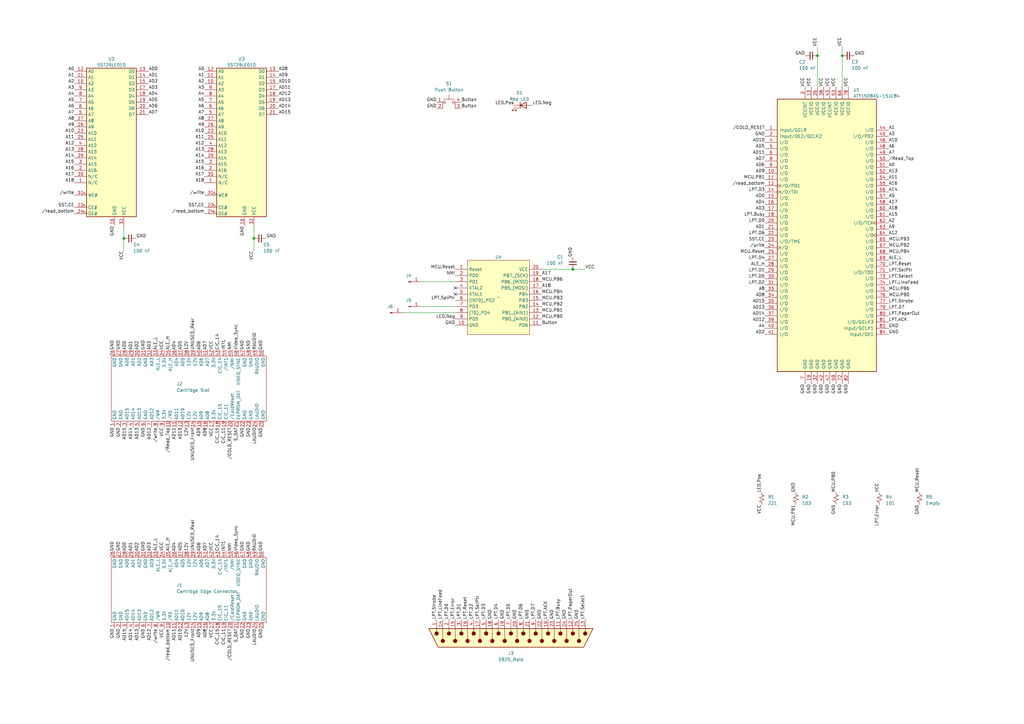
<source format=kicad_sch>
(kicad_sch (version 20230121) (generator eeschema)

  (uuid 8f01c540-e38e-4b1d-b2ea-2d8008642bbc)

  (paper "A3")

  (lib_symbols
    (symbol "Connector:Conn_01x01_Pin" (pin_names (offset 1.016) hide) (in_bom yes) (on_board yes)
      (property "Reference" "J" (at 0 2.54 0)
        (effects (font (size 1.27 1.27)))
      )
      (property "Value" "Conn_01x01_Pin" (at 0 -2.54 0)
        (effects (font (size 1.27 1.27)))
      )
      (property "Footprint" "" (at 0 0 0)
        (effects (font (size 1.27 1.27)) hide)
      )
      (property "Datasheet" "~" (at 0 0 0)
        (effects (font (size 1.27 1.27)) hide)
      )
      (property "ki_locked" "" (at 0 0 0)
        (effects (font (size 1.27 1.27)))
      )
      (property "ki_keywords" "connector" (at 0 0 0)
        (effects (font (size 1.27 1.27)) hide)
      )
      (property "ki_description" "Generic connector, single row, 01x01, script generated" (at 0 0 0)
        (effects (font (size 1.27 1.27)) hide)
      )
      (property "ki_fp_filters" "Connector*:*_1x??_*" (at 0 0 0)
        (effects (font (size 1.27 1.27)) hide)
      )
      (symbol "Conn_01x01_Pin_1_1"
        (polyline
          (pts
            (xy 1.27 0)
            (xy 0.8636 0)
          )
          (stroke (width 0.1524) (type default))
          (fill (type none))
        )
        (rectangle (start 0.8636 0.127) (end 0 -0.127)
          (stroke (width 0.1524) (type default))
          (fill (type outline))
        )
        (pin passive line (at 5.08 0 180) (length 3.81)
          (name "Pin_1" (effects (font (size 1.27 1.27))))
          (number "1" (effects (font (size 1.27 1.27))))
        )
      )
    )
    (symbol "Connector:DB25_Male" (pin_names (offset 1.016) hide) (in_bom yes) (on_board yes)
      (property "Reference" "J" (at 0 34.29 0)
        (effects (font (size 1.27 1.27)))
      )
      (property "Value" "DB25_Male" (at 0 -34.925 0)
        (effects (font (size 1.27 1.27)))
      )
      (property "Footprint" "" (at 0 0 0)
        (effects (font (size 1.27 1.27)) hide)
      )
      (property "Datasheet" " ~" (at 0 0 0)
        (effects (font (size 1.27 1.27)) hide)
      )
      (property "ki_keywords" "male D-SUB connector" (at 0 0 0)
        (effects (font (size 1.27 1.27)) hide)
      )
      (property "ki_description" "25-pin male D-SUB connector" (at 0 0 0)
        (effects (font (size 1.27 1.27)) hide)
      )
      (property "ki_fp_filters" "DSUB*Male*" (at 0 0 0)
        (effects (font (size 1.27 1.27)) hide)
      )
      (symbol "DB25_Male_0_1"
        (circle (center -1.778 -30.48) (radius 0.762)
          (stroke (width 0) (type default))
          (fill (type outline))
        )
        (circle (center -1.778 -25.4) (radius 0.762)
          (stroke (width 0) (type default))
          (fill (type outline))
        )
        (circle (center -1.778 -20.32) (radius 0.762)
          (stroke (width 0) (type default))
          (fill (type outline))
        )
        (circle (center -1.778 -15.24) (radius 0.762)
          (stroke (width 0) (type default))
          (fill (type outline))
        )
        (circle (center -1.778 -10.16) (radius 0.762)
          (stroke (width 0) (type default))
          (fill (type outline))
        )
        (circle (center -1.778 -5.08) (radius 0.762)
          (stroke (width 0) (type default))
          (fill (type outline))
        )
        (circle (center -1.778 0) (radius 0.762)
          (stroke (width 0) (type default))
          (fill (type outline))
        )
        (circle (center -1.778 5.08) (radius 0.762)
          (stroke (width 0) (type default))
          (fill (type outline))
        )
        (circle (center -1.778 10.16) (radius 0.762)
          (stroke (width 0) (type default))
          (fill (type outline))
        )
        (circle (center -1.778 15.24) (radius 0.762)
          (stroke (width 0) (type default))
          (fill (type outline))
        )
        (circle (center -1.778 20.32) (radius 0.762)
          (stroke (width 0) (type default))
          (fill (type outline))
        )
        (circle (center -1.778 25.4) (radius 0.762)
          (stroke (width 0) (type default))
          (fill (type outline))
        )
        (circle (center -1.778 30.48) (radius 0.762)
          (stroke (width 0) (type default))
          (fill (type outline))
        )
        (polyline
          (pts
            (xy -3.81 -30.48)
            (xy -2.54 -30.48)
          )
          (stroke (width 0) (type default))
          (fill (type none))
        )
        (polyline
          (pts
            (xy -3.81 -27.94)
            (xy 0.508 -27.94)
          )
          (stroke (width 0) (type default))
          (fill (type none))
        )
        (polyline
          (pts
            (xy -3.81 -25.4)
            (xy -2.54 -25.4)
          )
          (stroke (width 0) (type default))
          (fill (type none))
        )
        (polyline
          (pts
            (xy -3.81 -22.86)
            (xy 0.508 -22.86)
          )
          (stroke (width 0) (type default))
          (fill (type none))
        )
        (polyline
          (pts
            (xy -3.81 -20.32)
            (xy -2.54 -20.32)
          )
          (stroke (width 0) (type default))
          (fill (type none))
        )
        (polyline
          (pts
            (xy -3.81 -17.78)
            (xy 0.508 -17.78)
          )
          (stroke (width 0) (type default))
          (fill (type none))
        )
        (polyline
          (pts
            (xy -3.81 -15.24)
            (xy -2.54 -15.24)
          )
          (stroke (width 0) (type default))
          (fill (type none))
        )
        (polyline
          (pts
            (xy -3.81 -12.7)
            (xy 0.508 -12.7)
          )
          (stroke (width 0) (type default))
          (fill (type none))
        )
        (polyline
          (pts
            (xy -3.81 -10.16)
            (xy -2.54 -10.16)
          )
          (stroke (width 0) (type default))
          (fill (type none))
        )
        (polyline
          (pts
            (xy -3.81 -7.62)
            (xy 0.508 -7.62)
          )
          (stroke (width 0) (type default))
          (fill (type none))
        )
        (polyline
          (pts
            (xy -3.81 -5.08)
            (xy -2.54 -5.08)
          )
          (stroke (width 0) (type default))
          (fill (type none))
        )
        (polyline
          (pts
            (xy -3.81 -2.54)
            (xy 0.508 -2.54)
          )
          (stroke (width 0) (type default))
          (fill (type none))
        )
        (polyline
          (pts
            (xy -3.81 0)
            (xy -2.54 0)
          )
          (stroke (width 0) (type default))
          (fill (type none))
        )
        (polyline
          (pts
            (xy -3.81 2.54)
            (xy 0.508 2.54)
          )
          (stroke (width 0) (type default))
          (fill (type none))
        )
        (polyline
          (pts
            (xy -3.81 5.08)
            (xy -2.54 5.08)
          )
          (stroke (width 0) (type default))
          (fill (type none))
        )
        (polyline
          (pts
            (xy -3.81 7.62)
            (xy 0.508 7.62)
          )
          (stroke (width 0) (type default))
          (fill (type none))
        )
        (polyline
          (pts
            (xy -3.81 10.16)
            (xy -2.54 10.16)
          )
          (stroke (width 0) (type default))
          (fill (type none))
        )
        (polyline
          (pts
            (xy -3.81 12.7)
            (xy 0.508 12.7)
          )
          (stroke (width 0) (type default))
          (fill (type none))
        )
        (polyline
          (pts
            (xy -3.81 15.24)
            (xy -2.54 15.24)
          )
          (stroke (width 0) (type default))
          (fill (type none))
        )
        (polyline
          (pts
            (xy -3.81 17.78)
            (xy 0.508 17.78)
          )
          (stroke (width 0) (type default))
          (fill (type none))
        )
        (polyline
          (pts
            (xy -3.81 20.32)
            (xy -2.54 20.32)
          )
          (stroke (width 0) (type default))
          (fill (type none))
        )
        (polyline
          (pts
            (xy -3.81 22.86)
            (xy 0.508 22.86)
          )
          (stroke (width 0) (type default))
          (fill (type none))
        )
        (polyline
          (pts
            (xy -3.81 25.4)
            (xy -2.54 25.4)
          )
          (stroke (width 0) (type default))
          (fill (type none))
        )
        (polyline
          (pts
            (xy -3.81 27.94)
            (xy 0.508 27.94)
          )
          (stroke (width 0) (type default))
          (fill (type none))
        )
        (polyline
          (pts
            (xy -3.81 30.48)
            (xy -2.54 30.48)
          )
          (stroke (width 0) (type default))
          (fill (type none))
        )
        (polyline
          (pts
            (xy -3.81 -33.655)
            (xy 3.81 -29.845)
            (xy 3.81 29.845)
            (xy -3.81 33.655)
            (xy -3.81 -33.655)
          )
          (stroke (width 0.254) (type default))
          (fill (type background))
        )
        (circle (center 1.27 -27.94) (radius 0.762)
          (stroke (width 0) (type default))
          (fill (type outline))
        )
        (circle (center 1.27 -22.86) (radius 0.762)
          (stroke (width 0) (type default))
          (fill (type outline))
        )
        (circle (center 1.27 -17.78) (radius 0.762)
          (stroke (width 0) (type default))
          (fill (type outline))
        )
        (circle (center 1.27 -12.7) (radius 0.762)
          (stroke (width 0) (type default))
          (fill (type outline))
        )
        (circle (center 1.27 -7.62) (radius 0.762)
          (stroke (width 0) (type default))
          (fill (type outline))
        )
        (circle (center 1.27 -2.54) (radius 0.762)
          (stroke (width 0) (type default))
          (fill (type outline))
        )
        (circle (center 1.27 2.54) (radius 0.762)
          (stroke (width 0) (type default))
          (fill (type outline))
        )
        (circle (center 1.27 7.62) (radius 0.762)
          (stroke (width 0) (type default))
          (fill (type outline))
        )
        (circle (center 1.27 12.7) (radius 0.762)
          (stroke (width 0) (type default))
          (fill (type outline))
        )
        (circle (center 1.27 17.78) (radius 0.762)
          (stroke (width 0) (type default))
          (fill (type outline))
        )
        (circle (center 1.27 22.86) (radius 0.762)
          (stroke (width 0) (type default))
          (fill (type outline))
        )
        (circle (center 1.27 27.94) (radius 0.762)
          (stroke (width 0) (type default))
          (fill (type outline))
        )
      )
      (symbol "DB25_Male_1_1"
        (pin passive line (at -7.62 -30.48 0) (length 3.81)
          (name "1" (effects (font (size 1.27 1.27))))
          (number "1" (effects (font (size 1.27 1.27))))
        )
        (pin passive line (at -7.62 15.24 0) (length 3.81)
          (name "10" (effects (font (size 1.27 1.27))))
          (number "10" (effects (font (size 1.27 1.27))))
        )
        (pin passive line (at -7.62 20.32 0) (length 3.81)
          (name "11" (effects (font (size 1.27 1.27))))
          (number "11" (effects (font (size 1.27 1.27))))
        )
        (pin passive line (at -7.62 25.4 0) (length 3.81)
          (name "12" (effects (font (size 1.27 1.27))))
          (number "12" (effects (font (size 1.27 1.27))))
        )
        (pin passive line (at -7.62 30.48 0) (length 3.81)
          (name "13" (effects (font (size 1.27 1.27))))
          (number "13" (effects (font (size 1.27 1.27))))
        )
        (pin passive line (at -7.62 -27.94 0) (length 3.81)
          (name "P14" (effects (font (size 1.27 1.27))))
          (number "14" (effects (font (size 1.27 1.27))))
        )
        (pin passive line (at -7.62 -22.86 0) (length 3.81)
          (name "P15" (effects (font (size 1.27 1.27))))
          (number "15" (effects (font (size 1.27 1.27))))
        )
        (pin passive line (at -7.62 -17.78 0) (length 3.81)
          (name "P16" (effects (font (size 1.27 1.27))))
          (number "16" (effects (font (size 1.27 1.27))))
        )
        (pin passive line (at -7.62 -12.7 0) (length 3.81)
          (name "P17" (effects (font (size 1.27 1.27))))
          (number "17" (effects (font (size 1.27 1.27))))
        )
        (pin passive line (at -7.62 -7.62 0) (length 3.81)
          (name "P18" (effects (font (size 1.27 1.27))))
          (number "18" (effects (font (size 1.27 1.27))))
        )
        (pin passive line (at -7.62 -2.54 0) (length 3.81)
          (name "P19" (effects (font (size 1.27 1.27))))
          (number "19" (effects (font (size 1.27 1.27))))
        )
        (pin passive line (at -7.62 -25.4 0) (length 3.81)
          (name "2" (effects (font (size 1.27 1.27))))
          (number "2" (effects (font (size 1.27 1.27))))
        )
        (pin passive line (at -7.62 2.54 0) (length 3.81)
          (name "P20" (effects (font (size 1.27 1.27))))
          (number "20" (effects (font (size 1.27 1.27))))
        )
        (pin passive line (at -7.62 7.62 0) (length 3.81)
          (name "P21" (effects (font (size 1.27 1.27))))
          (number "21" (effects (font (size 1.27 1.27))))
        )
        (pin passive line (at -7.62 12.7 0) (length 3.81)
          (name "P22" (effects (font (size 1.27 1.27))))
          (number "22" (effects (font (size 1.27 1.27))))
        )
        (pin passive line (at -7.62 17.78 0) (length 3.81)
          (name "P23" (effects (font (size 1.27 1.27))))
          (number "23" (effects (font (size 1.27 1.27))))
        )
        (pin passive line (at -7.62 22.86 0) (length 3.81)
          (name "P24" (effects (font (size 1.27 1.27))))
          (number "24" (effects (font (size 1.27 1.27))))
        )
        (pin passive line (at -7.62 27.94 0) (length 3.81)
          (name "P25" (effects (font (size 1.27 1.27))))
          (number "25" (effects (font (size 1.27 1.27))))
        )
        (pin passive line (at -7.62 -20.32 0) (length 3.81)
          (name "3" (effects (font (size 1.27 1.27))))
          (number "3" (effects (font (size 1.27 1.27))))
        )
        (pin passive line (at -7.62 -15.24 0) (length 3.81)
          (name "4" (effects (font (size 1.27 1.27))))
          (number "4" (effects (font (size 1.27 1.27))))
        )
        (pin passive line (at -7.62 -10.16 0) (length 3.81)
          (name "5" (effects (font (size 1.27 1.27))))
          (number "5" (effects (font (size 1.27 1.27))))
        )
        (pin passive line (at -7.62 -5.08 0) (length 3.81)
          (name "6" (effects (font (size 1.27 1.27))))
          (number "6" (effects (font (size 1.27 1.27))))
        )
        (pin passive line (at -7.62 0 0) (length 3.81)
          (name "7" (effects (font (size 1.27 1.27))))
          (number "7" (effects (font (size 1.27 1.27))))
        )
        (pin passive line (at -7.62 5.08 0) (length 3.81)
          (name "8" (effects (font (size 1.27 1.27))))
          (number "8" (effects (font (size 1.27 1.27))))
        )
        (pin passive line (at -7.62 10.16 0) (length 3.81)
          (name "9" (effects (font (size 1.27 1.27))))
          (number "9" (effects (font (size 1.27 1.27))))
        )
      )
    )
    (symbol "Device:C_Small" (pin_numbers hide) (pin_names (offset 0.254) hide) (in_bom yes) (on_board yes)
      (property "Reference" "C" (at 0.254 1.778 0)
        (effects (font (size 1.27 1.27)) (justify left))
      )
      (property "Value" "C_Small" (at 0.254 -2.032 0)
        (effects (font (size 1.27 1.27)) (justify left))
      )
      (property "Footprint" "" (at 0 0 0)
        (effects (font (size 1.27 1.27)) hide)
      )
      (property "Datasheet" "~" (at 0 0 0)
        (effects (font (size 1.27 1.27)) hide)
      )
      (property "ki_keywords" "capacitor cap" (at 0 0 0)
        (effects (font (size 1.27 1.27)) hide)
      )
      (property "ki_description" "Unpolarized capacitor, small symbol" (at 0 0 0)
        (effects (font (size 1.27 1.27)) hide)
      )
      (property "ki_fp_filters" "C_*" (at 0 0 0)
        (effects (font (size 1.27 1.27)) hide)
      )
      (symbol "C_Small_0_1"
        (polyline
          (pts
            (xy -1.524 -0.508)
            (xy 1.524 -0.508)
          )
          (stroke (width 0.3302) (type default))
          (fill (type none))
        )
        (polyline
          (pts
            (xy -1.524 0.508)
            (xy 1.524 0.508)
          )
          (stroke (width 0.3048) (type default))
          (fill (type none))
        )
      )
      (symbol "C_Small_1_1"
        (pin passive line (at 0 2.54 270) (length 2.032)
          (name "~" (effects (font (size 1.27 1.27))))
          (number "1" (effects (font (size 1.27 1.27))))
        )
        (pin passive line (at 0 -2.54 90) (length 2.032)
          (name "~" (effects (font (size 1.27 1.27))))
          (number "2" (effects (font (size 1.27 1.27))))
        )
      )
    )
    (symbol "Device:LED" (pin_numbers hide) (pin_names (offset 1.016) hide) (in_bom yes) (on_board yes)
      (property "Reference" "D" (at 0 2.54 0)
        (effects (font (size 1.27 1.27)))
      )
      (property "Value" "LED" (at 0 -2.54 0)
        (effects (font (size 1.27 1.27)))
      )
      (property "Footprint" "" (at 0 0 0)
        (effects (font (size 1.27 1.27)) hide)
      )
      (property "Datasheet" "~" (at 0 0 0)
        (effects (font (size 1.27 1.27)) hide)
      )
      (property "ki_keywords" "LED diode" (at 0 0 0)
        (effects (font (size 1.27 1.27)) hide)
      )
      (property "ki_description" "Light emitting diode" (at 0 0 0)
        (effects (font (size 1.27 1.27)) hide)
      )
      (property "ki_fp_filters" "LED* LED_SMD:* LED_THT:*" (at 0 0 0)
        (effects (font (size 1.27 1.27)) hide)
      )
      (symbol "LED_0_1"
        (polyline
          (pts
            (xy -1.27 -1.27)
            (xy -1.27 1.27)
          )
          (stroke (width 0.254) (type default))
          (fill (type none))
        )
        (polyline
          (pts
            (xy -1.27 0)
            (xy 1.27 0)
          )
          (stroke (width 0) (type default))
          (fill (type none))
        )
        (polyline
          (pts
            (xy 1.27 -1.27)
            (xy 1.27 1.27)
            (xy -1.27 0)
            (xy 1.27 -1.27)
          )
          (stroke (width 0.254) (type default))
          (fill (type none))
        )
        (polyline
          (pts
            (xy -3.048 -0.762)
            (xy -4.572 -2.286)
            (xy -3.81 -2.286)
            (xy -4.572 -2.286)
            (xy -4.572 -1.524)
          )
          (stroke (width 0) (type default))
          (fill (type none))
        )
        (polyline
          (pts
            (xy -1.778 -0.762)
            (xy -3.302 -2.286)
            (xy -2.54 -2.286)
            (xy -3.302 -2.286)
            (xy -3.302 -1.524)
          )
          (stroke (width 0) (type default))
          (fill (type none))
        )
      )
      (symbol "LED_1_1"
        (pin passive line (at -3.81 0 0) (length 2.54)
          (name "K" (effects (font (size 1.27 1.27))))
          (number "1" (effects (font (size 1.27 1.27))))
        )
        (pin passive line (at 3.81 0 180) (length 2.54)
          (name "A" (effects (font (size 1.27 1.27))))
          (number "2" (effects (font (size 1.27 1.27))))
        )
      )
    )
    (symbol "Device:R_Small_US" (pin_numbers hide) (pin_names (offset 0.254) hide) (in_bom yes) (on_board yes)
      (property "Reference" "R" (at 0.762 0.508 0)
        (effects (font (size 1.27 1.27)) (justify left))
      )
      (property "Value" "R_Small_US" (at 0.762 -1.016 0)
        (effects (font (size 1.27 1.27)) (justify left))
      )
      (property "Footprint" "" (at 0 0 0)
        (effects (font (size 1.27 1.27)) hide)
      )
      (property "Datasheet" "~" (at 0 0 0)
        (effects (font (size 1.27 1.27)) hide)
      )
      (property "ki_keywords" "r resistor" (at 0 0 0)
        (effects (font (size 1.27 1.27)) hide)
      )
      (property "ki_description" "Resistor, small US symbol" (at 0 0 0)
        (effects (font (size 1.27 1.27)) hide)
      )
      (property "ki_fp_filters" "R_*" (at 0 0 0)
        (effects (font (size 1.27 1.27)) hide)
      )
      (symbol "R_Small_US_1_1"
        (polyline
          (pts
            (xy 0 0)
            (xy 1.016 -0.381)
            (xy 0 -0.762)
            (xy -1.016 -1.143)
            (xy 0 -1.524)
          )
          (stroke (width 0) (type default))
          (fill (type none))
        )
        (polyline
          (pts
            (xy 0 1.524)
            (xy 1.016 1.143)
            (xy 0 0.762)
            (xy -1.016 0.381)
            (xy 0 0)
          )
          (stroke (width 0) (type default))
          (fill (type none))
        )
        (pin passive line (at 0 2.54 270) (length 1.016)
          (name "~" (effects (font (size 1.27 1.27))))
          (number "1" (effects (font (size 1.27 1.27))))
        )
        (pin passive line (at 0 -2.54 90) (length 1.016)
          (name "~" (effects (font (size 1.27 1.27))))
          (number "2" (effects (font (size 1.27 1.27))))
        )
      )
    )
    (symbol "N64:Edge_Connector" (in_bom yes) (on_board yes)
      (property "Reference" "U" (at 0 2.54 0)
        (effects (font (size 1.27 1.27)))
      )
      (property "Value" "Edge_Connector" (at 0 0 0)
        (effects (font (size 1.27 1.27)))
      )
      (property "Footprint" "" (at 11.43 -2.54 0)
        (effects (font (size 1.27 1.27)) hide)
      )
      (property "Datasheet" "" (at 11.43 -2.54 0)
        (effects (font (size 1.27 1.27)) hide)
      )
      (symbol "Edge_Connector_0_1"
        (rectangle (start -33.02 13.97) (end 30.48 -12.7)
          (stroke (width 0) (type default))
          (fill (type none))
        )
      )
      (symbol "Edge_Connector_1_1"
        (pin power_out line (at -31.75 -15.24 90) (length 2.54)
          (name "GND" (effects (font (size 1.27 1.27))))
          (number "1" (effects (font (size 1.27 1.27))))
        )
        (pin output line (at -8.89 -15.24 90) (length 2.54)
          (name "/RD" (effects (font (size 1.27 1.27))))
          (number "10" (effects (font (size 1.27 1.27))))
        )
        (pin bidirectional line (at -6.35 -15.24 90) (length 2.54)
          (name "AD11" (effects (font (size 1.27 1.27))))
          (number "11" (effects (font (size 1.27 1.27))))
        )
        (pin bidirectional line (at -3.81 -15.24 90) (length 2.54)
          (name "AD10" (effects (font (size 1.27 1.27))))
          (number "12" (effects (font (size 1.27 1.27))))
        )
        (pin power_out line (at -1.27 -15.24 90) (length 2.54)
          (name "12V" (effects (font (size 1.27 1.27))))
          (number "13" (effects (font (size 1.27 1.27))))
        )
        (pin power_out line (at 1.27 -15.24 90) (length 2.54)
          (name "12V" (effects (font (size 1.27 1.27))))
          (number "14" (effects (font (size 1.27 1.27))))
        )
        (pin bidirectional line (at 3.81 -15.24 90) (length 2.54)
          (name "AD9" (effects (font (size 1.27 1.27))))
          (number "15" (effects (font (size 1.27 1.27))))
        )
        (pin bidirectional line (at 6.35 -15.24 90) (length 2.54)
          (name "AD8" (effects (font (size 1.27 1.27))))
          (number "16" (effects (font (size 1.27 1.27))))
        )
        (pin power_out line (at 8.89 -15.24 90) (length 2.54)
          (name "3.3V" (effects (font (size 1.27 1.27))))
          (number "17" (effects (font (size 1.27 1.27))))
        )
        (pin bidirectional line (at 11.43 -15.24 90) (length 2.54)
          (name "CIC_15" (effects (font (size 1.27 1.27))))
          (number "18" (effects (font (size 1.27 1.27))))
        )
        (pin bidirectional line (at 13.97 -15.24 90) (length 2.54)
          (name "CIC_11" (effects (font (size 1.27 1.27))))
          (number "19" (effects (font (size 1.27 1.27))))
        )
        (pin power_out line (at -29.21 -15.24 90) (length 2.54)
          (name "GND" (effects (font (size 1.27 1.27))))
          (number "2" (effects (font (size 1.27 1.27))))
        )
        (pin bidirectional line (at 16.51 -15.24 90) (length 2.54)
          (name "/ColdReset" (effects (font (size 1.27 1.27))))
          (number "20" (effects (font (size 1.27 1.27))))
        )
        (pin bidirectional line (at 19.05 -15.24 90) (length 2.54)
          (name "EEPROM_DAT" (effects (font (size 1.27 1.27))))
          (number "21" (effects (font (size 1.27 1.27))))
        )
        (pin power_out line (at 21.59 -15.24 90) (length 2.54)
          (name "GND" (effects (font (size 1.27 1.27))))
          (number "22" (effects (font (size 1.27 1.27))))
        )
        (pin power_out line (at 24.13 -15.24 90) (length 2.54)
          (name "GND" (effects (font (size 1.27 1.27))))
          (number "23" (effects (font (size 1.27 1.27))))
        )
        (pin bidirectional line (at 26.67 -15.24 90) (length 2.54)
          (name "LAUDIO" (effects (font (size 1.27 1.27))))
          (number "24" (effects (font (size 1.27 1.27))))
        )
        (pin power_out line (at 29.21 -15.24 90) (length 2.54)
          (name "GND" (effects (font (size 1.27 1.27))))
          (number "25" (effects (font (size 1.27 1.27))))
        )
        (pin power_out line (at -31.75 16.51 270) (length 2.54)
          (name "GND" (effects (font (size 1.27 1.27))))
          (number "26" (effects (font (size 1.27 1.27))))
        )
        (pin power_out line (at -29.21 16.51 270) (length 2.54)
          (name "GND" (effects (font (size 1.27 1.27))))
          (number "27" (effects (font (size 1.27 1.27))))
        )
        (pin bidirectional line (at -26.67 16.51 270) (length 2.54)
          (name "AD0" (effects (font (size 1.27 1.27))))
          (number "28" (effects (font (size 1.27 1.27))))
        )
        (pin bidirectional line (at -24.13 16.51 270) (length 2.54)
          (name "AD1" (effects (font (size 1.27 1.27))))
          (number "29" (effects (font (size 1.27 1.27))))
        )
        (pin bidirectional line (at -26.67 -15.24 90) (length 2.54)
          (name "AD15" (effects (font (size 1.27 1.27))))
          (number "3" (effects (font (size 1.27 1.27))))
        )
        (pin bidirectional line (at -21.59 16.51 270) (length 2.54)
          (name "AD2" (effects (font (size 1.27 1.27))))
          (number "30" (effects (font (size 1.27 1.27))))
        )
        (pin power_out line (at -19.05 16.51 270) (length 2.54)
          (name "GND" (effects (font (size 1.27 1.27))))
          (number "31" (effects (font (size 1.27 1.27))))
        )
        (pin bidirectional line (at -16.51 16.51 270) (length 2.54)
          (name "AD3" (effects (font (size 1.27 1.27))))
          (number "32" (effects (font (size 1.27 1.27))))
        )
        (pin output line (at -13.97 16.51 270) (length 2.54)
          (name "ALE_L" (effects (font (size 1.27 1.27))))
          (number "33" (effects (font (size 1.27 1.27))))
        )
        (pin power_out line (at -11.43 16.51 270) (length 2.54)
          (name "3.3V" (effects (font (size 1.27 1.27))))
          (number "34" (effects (font (size 1.27 1.27))))
        )
        (pin output line (at -8.89 16.51 270) (length 2.54)
          (name "ALE_H" (effects (font (size 1.27 1.27))))
          (number "35" (effects (font (size 1.27 1.27))))
        )
        (pin bidirectional line (at -6.35 16.51 270) (length 2.54)
          (name "AD4" (effects (font (size 1.27 1.27))))
          (number "36" (effects (font (size 1.27 1.27))))
        )
        (pin bidirectional line (at -3.81 16.51 270) (length 2.54)
          (name "AD5" (effects (font (size 1.27 1.27))))
          (number "37" (effects (font (size 1.27 1.27))))
        )
        (pin power_out line (at -1.27 16.51 270) (length 2.54)
          (name "12V" (effects (font (size 1.27 1.27))))
          (number "38" (effects (font (size 1.27 1.27))))
        )
        (pin power_out line (at 1.27 16.51 270) (length 2.54)
          (name "12V" (effects (font (size 1.27 1.27))))
          (number "39" (effects (font (size 1.27 1.27))))
        )
        (pin bidirectional line (at -24.13 -15.24 90) (length 2.54)
          (name "AD14" (effects (font (size 1.27 1.27))))
          (number "4" (effects (font (size 1.27 1.27))))
        )
        (pin bidirectional line (at 3.81 16.51 270) (length 2.54)
          (name "AD6" (effects (font (size 1.27 1.27))))
          (number "40" (effects (font (size 1.27 1.27))))
        )
        (pin bidirectional line (at 6.35 16.51 270) (length 2.54)
          (name "AD7" (effects (font (size 1.27 1.27))))
          (number "41" (effects (font (size 1.27 1.27))))
        )
        (pin bidirectional line (at 8.89 16.51 270) (length 2.54)
          (name "3.3V" (effects (font (size 1.27 1.27))))
          (number "42" (effects (font (size 1.27 1.27))))
        )
        (pin bidirectional line (at 11.43 16.51 270) (length 2.54)
          (name "CIC_14" (effects (font (size 1.27 1.27))))
          (number "43" (effects (font (size 1.27 1.27))))
        )
        (pin bidirectional line (at 13.97 16.51 270) (length 2.54)
          (name "/INT1" (effects (font (size 1.27 1.27))))
          (number "44" (effects (font (size 1.27 1.27))))
        )
        (pin bidirectional line (at 16.51 16.51 270) (length 2.54)
          (name "/NMI" (effects (font (size 1.27 1.27))))
          (number "45" (effects (font (size 1.27 1.27))))
        )
        (pin bidirectional line (at 19.05 16.51 270) (length 2.54)
          (name "VIDEO_SYNC" (effects (font (size 1.27 1.27))))
          (number "46" (effects (font (size 1.27 1.27))))
        )
        (pin power_out line (at 21.59 16.51 270) (length 2.54)
          (name "GND" (effects (font (size 1.27 1.27))))
          (number "47" (effects (font (size 1.27 1.27))))
        )
        (pin power_out line (at 24.13 16.51 270) (length 2.54)
          (name "GND" (effects (font (size 1.27 1.27))))
          (number "48" (effects (font (size 1.27 1.27))))
        )
        (pin bidirectional line (at 26.67 16.51 270) (length 2.54)
          (name "RAUDIO" (effects (font (size 1.27 1.27))))
          (number "49" (effects (font (size 1.27 1.27))))
        )
        (pin bidirectional line (at -21.59 -15.24 90) (length 2.54)
          (name "AD13" (effects (font (size 1.27 1.27))))
          (number "5" (effects (font (size 1.27 1.27))))
        )
        (pin power_out line (at 29.21 16.51 270) (length 2.54)
          (name "GND" (effects (font (size 1.27 1.27))))
          (number "50" (effects (font (size 1.27 1.27))))
        )
        (pin power_out line (at -19.05 -15.24 90) (length 2.54)
          (name "GND" (effects (font (size 1.27 1.27))))
          (number "6" (effects (font (size 1.27 1.27))))
        )
        (pin bidirectional line (at -16.51 -15.24 90) (length 2.54)
          (name "AD12" (effects (font (size 1.27 1.27))))
          (number "7" (effects (font (size 1.27 1.27))))
        )
        (pin output line (at -13.97 -15.24 90) (length 2.54)
          (name "/WR" (effects (font (size 1.27 1.27))))
          (number "8" (effects (font (size 1.27 1.27))))
        )
        (pin power_out line (at -11.43 -15.24 90) (length 2.54)
          (name "3.3V" (effects (font (size 1.27 1.27))))
          (number "9" (effects (font (size 1.27 1.27))))
        )
      )
    )
    (symbol "SST29LE010_1" (in_bom yes) (on_board yes)
      (property "Reference" "U1" (at 0 35.56 0)
        (effects (font (size 1.27 1.27)))
      )
      (property "Value" "SST29LE010" (at 0 33.02 0)
        (effects (font (size 1.27 1.27)))
      )
      (property "Footprint" "REF1329:PLCC32" (at 0 7.62 0)
        (effects (font (size 1.27 1.27)) hide)
      )
      (property "Datasheet" "" (at -40.64 41.91 0)
        (effects (font (size 1.27 1.27)) hide)
      )
      (property "ki_keywords" "512k flash rom" (at 0 0 0)
        (effects (font (size 1.27 1.27)) hide)
      )
      (property "ki_description" "Silicon Storage Technology (SSF) 512k x 8 Flash ROM" (at 0 0 0)
        (effects (font (size 1.27 1.27)) hide)
      )
      (symbol "SST29LE010_1_0_1"
        (rectangle (start -10.16 31.75) (end 10.16 -29.21)
          (stroke (width 0.254) (type default))
          (fill (type background))
        )
      )
      (symbol "SST29LE010_1_1_1"
        (pin input line (at -15.24 -15.24 0) (length 5.08)
          (name "N/C" (effects (font (size 1.27 1.27))))
          (number "1" (effects (font (size 1.27 1.27))))
        )
        (pin input line (at -15.24 25.4 0) (length 5.08)
          (name "A2" (effects (font (size 1.27 1.27))))
          (number "10" (effects (font (size 1.27 1.27))))
        )
        (pin input line (at -15.24 27.94 0) (length 5.08)
          (name "A1" (effects (font (size 1.27 1.27))))
          (number "11" (effects (font (size 1.27 1.27))))
        )
        (pin input line (at -15.24 30.48 0) (length 5.08)
          (name "A0" (effects (font (size 1.27 1.27))))
          (number "12" (effects (font (size 1.27 1.27))))
        )
        (pin tri_state line (at 15.24 30.48 180) (length 5.08)
          (name "D0" (effects (font (size 1.27 1.27))))
          (number "13" (effects (font (size 1.27 1.27))))
        )
        (pin tri_state line (at 15.24 27.94 180) (length 5.08)
          (name "D1" (effects (font (size 1.27 1.27))))
          (number "14" (effects (font (size 1.27 1.27))))
        )
        (pin tri_state line (at 15.24 25.4 180) (length 5.08)
          (name "D2" (effects (font (size 1.27 1.27))))
          (number "15" (effects (font (size 1.27 1.27))))
        )
        (pin power_in line (at 1.27 -33.02 90) (length 3.81)
          (name "GND" (effects (font (size 1.27 1.27))))
          (number "16" (effects (font (size 1.27 1.27))))
        )
        (pin tri_state line (at 15.24 22.86 180) (length 5.08)
          (name "D3" (effects (font (size 1.27 1.27))))
          (number "17" (effects (font (size 1.27 1.27))))
        )
        (pin tri_state line (at 15.24 20.32 180) (length 5.08)
          (name "D4" (effects (font (size 1.27 1.27))))
          (number "18" (effects (font (size 1.27 1.27))))
        )
        (pin tri_state line (at 15.24 17.78 180) (length 5.08)
          (name "D5" (effects (font (size 1.27 1.27))))
          (number "19" (effects (font (size 1.27 1.27))))
        )
        (pin input line (at -15.24 -10.16 0) (length 5.08)
          (name "A16" (effects (font (size 1.27 1.27))))
          (number "2" (effects (font (size 1.27 1.27))))
        )
        (pin tri_state line (at 15.24 15.24 180) (length 5.08)
          (name "D6" (effects (font (size 1.27 1.27))))
          (number "20" (effects (font (size 1.27 1.27))))
        )
        (pin tri_state line (at 15.24 12.7 180) (length 5.08)
          (name "D7" (effects (font (size 1.27 1.27))))
          (number "21" (effects (font (size 1.27 1.27))))
        )
        (pin input input_low (at -15.24 -25.4 0) (length 5.08)
          (name "CE#" (effects (font (size 1.27 1.27))))
          (number "22" (effects (font (size 1.27 1.27))))
        )
        (pin input line (at -15.24 5.08 0) (length 5.08)
          (name "A10" (effects (font (size 1.27 1.27))))
          (number "23" (effects (font (size 1.27 1.27))))
        )
        (pin input input_low (at -15.24 -27.94 0) (length 5.08)
          (name "OE#" (effects (font (size 1.27 1.27))))
          (number "24" (effects (font (size 1.27 1.27))))
        )
        (pin input line (at -15.24 2.54 0) (length 5.08)
          (name "A11" (effects (font (size 1.27 1.27))))
          (number "25" (effects (font (size 1.27 1.27))))
        )
        (pin input line (at -15.24 7.62 0) (length 5.08)
          (name "A9" (effects (font (size 1.27 1.27))))
          (number "26" (effects (font (size 1.27 1.27))))
        )
        (pin input line (at -15.24 10.16 0) (length 5.08)
          (name "A8" (effects (font (size 1.27 1.27))))
          (number "27" (effects (font (size 1.27 1.27))))
        )
        (pin input line (at -15.24 -2.54 0) (length 5.08)
          (name "A13" (effects (font (size 1.27 1.27))))
          (number "28" (effects (font (size 1.27 1.27))))
        )
        (pin input line (at -15.24 -5.08 0) (length 5.08)
          (name "A14" (effects (font (size 1.27 1.27))))
          (number "29" (effects (font (size 1.27 1.27))))
        )
        (pin input line (at -15.24 -7.62 0) (length 5.08)
          (name "A15" (effects (font (size 1.27 1.27))))
          (number "3" (effects (font (size 1.27 1.27))))
        )
        (pin input line (at -15.24 -12.7 0) (length 5.08)
          (name "N/C" (effects (font (size 1.27 1.27))))
          (number "30" (effects (font (size 1.27 1.27))))
        )
        (pin input input_low (at -15.24 -20.32 0) (length 5.08)
          (name "WE#" (effects (font (size 1.27 1.27))))
          (number "31" (effects (font (size 1.27 1.27))))
        )
        (pin power_in line (at 5.08 -33.02 90) (length 3.81)
          (name "VCC" (effects (font (size 1.27 1.27))))
          (number "32" (effects (font (size 1.27 1.27))))
        )
        (pin input line (at -15.24 0 0) (length 5.08)
          (name "A12" (effects (font (size 1.27 1.27))))
          (number "4" (effects (font (size 1.27 1.27))))
        )
        (pin input line (at -15.24 12.7 0) (length 5.08)
          (name "A7" (effects (font (size 1.27 1.27))))
          (number "5" (effects (font (size 1.27 1.27))))
        )
        (pin input line (at -15.24 15.24 0) (length 5.08)
          (name "A6" (effects (font (size 1.27 1.27))))
          (number "6" (effects (font (size 1.27 1.27))))
        )
        (pin input line (at -15.24 17.78 0) (length 5.08)
          (name "A5" (effects (font (size 1.27 1.27))))
          (number "7" (effects (font (size 1.27 1.27))))
        )
        (pin input line (at -15.24 20.32 0) (length 5.08)
          (name "A4" (effects (font (size 1.27 1.27))))
          (number "8" (effects (font (size 1.27 1.27))))
        )
        (pin input line (at -15.24 22.86 0) (length 5.08)
          (name "A3" (effects (font (size 1.27 1.27))))
          (number "9" (effects (font (size 1.27 1.27))))
        )
      )
    )
    (symbol "Switch:SW_MEC_5E" (pin_names (offset 1.016) hide) (in_bom yes) (on_board yes)
      (property "Reference" "SW" (at 0.635 5.715 0)
        (effects (font (size 1.27 1.27)) (justify left))
      )
      (property "Value" "SW_MEC_5E" (at 0 -3.175 0)
        (effects (font (size 1.27 1.27)))
      )
      (property "Footprint" "" (at 0 7.62 0)
        (effects (font (size 1.27 1.27)) hide)
      )
      (property "Datasheet" "http://www.apem.com/int/index.php?controller=attachment&id_attachment=1371" (at 0 7.62 0)
        (effects (font (size 1.27 1.27)) hide)
      )
      (property "ki_keywords" "switch normally-open pushbutton push-button" (at 0 0 0)
        (effects (font (size 1.27 1.27)) hide)
      )
      (property "ki_description" "MEC 5E single pole normally-open tactile switch" (at 0 0 0)
        (effects (font (size 1.27 1.27)) hide)
      )
      (property "ki_fp_filters" "SW*MEC*5G*" (at 0 0 0)
        (effects (font (size 1.27 1.27)) hide)
      )
      (symbol "SW_MEC_5E_0_1"
        (circle (center -1.778 2.54) (radius 0.508)
          (stroke (width 0) (type default))
          (fill (type none))
        )
        (polyline
          (pts
            (xy -2.286 3.81)
            (xy 2.286 3.81)
          )
          (stroke (width 0) (type default))
          (fill (type none))
        )
        (polyline
          (pts
            (xy 0 3.81)
            (xy 0 5.588)
          )
          (stroke (width 0) (type default))
          (fill (type none))
        )
        (polyline
          (pts
            (xy -2.54 0)
            (xy -2.54 2.54)
            (xy -2.286 2.54)
          )
          (stroke (width 0) (type default))
          (fill (type none))
        )
        (polyline
          (pts
            (xy 2.54 0)
            (xy 2.54 2.54)
            (xy 2.286 2.54)
          )
          (stroke (width 0) (type default))
          (fill (type none))
        )
        (circle (center 1.778 2.54) (radius 0.508)
          (stroke (width 0) (type default))
          (fill (type none))
        )
        (pin passive line (at -5.08 2.54 0) (length 2.54)
          (name "1" (effects (font (size 1.27 1.27))))
          (number "1" (effects (font (size 1.27 1.27))))
        )
        (pin passive line (at -5.08 0 0) (length 2.54)
          (name "2" (effects (font (size 1.27 1.27))))
          (number "2" (effects (font (size 1.27 1.27))))
        )
        (pin passive line (at 5.08 0 180) (length 2.54)
          (name "K" (effects (font (size 1.27 1.27))))
          (number "3" (effects (font (size 1.27 1.27))))
        )
        (pin passive line (at 5.08 2.54 180) (length 2.54)
          (name "A" (effects (font (size 1.27 1.27))))
          (number "4" (effects (font (size 1.27 1.27))))
        )
      )
    )
    (symbol "Xplorer64:AT90S1200-12SC" (in_bom yes) (on_board yes)
      (property "Reference" "U" (at 0 0 0)
        (effects (font (size 1.27 1.27)))
      )
      (property "Value" "" (at 0 0 0)
        (effects (font (size 1.27 1.27)))
      )
      (property "Footprint" "" (at 0 0 0)
        (effects (font (size 1.27 1.27)) hide)
      )
      (property "Datasheet" "" (at 0 0 0)
        (effects (font (size 1.27 1.27)) hide)
      )
      (symbol "AT90S1200-12SC_0_1"
        (rectangle (start -12.7 15.24) (end 12.7 -15.24)
          (stroke (width 0) (type default))
          (fill (type background))
        )
      )
      (symbol "AT90S1200-12SC_1_1"
        (pin input line (at -17.78 11.43 0) (length 5.08)
          (name "Reset" (effects (font (size 1.27 1.27))))
          (number "1" (effects (font (size 1.27 1.27))))
        )
        (pin power_in line (at -17.78 -11.43 0) (length 5.08)
          (name "GND" (effects (font (size 1.27 1.27))))
          (number "10" (effects (font (size 1.27 1.27))))
        )
        (pin bidirectional line (at 17.78 -11.43 180) (length 5.08)
          (name "PD6" (effects (font (size 1.27 1.27))))
          (number "11" (effects (font (size 1.27 1.27))))
        )
        (pin bidirectional line (at 17.78 -8.89 180) (length 5.08)
          (name "PB0_(AIN0)" (effects (font (size 1.27 1.27))))
          (number "12" (effects (font (size 1.27 1.27))))
        )
        (pin bidirectional line (at 17.78 -6.35 180) (length 5.08)
          (name "PB1_(AIN1)" (effects (font (size 1.27 1.27))))
          (number "13" (effects (font (size 1.27 1.27))))
        )
        (pin bidirectional line (at 17.78 -3.81 180) (length 5.08)
          (name "PB2" (effects (font (size 1.27 1.27))))
          (number "14" (effects (font (size 1.27 1.27))))
        )
        (pin bidirectional line (at 17.78 -1.27 180) (length 5.08)
          (name "PB3" (effects (font (size 1.27 1.27))))
          (number "15" (effects (font (size 1.27 1.27))))
        )
        (pin bidirectional line (at 17.78 1.27 180) (length 5.08)
          (name "PB4" (effects (font (size 1.27 1.27))))
          (number "16" (effects (font (size 1.27 1.27))))
        )
        (pin bidirectional line (at 17.78 3.81 180) (length 5.08)
          (name "PB5_(MOSI)" (effects (font (size 1.27 1.27))))
          (number "17" (effects (font (size 1.27 1.27))))
        )
        (pin bidirectional line (at 17.78 6.35 180) (length 5.08)
          (name "PB6_(MISO)" (effects (font (size 1.27 1.27))))
          (number "18" (effects (font (size 1.27 1.27))))
        )
        (pin bidirectional line (at 17.78 8.89 180) (length 5.08)
          (name "PB7_(SCK)" (effects (font (size 1.27 1.27))))
          (number "19" (effects (font (size 1.27 1.27))))
        )
        (pin bidirectional line (at -17.78 8.89 0) (length 5.08)
          (name "PD0" (effects (font (size 1.27 1.27))))
          (number "2" (effects (font (size 1.27 1.27))))
        )
        (pin power_in line (at 17.78 11.43 180) (length 5.08)
          (name "VCC" (effects (font (size 1.27 1.27))))
          (number "20" (effects (font (size 1.27 1.27))))
        )
        (pin bidirectional line (at -17.78 6.35 0) (length 5.08)
          (name "PD1" (effects (font (size 1.27 1.27))))
          (number "3" (effects (font (size 1.27 1.27))))
        )
        (pin input line (at -17.78 3.81 0) (length 5.08)
          (name "XTAL2" (effects (font (size 1.27 1.27))))
          (number "4" (effects (font (size 1.27 1.27))))
        )
        (pin input line (at -17.78 1.27 0) (length 5.08)
          (name "XTAL1" (effects (font (size 1.27 1.27))))
          (number "5" (effects (font (size 1.27 1.27))))
        )
        (pin bidirectional line (at -17.78 -1.27 0) (length 5.08)
          (name "(INT0)_PD2" (effects (font (size 1.27 1.27))))
          (number "6" (effects (font (size 1.27 1.27))))
        )
        (pin bidirectional line (at -17.78 -3.81 0) (length 5.08)
          (name "PD3" (effects (font (size 1.27 1.27))))
          (number "7" (effects (font (size 1.27 1.27))))
        )
        (pin bidirectional line (at -17.78 -6.35 0) (length 5.08)
          (name "(T0)_PD4" (effects (font (size 1.27 1.27))))
          (number "8" (effects (font (size 1.27 1.27))))
        )
        (pin bidirectional line (at -17.78 -8.89 0) (length 5.08)
          (name "PD5" (effects (font (size 1.27 1.27))))
          (number "9" (effects (font (size 1.27 1.27))))
        )
      )
    )
    (symbol "Xplorer64:ATF1508AS-15JC84" (pin_names (offset 1.016)) (in_bom yes) (on_board yes)
      (property "Reference" "U3" (at 12.7 60.96 0)
        (effects (font (size 1.27 1.27)) (justify left))
      )
      (property "Value" "ATF1508AS-15JC84" (at 12.7 58.42 0)
        (effects (font (size 1.27 1.27)) (justify left))
      )
      (property "Footprint" "N64_Hole:EPM240" (at 10.16 -59.69 0)
        (effects (font (size 1.27 1.27)) (justify left) hide)
      )
      (property "Datasheet" "https://www.altera.com/content/dam/altera-www/global/en_US/pdfs/literature/hb/max2/max2_mii5v1.pdf" (at -5.08 77.47 0)
        (effects (font (size 1.27 1.27)) hide)
      )
      (property "ki_locked" "" (at 0 0 0)
        (effects (font (size 1.27 1.27)))
      )
      (property "ki_keywords" "MAX2 TQFP" (at 0 0 0)
        (effects (font (size 1.27 1.27)) hide)
      )
      (property "ki_description" "Altera MAX2 CPLD with 240 LE" (at 0 0 0)
        (effects (font (size 1.27 1.27)) hide)
      )
      (property "ki_fp_filters" "*QFP*P0.5mm*" (at 0 0 0)
        (effects (font (size 1.27 1.27)) hide)
      )
      (symbol "ATF1508AS-15JC84_1_1"
        (rectangle (start -20.32 55.88) (end 20.32 -55.88)
          (stroke (width 0.254) (type default))
          (fill (type background))
        )
        (pin input line (at -25.4 43.18 0) (length 5.08)
          (name "Input/GCLR" (effects (font (size 1.27 1.27))))
          (number "1" (effects (font (size 1.27 1.27))))
        )
        (pin bidirectional line (at -25.4 25.4 0) (length 5.08)
          (name "I/O" (effects (font (size 1.27 1.27))))
          (number "10" (effects (font (size 1.27 1.27))))
        )
        (pin bidirectional line (at -25.4 22.86 0) (length 5.08)
          (name "I/O" (effects (font (size 1.27 1.27))))
          (number "11" (effects (font (size 1.27 1.27))))
        )
        (pin bidirectional clock (at -25.4 20.32 0) (length 5.08)
          (name "I/O/PD1" (effects (font (size 1.27 1.27))))
          (number "12" (effects (font (size 1.27 1.27))))
        )
        (pin power_in line (at -6.35 60.96 270) (length 5.08)
          (name "VCCIO" (effects (font (size 1.27 1.27))))
          (number "13" (effects (font (size 1.27 1.27))))
        )
        (pin bidirectional clock (at -25.4 17.78 0) (length 5.08)
          (name "I/O/TDI" (effects (font (size 1.27 1.27))))
          (number "14" (effects (font (size 1.27 1.27))))
        )
        (pin bidirectional line (at -25.4 15.24 0) (length 5.08)
          (name "I/O" (effects (font (size 1.27 1.27))))
          (number "15" (effects (font (size 1.27 1.27))))
        )
        (pin bidirectional line (at -25.4 12.7 0) (length 5.08)
          (name "I/O" (effects (font (size 1.27 1.27))))
          (number "16" (effects (font (size 1.27 1.27))))
        )
        (pin bidirectional line (at -25.4 10.16 0) (length 5.08)
          (name "I/O" (effects (font (size 1.27 1.27))))
          (number "17" (effects (font (size 1.27 1.27))))
        )
        (pin bidirectional line (at -25.4 7.62 0) (length 5.08)
          (name "I/O" (effects (font (size 1.27 1.27))))
          (number "18" (effects (font (size 1.27 1.27))))
        )
        (pin power_in line (at -6.35 -60.96 90) (length 5.08)
          (name "GND" (effects (font (size 1.27 1.27))))
          (number "19" (effects (font (size 1.27 1.27))))
        )
        (pin input line (at -25.4 40.64 0) (length 5.08)
          (name "Input/OE2/GCLK2" (effects (font (size 1.27 1.27))))
          (number "2" (effects (font (size 1.27 1.27))))
        )
        (pin bidirectional line (at -25.4 5.08 0) (length 5.08)
          (name "I/O" (effects (font (size 1.27 1.27))))
          (number "20" (effects (font (size 1.27 1.27))))
        )
        (pin bidirectional line (at -25.4 2.54 0) (length 5.08)
          (name "I/O" (effects (font (size 1.27 1.27))))
          (number "21" (effects (font (size 1.27 1.27))))
        )
        (pin bidirectional line (at -25.4 0 0) (length 5.08)
          (name "I/O" (effects (font (size 1.27 1.27))))
          (number "22" (effects (font (size 1.27 1.27))))
        )
        (pin bidirectional line (at -25.4 -2.54 0) (length 5.08)
          (name "I/O/TMS" (effects (font (size 1.27 1.27))))
          (number "23" (effects (font (size 1.27 1.27))))
        )
        (pin bidirectional clock (at -25.4 -5.08 0) (length 5.08)
          (name "I/O" (effects (font (size 1.27 1.27))))
          (number "24" (effects (font (size 1.27 1.27))))
        )
        (pin bidirectional line (at -25.4 -7.62 0) (length 5.08)
          (name "I/O" (effects (font (size 1.27 1.27))))
          (number "25" (effects (font (size 1.27 1.27))))
        )
        (pin power_in line (at -3.81 60.96 270) (length 5.08)
          (name "VCCIO" (effects (font (size 1.27 1.27))))
          (number "26" (effects (font (size 1.27 1.27))))
        )
        (pin bidirectional line (at -25.4 -10.16 0) (length 5.08)
          (name "I/O" (effects (font (size 1.27 1.27))))
          (number "27" (effects (font (size 1.27 1.27))))
        )
        (pin bidirectional line (at -25.4 -12.7 0) (length 5.08)
          (name "I/O" (effects (font (size 1.27 1.27))))
          (number "28" (effects (font (size 1.27 1.27))))
        )
        (pin bidirectional line (at -25.4 -15.24 0) (length 5.08)
          (name "I/O" (effects (font (size 1.27 1.27))))
          (number "29" (effects (font (size 1.27 1.27))))
        )
        (pin power_in line (at -8.89 60.96 270) (length 5.08)
          (name "VCCINT" (effects (font (size 1.27 1.27))))
          (number "3" (effects (font (size 1.27 1.27))))
        )
        (pin bidirectional line (at -25.4 -17.78 0) (length 5.08)
          (name "I/O" (effects (font (size 1.27 1.27))))
          (number "30" (effects (font (size 1.27 1.27))))
        )
        (pin bidirectional line (at -25.4 -20.32 0) (length 5.08)
          (name "I/O" (effects (font (size 1.27 1.27))))
          (number "31" (effects (font (size 1.27 1.27))))
        )
        (pin power_in line (at -3.81 -60.96 90) (length 5.08)
          (name "GND" (effects (font (size 1.27 1.27))))
          (number "32" (effects (font (size 1.27 1.27))))
        )
        (pin bidirectional line (at -25.4 -22.86 0) (length 5.08)
          (name "I/O" (effects (font (size 1.27 1.27))))
          (number "33" (effects (font (size 1.27 1.27))))
        )
        (pin bidirectional line (at -25.4 -25.4 0) (length 5.08)
          (name "I/O" (effects (font (size 1.27 1.27))))
          (number "34" (effects (font (size 1.27 1.27))))
        )
        (pin bidirectional line (at -25.4 -27.94 0) (length 5.08)
          (name "I/O" (effects (font (size 1.27 1.27))))
          (number "35" (effects (font (size 1.27 1.27))))
        )
        (pin bidirectional line (at -25.4 -30.48 0) (length 5.08)
          (name "I/O" (effects (font (size 1.27 1.27))))
          (number "36" (effects (font (size 1.27 1.27))))
        )
        (pin bidirectional line (at -25.4 -33.02 0) (length 5.08)
          (name "I/O" (effects (font (size 1.27 1.27))))
          (number "37" (effects (font (size 1.27 1.27))))
        )
        (pin bidirectional line (at -1.27 60.96 270) (length 5.08)
          (name "VCCIO" (effects (font (size 1.27 1.27))))
          (number "38" (effects (font (size 1.27 1.27))))
        )
        (pin bidirectional line (at -25.4 -35.56 0) (length 5.08)
          (name "I/O" (effects (font (size 1.27 1.27))))
          (number "39" (effects (font (size 1.27 1.27))))
        )
        (pin bidirectional line (at -25.4 38.1 0) (length 5.08)
          (name "I/O" (effects (font (size 1.27 1.27))))
          (number "4" (effects (font (size 1.27 1.27))))
        )
        (pin bidirectional line (at -25.4 -38.1 0) (length 5.08)
          (name "I/O" (effects (font (size 1.27 1.27))))
          (number "40" (effects (font (size 1.27 1.27))))
        )
        (pin bidirectional line (at -25.4 -40.64 0) (length 5.08)
          (name "I/O" (effects (font (size 1.27 1.27))))
          (number "41" (effects (font (size 1.27 1.27))))
        )
        (pin power_in line (at -1.27 -60.96 90) (length 5.08)
          (name "GND" (effects (font (size 1.27 1.27))))
          (number "42" (effects (font (size 1.27 1.27))))
        )
        (pin power_in line (at 1.27 60.96 270) (length 5.08)
          (name "VCCINT" (effects (font (size 1.27 1.27))))
          (number "43" (effects (font (size 1.27 1.27))))
        )
        (pin bidirectional line (at 25.4 43.18 180) (length 5.08)
          (name "I/O" (effects (font (size 1.27 1.27))))
          (number "44" (effects (font (size 1.27 1.27))))
        )
        (pin bidirectional line (at 25.4 40.64 180) (length 5.08)
          (name "I/O/PD2" (effects (font (size 1.27 1.27))))
          (number "45" (effects (font (size 1.27 1.27))))
        )
        (pin bidirectional line (at 25.4 38.1 180) (length 5.08)
          (name "I/O" (effects (font (size 1.27 1.27))))
          (number "46" (effects (font (size 1.27 1.27))))
        )
        (pin power_in line (at 1.27 -60.96 90) (length 5.08)
          (name "GND" (effects (font (size 1.27 1.27))))
          (number "47" (effects (font (size 1.27 1.27))))
        )
        (pin bidirectional line (at 25.4 35.56 180) (length 5.08)
          (name "I/O" (effects (font (size 1.27 1.27))))
          (number "48" (effects (font (size 1.27 1.27))))
        )
        (pin bidirectional line (at 25.4 33.02 180) (length 5.08)
          (name "I/O" (effects (font (size 1.27 1.27))))
          (number "49" (effects (font (size 1.27 1.27))))
        )
        (pin bidirectional line (at -25.4 35.56 0) (length 5.08)
          (name "I/O" (effects (font (size 1.27 1.27))))
          (number "5" (effects (font (size 1.27 1.27))))
        )
        (pin bidirectional line (at 25.4 30.48 180) (length 5.08)
          (name "I/O" (effects (font (size 1.27 1.27))))
          (number "50" (effects (font (size 1.27 1.27))))
        )
        (pin bidirectional line (at 25.4 27.94 180) (length 5.08)
          (name "I/O" (effects (font (size 1.27 1.27))))
          (number "51" (effects (font (size 1.27 1.27))))
        )
        (pin bidirectional line (at 25.4 25.4 180) (length 5.08)
          (name "I/O" (effects (font (size 1.27 1.27))))
          (number "52" (effects (font (size 1.27 1.27))))
        )
        (pin power_in line (at 3.81 60.96 270) (length 5.08)
          (name "VCCIO" (effects (font (size 1.27 1.27))))
          (number "53" (effects (font (size 1.27 1.27))))
        )
        (pin bidirectional line (at 25.4 22.86 180) (length 5.08)
          (name "I/O" (effects (font (size 1.27 1.27))))
          (number "54" (effects (font (size 1.27 1.27))))
        )
        (pin bidirectional line (at 25.4 20.32 180) (length 5.08)
          (name "I/O" (effects (font (size 1.27 1.27))))
          (number "55" (effects (font (size 1.27 1.27))))
        )
        (pin bidirectional line (at 25.4 17.78 180) (length 5.08)
          (name "I/O" (effects (font (size 1.27 1.27))))
          (number "56" (effects (font (size 1.27 1.27))))
        )
        (pin bidirectional line (at 25.4 15.24 180) (length 5.08)
          (name "I/O" (effects (font (size 1.27 1.27))))
          (number "57" (effects (font (size 1.27 1.27))))
        )
        (pin bidirectional line (at 25.4 12.7 180) (length 5.08)
          (name "I/O" (effects (font (size 1.27 1.27))))
          (number "58" (effects (font (size 1.27 1.27))))
        )
        (pin power_in line (at 3.81 -60.96 90) (length 5.08)
          (name "GND" (effects (font (size 1.27 1.27))))
          (number "59" (effects (font (size 1.27 1.27))))
        )
        (pin bidirectional line (at -25.4 33.02 0) (length 5.08)
          (name "I/O" (effects (font (size 1.27 1.27))))
          (number "6" (effects (font (size 1.27 1.27))))
        )
        (pin bidirectional line (at 25.4 10.16 180) (length 5.08)
          (name "I/O" (effects (font (size 1.27 1.27))))
          (number "60" (effects (font (size 1.27 1.27))))
        )
        (pin bidirectional line (at 25.4 7.62 180) (length 5.08)
          (name "I/O" (effects (font (size 1.27 1.27))))
          (number "61" (effects (font (size 1.27 1.27))))
        )
        (pin bidirectional clock (at 25.4 5.08 180) (length 5.08)
          (name "I/O/TCK" (effects (font (size 1.27 1.27))))
          (number "62" (effects (font (size 1.27 1.27))))
        )
        (pin bidirectional line (at 25.4 2.54 180) (length 5.08)
          (name "I/O" (effects (font (size 1.27 1.27))))
          (number "63" (effects (font (size 1.27 1.27))))
        )
        (pin bidirectional clock (at 25.4 0 180) (length 5.08)
          (name "I/O" (effects (font (size 1.27 1.27))))
          (number "64" (effects (font (size 1.27 1.27))))
        )
        (pin bidirectional line (at 25.4 -2.54 180) (length 5.08)
          (name "I/O" (effects (font (size 1.27 1.27))))
          (number "65" (effects (font (size 1.27 1.27))))
        )
        (pin power_in line (at 6.35 60.96 270) (length 5.08)
          (name "VCCIO" (effects (font (size 1.27 1.27))))
          (number "66" (effects (font (size 1.27 1.27))))
        )
        (pin bidirectional line (at 25.4 -5.08 180) (length 5.08)
          (name "I/O" (effects (font (size 1.27 1.27))))
          (number "67" (effects (font (size 1.27 1.27))))
        )
        (pin bidirectional line (at 25.4 -7.62 180) (length 5.08)
          (name "I/O" (effects (font (size 1.27 1.27))))
          (number "68" (effects (font (size 1.27 1.27))))
        )
        (pin bidirectional line (at 25.4 -10.16 180) (length 5.08)
          (name "I/O" (effects (font (size 1.27 1.27))))
          (number "69" (effects (font (size 1.27 1.27))))
        )
        (pin power_in line (at -8.89 -60.96 90) (length 5.08)
          (name "GND" (effects (font (size 1.27 1.27))))
          (number "7" (effects (font (size 1.27 1.27))))
        )
        (pin bidirectional line (at 25.4 -12.7 180) (length 5.08)
          (name "I/O" (effects (font (size 1.27 1.27))))
          (number "70" (effects (font (size 1.27 1.27))))
        )
        (pin bidirectional line (at 25.4 -15.24 180) (length 5.08)
          (name "I/O/TDO" (effects (font (size 1.27 1.27))))
          (number "71" (effects (font (size 1.27 1.27))))
        )
        (pin power_in line (at 6.35 -60.96 90) (length 5.08)
          (name "GND" (effects (font (size 1.27 1.27))))
          (number "72" (effects (font (size 1.27 1.27))))
        )
        (pin bidirectional line (at 25.4 -17.78 180) (length 5.08)
          (name "I/O" (effects (font (size 1.27 1.27))))
          (number "73" (effects (font (size 1.27 1.27))))
        )
        (pin bidirectional line (at 25.4 -20.32 180) (length 5.08)
          (name "I/O" (effects (font (size 1.27 1.27))))
          (number "74" (effects (font (size 1.27 1.27))))
        )
        (pin bidirectional line (at 25.4 -22.86 180) (length 5.08)
          (name "I/O" (effects (font (size 1.27 1.27))))
          (number "75" (effects (font (size 1.27 1.27))))
        )
        (pin bidirectional line (at 25.4 -25.4 180) (length 5.08)
          (name "I/O" (effects (font (size 1.27 1.27))))
          (number "76" (effects (font (size 1.27 1.27))))
        )
        (pin bidirectional line (at 25.4 -27.94 180) (length 5.08)
          (name "I/O" (effects (font (size 1.27 1.27))))
          (number "77" (effects (font (size 1.27 1.27))))
        )
        (pin power_in line (at 8.89 60.96 270) (length 5.08)
          (name "VCCIO" (effects (font (size 1.27 1.27))))
          (number "78" (effects (font (size 1.27 1.27))))
        )
        (pin bidirectional line (at 25.4 -30.48 180) (length 5.08)
          (name "I/O" (effects (font (size 1.27 1.27))))
          (number "79" (effects (font (size 1.27 1.27))))
        )
        (pin bidirectional line (at -25.4 30.48 0) (length 5.08)
          (name "I/O" (effects (font (size 1.27 1.27))))
          (number "8" (effects (font (size 1.27 1.27))))
        )
        (pin bidirectional line (at 25.4 -33.02 180) (length 5.08)
          (name "I/O" (effects (font (size 1.27 1.27))))
          (number "80" (effects (font (size 1.27 1.27))))
        )
        (pin bidirectional line (at 25.4 -35.56 180) (length 5.08)
          (name "I/O/GCLK3" (effects (font (size 1.27 1.27))))
          (number "81" (effects (font (size 1.27 1.27))))
        )
        (pin power_in line (at 8.89 -60.96 90) (length 5.08)
          (name "GND" (effects (font (size 1.27 1.27))))
          (number "82" (effects (font (size 1.27 1.27))))
        )
        (pin input line (at 25.4 -38.1 180) (length 5.08)
          (name "Input/GCLK1" (effects (font (size 1.27 1.27))))
          (number "83" (effects (font (size 1.27 1.27))))
        )
        (pin input line (at 25.4 -40.64 180) (length 5.08)
          (name "Input/OE1" (effects (font (size 1.27 1.27))))
          (number "84" (effects (font (size 1.27 1.27))))
        )
        (pin bidirectional line (at -25.4 27.94 0) (length 5.08)
          (name "I/O" (effects (font (size 1.27 1.27))))
          (number "9" (effects (font (size 1.27 1.27))))
        )
      )
    )
    (symbol "Xplorer64:Edge_Connector" (in_bom yes) (on_board yes)
      (property "Reference" "J1" (at -6.35 2.54 0)
        (effects (font (size 1.27 1.27)) (justify left))
      )
      (property "Value" "Edge_Connector" (at -6.35 0 0)
        (effects (font (size 1.27 1.27)) (justify left))
      )
      (property "Footprint" "N64_Hole:Top Edge Connector" (at 11.43 -2.54 0)
        (effects (font (size 1.27 1.27)) hide)
      )
      (property "Datasheet" "" (at 11.43 -2.54 0)
        (effects (font (size 1.27 1.27)) hide)
      )
      (symbol "Edge_Connector_0_1"
        (rectangle (start -33.02 13.97) (end 30.48 -12.7)
          (stroke (width 0) (type default))
          (fill (type none))
        )
      )
      (symbol "Edge_Connector_1_1"
        (pin power_out line (at -31.75 -15.24 90) (length 2.54)
          (name "GND" (effects (font (size 1.27 1.27))))
          (number "1" (effects (font (size 1.27 1.27))))
        )
        (pin output line (at -8.89 -15.24 90) (length 2.54)
          (name "/RD" (effects (font (size 1.27 1.27))))
          (number "10" (effects (font (size 1.27 1.27))))
        )
        (pin bidirectional line (at -6.35 -15.24 90) (length 2.54)
          (name "AD11" (effects (font (size 1.27 1.27))))
          (number "11" (effects (font (size 1.27 1.27))))
        )
        (pin bidirectional line (at -3.81 -15.24 90) (length 2.54)
          (name "AD10" (effects (font (size 1.27 1.27))))
          (number "12" (effects (font (size 1.27 1.27))))
        )
        (pin power_out line (at -1.27 -15.24 90) (length 2.54)
          (name "12V" (effects (font (size 1.27 1.27))))
          (number "13" (effects (font (size 1.27 1.27))))
        )
        (pin power_out line (at 1.27 -15.24 90) (length 2.54)
          (name "12V" (effects (font (size 1.27 1.27))))
          (number "14" (effects (font (size 1.27 1.27))))
        )
        (pin bidirectional line (at 3.81 -15.24 90) (length 2.54)
          (name "AD9" (effects (font (size 1.27 1.27))))
          (number "15" (effects (font (size 1.27 1.27))))
        )
        (pin bidirectional line (at 6.35 -15.24 90) (length 2.54)
          (name "AD8" (effects (font (size 1.27 1.27))))
          (number "16" (effects (font (size 1.27 1.27))))
        )
        (pin power_out line (at 8.89 -15.24 90) (length 2.54)
          (name "3.3V" (effects (font (size 1.27 1.27))))
          (number "17" (effects (font (size 1.27 1.27))))
        )
        (pin bidirectional line (at 11.43 -15.24 90) (length 2.54)
          (name "CIC_15" (effects (font (size 1.27 1.27))))
          (number "18" (effects (font (size 1.27 1.27))))
        )
        (pin bidirectional line (at 13.97 -15.24 90) (length 2.54)
          (name "CIC_11" (effects (font (size 1.27 1.27))))
          (number "19" (effects (font (size 1.27 1.27))))
        )
        (pin power_out line (at -29.21 -15.24 90) (length 2.54)
          (name "GND" (effects (font (size 1.27 1.27))))
          (number "2" (effects (font (size 1.27 1.27))))
        )
        (pin bidirectional line (at 16.51 -15.24 90) (length 2.54)
          (name "/ColdReset" (effects (font (size 1.27 1.27))))
          (number "20" (effects (font (size 1.27 1.27))))
        )
        (pin bidirectional line (at 19.05 -15.24 90) (length 2.54)
          (name "EEPROM_DAT" (effects (font (size 1.27 1.27))))
          (number "21" (effects (font (size 1.27 1.27))))
        )
        (pin power_out line (at 21.59 -15.24 90) (length 2.54)
          (name "GND" (effects (font (size 1.27 1.27))))
          (number "22" (effects (font (size 1.27 1.27))))
        )
        (pin power_out line (at 24.13 -15.24 90) (length 2.54)
          (name "GND" (effects (font (size 1.27 1.27))))
          (number "23" (effects (font (size 1.27 1.27))))
        )
        (pin bidirectional line (at 26.67 -15.24 90) (length 2.54)
          (name "LAUDIO" (effects (font (size 1.27 1.27))))
          (number "24" (effects (font (size 1.27 1.27))))
        )
        (pin power_out line (at 29.21 -15.24 90) (length 2.54)
          (name "GND" (effects (font (size 1.27 1.27))))
          (number "25" (effects (font (size 1.27 1.27))))
        )
        (pin power_out line (at -31.75 16.51 270) (length 2.54)
          (name "GND" (effects (font (size 1.27 1.27))))
          (number "26" (effects (font (size 1.27 1.27))))
        )
        (pin power_out line (at -29.21 16.51 270) (length 2.54)
          (name "GND" (effects (font (size 1.27 1.27))))
          (number "27" (effects (font (size 1.27 1.27))))
        )
        (pin bidirectional line (at -26.67 16.51 270) (length 2.54)
          (name "AD0" (effects (font (size 1.27 1.27))))
          (number "28" (effects (font (size 1.27 1.27))))
        )
        (pin bidirectional line (at -24.13 16.51 270) (length 2.54)
          (name "AD1" (effects (font (size 1.27 1.27))))
          (number "29" (effects (font (size 1.27 1.27))))
        )
        (pin bidirectional line (at -26.67 -15.24 90) (length 2.54)
          (name "AD15" (effects (font (size 1.27 1.27))))
          (number "3" (effects (font (size 1.27 1.27))))
        )
        (pin bidirectional line (at -21.59 16.51 270) (length 2.54)
          (name "AD2" (effects (font (size 1.27 1.27))))
          (number "30" (effects (font (size 1.27 1.27))))
        )
        (pin power_out line (at -19.05 16.51 270) (length 2.54)
          (name "GND" (effects (font (size 1.27 1.27))))
          (number "31" (effects (font (size 1.27 1.27))))
        )
        (pin bidirectional line (at -16.51 16.51 270) (length 2.54)
          (name "AD3" (effects (font (size 1.27 1.27))))
          (number "32" (effects (font (size 1.27 1.27))))
        )
        (pin output line (at -13.97 16.51 270) (length 2.54)
          (name "ALE_L" (effects (font (size 1.27 1.27))))
          (number "33" (effects (font (size 1.27 1.27))))
        )
        (pin power_out line (at -11.43 16.51 270) (length 2.54)
          (name "3.3V" (effects (font (size 1.27 1.27))))
          (number "34" (effects (font (size 1.27 1.27))))
        )
        (pin output line (at -8.89 16.51 270) (length 2.54)
          (name "ALE_H" (effects (font (size 1.27 1.27))))
          (number "35" (effects (font (size 1.27 1.27))))
        )
        (pin bidirectional line (at -6.35 16.51 270) (length 2.54)
          (name "AD4" (effects (font (size 1.27 1.27))))
          (number "36" (effects (font (size 1.27 1.27))))
        )
        (pin bidirectional line (at -3.81 16.51 270) (length 2.54)
          (name "AD5" (effects (font (size 1.27 1.27))))
          (number "37" (effects (font (size 1.27 1.27))))
        )
        (pin power_out line (at -1.27 16.51 270) (length 2.54)
          (name "12V" (effects (font (size 1.27 1.27))))
          (number "38" (effects (font (size 1.27 1.27))))
        )
        (pin power_out line (at 1.27 16.51 270) (length 2.54)
          (name "12V" (effects (font (size 1.27 1.27))))
          (number "39" (effects (font (size 1.27 1.27))))
        )
        (pin bidirectional line (at -24.13 -15.24 90) (length 2.54)
          (name "AD14" (effects (font (size 1.27 1.27))))
          (number "4" (effects (font (size 1.27 1.27))))
        )
        (pin bidirectional line (at 3.81 16.51 270) (length 2.54)
          (name "AD6" (effects (font (size 1.27 1.27))))
          (number "40" (effects (font (size 1.27 1.27))))
        )
        (pin bidirectional line (at 6.35 16.51 270) (length 2.54)
          (name "AD7" (effects (font (size 1.27 1.27))))
          (number "41" (effects (font (size 1.27 1.27))))
        )
        (pin bidirectional line (at 8.89 16.51 270) (length 2.54)
          (name "3.3V" (effects (font (size 1.27 1.27))))
          (number "42" (effects (font (size 1.27 1.27))))
        )
        (pin bidirectional line (at 11.43 16.51 270) (length 2.54)
          (name "CIC_14" (effects (font (size 1.27 1.27))))
          (number "43" (effects (font (size 1.27 1.27))))
        )
        (pin bidirectional line (at 13.97 16.51 270) (length 2.54)
          (name "/INT1" (effects (font (size 1.27 1.27))))
          (number "44" (effects (font (size 1.27 1.27))))
        )
        (pin bidirectional line (at 16.51 16.51 270) (length 2.54)
          (name "/NMI" (effects (font (size 1.27 1.27))))
          (number "45" (effects (font (size 1.27 1.27))))
        )
        (pin bidirectional line (at 19.05 16.51 270) (length 2.54)
          (name "VIDEO_SYNC" (effects (font (size 1.27 1.27))))
          (number "46" (effects (font (size 1.27 1.27))))
        )
        (pin power_out line (at 21.59 16.51 270) (length 2.54)
          (name "GND" (effects (font (size 1.27 1.27))))
          (number "47" (effects (font (size 1.27 1.27))))
        )
        (pin power_out line (at 24.13 16.51 270) (length 2.54)
          (name "GND" (effects (font (size 1.27 1.27))))
          (number "48" (effects (font (size 1.27 1.27))))
        )
        (pin bidirectional line (at 26.67 16.51 270) (length 2.54)
          (name "RAUDIO" (effects (font (size 1.27 1.27))))
          (number "49" (effects (font (size 1.27 1.27))))
        )
        (pin bidirectional line (at -21.59 -15.24 90) (length 2.54)
          (name "AD13" (effects (font (size 1.27 1.27))))
          (number "5" (effects (font (size 1.27 1.27))))
        )
        (pin power_out line (at 29.21 16.51 270) (length 2.54)
          (name "GND" (effects (font (size 1.27 1.27))))
          (number "50" (effects (font (size 1.27 1.27))))
        )
        (pin power_out line (at -19.05 -15.24 90) (length 2.54)
          (name "GND" (effects (font (size 1.27 1.27))))
          (number "6" (effects (font (size 1.27 1.27))))
        )
        (pin bidirectional line (at -16.51 -15.24 90) (length 2.54)
          (name "AD12" (effects (font (size 1.27 1.27))))
          (number "7" (effects (font (size 1.27 1.27))))
        )
        (pin output line (at -13.97 -15.24 90) (length 2.54)
          (name "/WR" (effects (font (size 1.27 1.27))))
          (number "8" (effects (font (size 1.27 1.27))))
        )
        (pin power_out line (at -11.43 -15.24 90) (length 2.54)
          (name "3.3V" (effects (font (size 1.27 1.27))))
          (number "9" (effects (font (size 1.27 1.27))))
        )
      )
    )
    (symbol "Xplorer64:SST29LE010" (in_bom yes) (on_board yes)
      (property "Reference" "U1" (at 0 35.56 0)
        (effects (font (size 1.27 1.27)))
      )
      (property "Value" "SST29LE010" (at 0 33.02 0)
        (effects (font (size 1.27 1.27)))
      )
      (property "Footprint" "REF1329:PLCC32" (at 0 7.62 0)
        (effects (font (size 1.27 1.27)) hide)
      )
      (property "Datasheet" "" (at -40.64 41.91 0)
        (effects (font (size 1.27 1.27)) hide)
      )
      (property "ki_keywords" "512k flash rom" (at 0 0 0)
        (effects (font (size 1.27 1.27)) hide)
      )
      (property "ki_description" "Silicon Storage Technology (SSF) 512k x 8 Flash ROM" (at 0 0 0)
        (effects (font (size 1.27 1.27)) hide)
      )
      (symbol "SST29LE010_0_1"
        (rectangle (start -10.16 31.75) (end 10.16 -29.21)
          (stroke (width 0.254) (type default))
          (fill (type background))
        )
      )
      (symbol "SST29LE010_1_1"
        (pin input line (at -15.24 -15.24 0) (length 5.08)
          (name "N/C" (effects (font (size 1.27 1.27))))
          (number "1" (effects (font (size 1.27 1.27))))
        )
        (pin input line (at -15.24 25.4 0) (length 5.08)
          (name "A2" (effects (font (size 1.27 1.27))))
          (number "10" (effects (font (size 1.27 1.27))))
        )
        (pin input line (at -15.24 27.94 0) (length 5.08)
          (name "A1" (effects (font (size 1.27 1.27))))
          (number "11" (effects (font (size 1.27 1.27))))
        )
        (pin input line (at -15.24 30.48 0) (length 5.08)
          (name "A0" (effects (font (size 1.27 1.27))))
          (number "12" (effects (font (size 1.27 1.27))))
        )
        (pin tri_state line (at 15.24 30.48 180) (length 5.08)
          (name "D0" (effects (font (size 1.27 1.27))))
          (number "13" (effects (font (size 1.27 1.27))))
        )
        (pin tri_state line (at 15.24 27.94 180) (length 5.08)
          (name "D1" (effects (font (size 1.27 1.27))))
          (number "14" (effects (font (size 1.27 1.27))))
        )
        (pin tri_state line (at 15.24 25.4 180) (length 5.08)
          (name "D2" (effects (font (size 1.27 1.27))))
          (number "15" (effects (font (size 1.27 1.27))))
        )
        (pin power_in line (at 1.27 -33.02 90) (length 3.81)
          (name "GND" (effects (font (size 1.27 1.27))))
          (number "16" (effects (font (size 1.27 1.27))))
        )
        (pin tri_state line (at 15.24 22.86 180) (length 5.08)
          (name "D3" (effects (font (size 1.27 1.27))))
          (number "17" (effects (font (size 1.27 1.27))))
        )
        (pin tri_state line (at 15.24 20.32 180) (length 5.08)
          (name "D4" (effects (font (size 1.27 1.27))))
          (number "18" (effects (font (size 1.27 1.27))))
        )
        (pin tri_state line (at 15.24 17.78 180) (length 5.08)
          (name "D5" (effects (font (size 1.27 1.27))))
          (number "19" (effects (font (size 1.27 1.27))))
        )
        (pin input line (at -15.24 -10.16 0) (length 5.08)
          (name "A16" (effects (font (size 1.27 1.27))))
          (number "2" (effects (font (size 1.27 1.27))))
        )
        (pin tri_state line (at 15.24 15.24 180) (length 5.08)
          (name "D6" (effects (font (size 1.27 1.27))))
          (number "20" (effects (font (size 1.27 1.27))))
        )
        (pin tri_state line (at 15.24 12.7 180) (length 5.08)
          (name "D7" (effects (font (size 1.27 1.27))))
          (number "21" (effects (font (size 1.27 1.27))))
        )
        (pin input input_low (at -15.24 -25.4 0) (length 5.08)
          (name "CE#" (effects (font (size 1.27 1.27))))
          (number "22" (effects (font (size 1.27 1.27))))
        )
        (pin input line (at -15.24 5.08 0) (length 5.08)
          (name "A10" (effects (font (size 1.27 1.27))))
          (number "23" (effects (font (size 1.27 1.27))))
        )
        (pin input input_low (at -15.24 -27.94 0) (length 5.08)
          (name "OE#" (effects (font (size 1.27 1.27))))
          (number "24" (effects (font (size 1.27 1.27))))
        )
        (pin input line (at -15.24 2.54 0) (length 5.08)
          (name "A11" (effects (font (size 1.27 1.27))))
          (number "25" (effects (font (size 1.27 1.27))))
        )
        (pin input line (at -15.24 7.62 0) (length 5.08)
          (name "A9" (effects (font (size 1.27 1.27))))
          (number "26" (effects (font (size 1.27 1.27))))
        )
        (pin input line (at -15.24 10.16 0) (length 5.08)
          (name "A8" (effects (font (size 1.27 1.27))))
          (number "27" (effects (font (size 1.27 1.27))))
        )
        (pin input line (at -15.24 -2.54 0) (length 5.08)
          (name "A13" (effects (font (size 1.27 1.27))))
          (number "28" (effects (font (size 1.27 1.27))))
        )
        (pin input line (at -15.24 -5.08 0) (length 5.08)
          (name "A14" (effects (font (size 1.27 1.27))))
          (number "29" (effects (font (size 1.27 1.27))))
        )
        (pin input line (at -15.24 -7.62 0) (length 5.08)
          (name "A15" (effects (font (size 1.27 1.27))))
          (number "3" (effects (font (size 1.27 1.27))))
        )
        (pin input line (at -15.24 -12.7 0) (length 5.08)
          (name "N/C" (effects (font (size 1.27 1.27))))
          (number "30" (effects (font (size 1.27 1.27))))
        )
        (pin input input_low (at -15.24 -20.32 0) (length 5.08)
          (name "WE#" (effects (font (size 1.27 1.27))))
          (number "31" (effects (font (size 1.27 1.27))))
        )
        (pin power_in line (at 5.08 -33.02 90) (length 3.81)
          (name "VCC" (effects (font (size 1.27 1.27))))
          (number "32" (effects (font (size 1.27 1.27))))
        )
        (pin input line (at -15.24 0 0) (length 5.08)
          (name "A12" (effects (font (size 1.27 1.27))))
          (number "4" (effects (font (size 1.27 1.27))))
        )
        (pin input line (at -15.24 12.7 0) (length 5.08)
          (name "A7" (effects (font (size 1.27 1.27))))
          (number "5" (effects (font (size 1.27 1.27))))
        )
        (pin input line (at -15.24 15.24 0) (length 5.08)
          (name "A6" (effects (font (size 1.27 1.27))))
          (number "6" (effects (font (size 1.27 1.27))))
        )
        (pin input line (at -15.24 17.78 0) (length 5.08)
          (name "A5" (effects (font (size 1.27 1.27))))
          (number "7" (effects (font (size 1.27 1.27))))
        )
        (pin input line (at -15.24 20.32 0) (length 5.08)
          (name "A4" (effects (font (size 1.27 1.27))))
          (number "8" (effects (font (size 1.27 1.27))))
        )
        (pin input line (at -15.24 22.86 0) (length 5.08)
          (name "A3" (effects (font (size 1.27 1.27))))
          (number "9" (effects (font (size 1.27 1.27))))
        )
      )
    )
  )

  (junction (at 234.95 110.49) (diameter 0) (color 0 0 0 0)
    (uuid 1877308a-5080-4832-9b4a-52f0e61d93bd)
  )
  (junction (at 50.8 97.79) (diameter 0) (color 0 0 0 0)
    (uuid 2a217ca3-22f0-4203-a194-c7ff0eca7646)
  )
  (junction (at 104.14 97.79) (diameter 0) (color 0 0 0 0)
    (uuid 52eeca5e-a2cc-4a96-80e5-0fe624fbfda5)
  )
  (junction (at 335.28 22.86) (diameter 0) (color 0 0 0 0)
    (uuid aad781b8-a2d6-429e-be01-30a16297dda1)
  )
  (junction (at 345.44 22.86) (diameter 0) (color 0 0 0 0)
    (uuid ae32c106-df16-48f6-956c-c343ea36422a)
  )

  (no_connect (at 186.69 120.65) (uuid 6485d6af-3df6-4f58-adc0-f67a85553595))
  (no_connect (at 186.69 118.11) (uuid e9d9b9cf-d9d5-48ba-bdce-b29e9c3b7ce6))

  (wire (pts (xy 345.44 19.05) (xy 345.44 22.86))
    (stroke (width 0) (type default))
    (uuid 108f6074-f0f5-410f-b0f8-b415c69dd35a)
  )
  (wire (pts (xy 172.72 125.73) (xy 186.69 125.73))
    (stroke (width 0) (type default))
    (uuid 18600813-3a47-42ae-9dff-f4b8ebcdd1d4)
  )
  (wire (pts (xy 222.25 110.49) (xy 234.95 110.49))
    (stroke (width 0) (type default))
    (uuid 23fcb0e5-0b0f-4f3a-9218-7316226f4a20)
  )
  (wire (pts (xy 335.28 22.86) (xy 335.28 35.56))
    (stroke (width 0) (type default))
    (uuid 295d6761-46e8-46c9-b9ba-6753401fb0b2)
  )
  (wire (pts (xy 104.14 92.71) (xy 104.14 97.79))
    (stroke (width 0) (type default))
    (uuid 3134f3df-99d5-4fb5-875f-b54859758360)
  )
  (wire (pts (xy 240.03 110.49) (xy 234.95 110.49))
    (stroke (width 0) (type default))
    (uuid 41e92928-dd9c-490d-bddd-99dce53d1619)
  )
  (wire (pts (xy 50.8 97.79) (xy 50.8 102.87))
    (stroke (width 0) (type default))
    (uuid 59c562e5-6482-4e87-ba12-6f26ab59fbf8)
  )
  (wire (pts (xy 172.72 115.57) (xy 186.69 115.57))
    (stroke (width 0) (type default))
    (uuid 5bd1c201-c3f2-480b-af2e-db8a7400e477)
  )
  (wire (pts (xy 345.44 22.86) (xy 345.44 35.56))
    (stroke (width 0) (type default))
    (uuid 69d56355-94b4-4f9d-be84-861c08609050)
  )
  (wire (pts (xy 50.8 92.71) (xy 50.8 97.79))
    (stroke (width 0) (type default))
    (uuid 78ad1f10-a6c0-444f-bdb9-c38309a35740)
  )
  (wire (pts (xy 104.14 97.79) (xy 104.14 102.87))
    (stroke (width 0) (type default))
    (uuid cc2eb7d9-177f-48d4-aa45-2c8666a32cfe)
  )
  (wire (pts (xy 165.1 128.27) (xy 186.69 128.27))
    (stroke (width 0) (type default))
    (uuid d5831e6b-dc69-426d-8491-d7e766171d38)
  )
  (wire (pts (xy 335.28 19.05) (xy 335.28 22.86))
    (stroke (width 0) (type default))
    (uuid f0fb8155-f4f7-4de0-b723-538207ef8cae)
  )

  (label "12V" (at 77.47 226.06 90) (fields_autoplaced)
    (effects (font (size 1.27 1.27)) (justify left bottom))
    (uuid 00e7016e-466a-4750-8aca-bba92db8a747)
  )
  (label "A15" (at 83.82 67.31 180) (fields_autoplaced)
    (effects (font (size 1.27 1.27)) (justify right bottom))
    (uuid 012e3c1b-ee43-470f-9e68-2efc43bf7ccd)
  )
  (label "A6" (at 30.48 44.45 180) (fields_autoplaced)
    (effects (font (size 1.27 1.27)) (justify right bottom))
    (uuid 0186e3f7-5440-42d7-8875-dafa3b3123ce)
  )
  (label "AD5" (at 74.93 143.51 90) (fields_autoplaced)
    (effects (font (size 1.27 1.27)) (justify left bottom))
    (uuid 029b216f-2adb-4bb1-86d4-eaa28674d8de)
  )
  (label "GND" (at 102.87 257.81 270) (fields_autoplaced)
    (effects (font (size 1.27 1.27)) (justify right bottom))
    (uuid 02aa93e0-dd5e-4425-853a-e5b2aa77592c)
  )
  (label "LED.Neg" (at 218.44 43.18 0) (fields_autoplaced)
    (effects (font (size 1.27 1.27)) (justify left bottom))
    (uuid 02e34aaa-1625-43c0-a29a-150445a5369c)
  )
  (label "A16" (at 30.48 69.85 180) (fields_autoplaced)
    (effects (font (size 1.27 1.27)) (justify right bottom))
    (uuid 03008616-8bdf-43b4-a7ff-1ca60ffff0ca)
  )
  (label "Button" (at 222.25 133.35 0) (fields_autoplaced)
    (effects (font (size 1.27 1.27)) (justify left bottom))
    (uuid 03811e6c-6b5e-4599-a694-c6151c0745bf)
  )
  (label "A3" (at 83.82 36.83 180) (fields_autoplaced)
    (effects (font (size 1.27 1.27)) (justify right bottom))
    (uuid 03f75b68-58c9-45fc-9d5b-d3db7c1f66e2)
  )
  (label "MCU.PB6" (at 364.49 119.38 0) (fields_autoplaced)
    (effects (font (size 1.27 1.27)) (justify left bottom))
    (uuid 04e0da07-b5f9-486f-af2e-4c5857cbdd31)
  )
  (label "LPT.D4" (at 204.47 254 90) (fields_autoplaced)
    (effects (font (size 1.27 1.27)) (justify left bottom))
    (uuid 06869f26-09ed-4b43-bfdb-b14e6b5e572c)
  )
  (label "VCC" (at 67.31 226.06 90) (fields_autoplaced)
    (effects (font (size 1.27 1.27)) (justify left bottom))
    (uuid 07e868db-3d37-4667-8d2c-62679fb22559)
  )
  (label "{slash}read_bottom" (at 83.82 87.63 180) (fields_autoplaced)
    (effects (font (size 1.27 1.27)) (justify right bottom))
    (uuid 080d9f89-fcd0-4830-9c4a-24ed8957d74a)
  )
  (label "AD3" (at 60.96 36.83 0) (fields_autoplaced)
    (effects (font (size 1.27 1.27)) (justify left bottom))
    (uuid 086283da-eb32-4bc9-bbd2-67ebd756061c)
  )
  (label "LPT.PaperOut" (at 364.49 129.54 0) (fields_autoplaced)
    (effects (font (size 1.27 1.27)) (justify left bottom))
    (uuid 08741a79-0fed-4737-b43a-6e888fbcc344)
  )
  (label "A16" (at 83.82 69.85 180) (fields_autoplaced)
    (effects (font (size 1.27 1.27)) (justify right bottom))
    (uuid 0bf72cd0-cbf0-4aa4-b65e-462dd12fce2c)
  )
  (label "{slash}write" (at 64.77 257.81 270) (fields_autoplaced)
    (effects (font (size 1.27 1.27)) (justify right bottom))
    (uuid 0c1e0a29-725a-4204-96a8-c963250d2eaf)
  )
  (label "CIC_15" (at 90.17 257.81 270) (fields_autoplaced)
    (effects (font (size 1.27 1.27)) (justify right bottom))
    (uuid 0caf0eef-ccf3-407d-ba09-d708a5cd1a3b)
  )
  (label "{slash}COLD_RESET" (at 95.25 175.26 270) (fields_autoplaced)
    (effects (font (size 1.27 1.27)) (justify right bottom))
    (uuid 0d288471-657d-4c54-9f27-dfc79b554f8d)
  )
  (label "GND" (at 102.87 143.51 90) (fields_autoplaced)
    (effects (font (size 1.27 1.27)) (justify left bottom))
    (uuid 0e169994-436b-4fa7-b5fd-64fb5108b045)
  )
  (label "GND" (at 100.33 175.26 270) (fields_autoplaced)
    (effects (font (size 1.27 1.27)) (justify right bottom))
    (uuid 0e3ef69e-95d4-41e6-a6ae-5fad2cdecbe9)
  )
  (label "ALE_H" (at 313.69 109.22 180) (fields_autoplaced)
    (effects (font (size 1.27 1.27)) (justify right bottom))
    (uuid 0f4dd1e0-a816-4f83-a694-f228c92b1855)
  )
  (label "VCC" (at 50.8 102.87 270) (fields_autoplaced)
    (effects (font (size 1.27 1.27)) (justify right bottom))
    (uuid 0f558dfd-fbf6-4898-a7f7-3b14f376cd83)
  )
  (label "MCU.PB3" (at 364.49 99.06 0) (fields_autoplaced)
    (effects (font (size 1.27 1.27)) (justify left bottom))
    (uuid 0f5abd5e-88e5-4b15-8c90-c7e035917ce8)
  )
  (label "ALE_L" (at 64.77 143.51 90) (fields_autoplaced)
    (effects (font (size 1.27 1.27)) (justify left bottom))
    (uuid 0f73c90a-6792-4431-9d9a-ec3a8298b632)
  )
  (label "A13" (at 364.49 71.12 0) (fields_autoplaced)
    (effects (font (size 1.27 1.27)) (justify left bottom))
    (uuid 1035d3cb-484e-4329-b47f-16f0b8b4b562)
  )
  (label "{slash}read_bottom" (at 69.85 257.81 270) (fields_autoplaced)
    (effects (font (size 1.27 1.27)) (justify right bottom))
    (uuid 1075e0fa-b73f-42f7-bb6c-761ee37adb5b)
  )
  (label "VCC" (at 330.2 35.56 90) (fields_autoplaced)
    (effects (font (size 1.27 1.27)) (justify left bottom))
    (uuid 10be6d57-2f5e-4fdd-9bcb-d55c4f2e0c8e)
  )
  (label "VCC" (at 67.31 257.81 270) (fields_autoplaced)
    (effects (font (size 1.27 1.27)) (justify right bottom))
    (uuid 114d2af4-eae4-455d-9229-dd0d0076b1c8)
  )
  (label "A5" (at 30.48 41.91 180) (fields_autoplaced)
    (effects (font (size 1.27 1.27)) (justify right bottom))
    (uuid 1407ff1a-321d-4c79-ae40-1a908b292e21)
  )
  (label "AD0" (at 52.07 143.51 90) (fields_autoplaced)
    (effects (font (size 1.27 1.27)) (justify left bottom))
    (uuid 14135f47-a9fa-4c1a-bdd2-d935343722c8)
  )
  (label "GND" (at 49.53 143.51 90) (fields_autoplaced)
    (effects (font (size 1.27 1.27)) (justify left bottom))
    (uuid 142bf6cb-2426-4bc7-a661-3c71df6d853e)
  )
  (label "GND" (at 59.69 226.06 90) (fields_autoplaced)
    (effects (font (size 1.27 1.27)) (justify left bottom))
    (uuid 15394d1b-34a1-4ace-9ea6-e9a8e5e06184)
  )
  (label "A18" (at 83.82 74.93 180) (fields_autoplaced)
    (effects (font (size 1.27 1.27)) (justify right bottom))
    (uuid 170698df-6623-4a45-9684-322ea6774a7b)
  )
  (label "MCU.PB4" (at 364.49 104.14 0) (fields_autoplaced)
    (effects (font (size 1.27 1.27)) (justify left bottom))
    (uuid 1719e3c8-14e3-4b78-8148-2b6df878a852)
  )
  (label "Button" (at 189.23 44.45 0) (fields_autoplaced)
    (effects (font (size 1.27 1.27)) (justify left bottom))
    (uuid 177a9d06-87ca-4bfa-ba08-782ef8bdc0d7)
  )
  (label "LAUDIO" (at 105.41 175.26 270) (fields_autoplaced)
    (effects (font (size 1.27 1.27)) (justify right bottom))
    (uuid 17801e3c-70fd-4219-8785-fd4380677c4a)
  )
  (label "AD1" (at 313.69 93.98 180) (fields_autoplaced)
    (effects (font (size 1.27 1.27)) (justify right bottom))
    (uuid 186f6478-f411-4b73-8d4e-bd8406bbfedf)
  )
  (label "AD13" (at 57.15 175.26 270) (fields_autoplaced)
    (effects (font (size 1.27 1.27)) (justify right bottom))
    (uuid 1878aaa5-9cd9-4fc4-87e1-00b2ecde943a)
  )
  (label "INT1" (at 92.71 226.06 90) (fields_autoplaced)
    (effects (font (size 1.27 1.27)) (justify left bottom))
    (uuid 193b70ae-bb3e-4276-afd7-668179b1d307)
  )
  (label "LED.Pos" (at 312.42 201.93 90) (fields_autoplaced)
    (effects (font (size 1.27 1.27)) (justify left bottom))
    (uuid 19b9e79c-93a3-448b-8ef7-260e0f6e5841)
  )
  (label "NMI" (at 95.25 226.06 90) (fields_autoplaced)
    (effects (font (size 1.27 1.27)) (justify left bottom))
    (uuid 19d6c1e4-d4e4-4102-bd1b-0abb6b67c648)
  )
  (label "LPT.Error" (at 360.68 207.01 270) (fields_autoplaced)
    (effects (font (size 1.27 1.27)) (justify right bottom))
    (uuid 1a82227d-7fd2-4e73-afaa-fed083662388)
  )
  (label "A15" (at 30.48 67.31 180) (fields_autoplaced)
    (effects (font (size 1.27 1.27)) (justify right bottom))
    (uuid 1bd392c4-fef2-433a-b459-9539eac60946)
  )
  (label "AD15" (at 114.3 46.99 0) (fields_autoplaced)
    (effects (font (size 1.27 1.27)) (justify left bottom))
    (uuid 1c8ec2af-fda3-48e6-bda5-6423f9d47692)
  )
  (label "AD11" (at 313.69 63.5 180) (fields_autoplaced)
    (effects (font (size 1.27 1.27)) (justify right bottom))
    (uuid 1cab2512-d0ef-4ef0-bf49-403f350cd779)
  )
  (label "GND" (at 364.49 137.16 0) (fields_autoplaced)
    (effects (font (size 1.27 1.27)) (justify left bottom))
    (uuid 1d148129-27b4-48a8-9992-79fd34c6bb78)
  )
  (label "LPT.D1" (at 313.69 111.76 180) (fields_autoplaced)
    (effects (font (size 1.27 1.27)) (justify right bottom))
    (uuid 23509ada-e61f-455a-a1f5-7962f1b8fc1b)
  )
  (label "LPT.D6" (at 313.69 96.52 180) (fields_autoplaced)
    (effects (font (size 1.27 1.27)) (justify right bottom))
    (uuid 23af1c5a-c888-4736-ae87-0008592da4ef)
  )
  (label "VCC" (at 67.31 143.51 90) (fields_autoplaced)
    (effects (font (size 1.27 1.27)) (justify left bottom))
    (uuid 24173479-c46a-43d8-9fc3-966c3e016bf6)
  )
  (label "CIC_14" (at 90.17 143.51 90) (fields_autoplaced)
    (effects (font (size 1.27 1.27)) (justify left bottom))
    (uuid 25870af1-2090-4011-b5e3-edd3df7901b7)
  )
  (label "{slash}read_bottom" (at 313.69 76.2 180) (fields_autoplaced)
    (effects (font (size 1.27 1.27)) (justify right bottom))
    (uuid 2647a547-09fc-4452-bef1-adca869422d3)
  )
  (label "GND" (at 109.22 97.79 0) (fields_autoplaced)
    (effects (font (size 1.27 1.27)) (justify left bottom))
    (uuid 26be224c-d3ac-48b1-80eb-71bae785e936)
  )
  (label "GND" (at 100.33 92.71 270) (fields_autoplaced)
    (effects (font (size 1.27 1.27)) (justify right bottom))
    (uuid 291cba86-56af-49ca-b8a6-7bf1b8534006)
  )
  (label "12V" (at 77.47 257.81 270) (fields_autoplaced)
    (effects (font (size 1.27 1.27)) (justify right bottom))
    (uuid 2a86ec77-ec95-4094-8e4f-6ed1fc783e1a)
  )
  (label "A10" (at 30.48 54.61 180) (fields_autoplaced)
    (effects (font (size 1.27 1.27)) (justify right bottom))
    (uuid 2d22614d-d0d8-4090-8a4c-f2e8f1a223ad)
  )
  (label "A18" (at 222.25 118.11 0) (fields_autoplaced)
    (effects (font (size 1.27 1.27)) (justify left bottom))
    (uuid 2d354de6-0ef1-4526-8534-ce5007799a85)
  )
  (label "AD10" (at 74.93 175.26 270) (fields_autoplaced)
    (effects (font (size 1.27 1.27)) (justify right bottom))
    (uuid 2de9e93c-f1f6-4fa2-990f-755e5b00955d)
  )
  (label "LPT.SelPtr" (at 196.85 254 90) (fields_autoplaced)
    (effects (font (size 1.27 1.27)) (justify left bottom))
    (uuid 2ec336e0-9f24-41bf-b1ba-3e431d053c9f)
  )
  (label "A12" (at 364.49 96.52 0) (fields_autoplaced)
    (effects (font (size 1.27 1.27)) (justify left bottom))
    (uuid 2ed3cea1-4bf6-4a6e-8815-a7ee463928a2)
  )
  (label "{slash}COLD_RESET" (at 313.69 53.34 180) (fields_autoplaced)
    (effects (font (size 1.27 1.27)) (justify right bottom))
    (uuid 2ef9a118-77de-476b-a7d1-68bbccbc3f04)
  )
  (label "A14" (at 30.48 64.77 180) (fields_autoplaced)
    (effects (font (size 1.27 1.27)) (justify right bottom))
    (uuid 2f549542-3e66-440b-b421-f172be649114)
  )
  (label "GND" (at 49.53 175.26 270) (fields_autoplaced)
    (effects (font (size 1.27 1.27)) (justify right bottom))
    (uuid 301ce3fe-6fc0-4763-b3fe-c74c1755193a)
  )
  (label "LPT.SelPtr" (at 364.49 111.76 0) (fields_autoplaced)
    (effects (font (size 1.27 1.27)) (justify left bottom))
    (uuid 3060376a-c161-406a-8cfa-2f83d966ad02)
  )
  (label "GND" (at 340.36 157.48 270) (fields_autoplaced)
    (effects (font (size 1.27 1.27)) (justify right bottom))
    (uuid 30a4c74e-8345-431a-92be-5f82413f7653)
  )
  (label "MCU.PB2" (at 364.49 101.6 0) (fields_autoplaced)
    (effects (font (size 1.27 1.27)) (justify left bottom))
    (uuid 316f7893-00ac-4287-b145-6b96ff5101d5)
  )
  (label "NMI" (at 186.69 113.03 180) (fields_autoplaced)
    (effects (font (size 1.27 1.27)) (justify right bottom))
    (uuid 31ea1052-b5dd-4119-a3a3-50a834d48555)
  )
  (label "AD7" (at 85.09 226.06 90) (fields_autoplaced)
    (effects (font (size 1.27 1.27)) (justify left bottom))
    (uuid 3201c878-20fe-4e5a-a886-45c1c5dc0f04)
  )
  (label "AD4" (at 72.39 226.06 90) (fields_autoplaced)
    (effects (font (size 1.27 1.27)) (justify left bottom))
    (uuid 34fb57bc-bba7-4371-ac02-9b8ba6f56b42)
  )
  (label "AD14" (at 114.3 44.45 0) (fields_autoplaced)
    (effects (font (size 1.27 1.27)) (justify left bottom))
    (uuid 35667654-732b-4a27-b761-4a81f0bf2a47)
  )
  (label "VCC" (at 347.98 35.56 90) (fields_autoplaced)
    (effects (font (size 1.27 1.27)) (justify left bottom))
    (uuid 37313b93-7d40-4778-8914-56c960520125)
  )
  (label "RAUDIO" (at 105.41 143.51 90) (fields_autoplaced)
    (effects (font (size 1.27 1.27)) (justify left bottom))
    (uuid 37cee106-bf17-4766-b7bc-16690cf1f5b6)
  )
  (label "AD7" (at 313.69 66.04 180) (fields_autoplaced)
    (effects (font (size 1.27 1.27)) (justify right bottom))
    (uuid 3856bbd5-cb88-4eae-9e5a-a512fc658795)
  )
  (label "VCC" (at 360.68 201.93 90) (fields_autoplaced)
    (effects (font (size 1.27 1.27)) (justify left bottom))
    (uuid 38641f4a-f1d2-4953-ae68-59ca5f5ebcdd)
  )
  (label "Button" (at 189.23 41.91 0) (fields_autoplaced)
    (effects (font (size 1.27 1.27)) (justify left bottom))
    (uuid 38acf1dd-e2c7-4199-aea6-c8c4add9391b)
  )
  (label "GND" (at 59.69 143.51 90) (fields_autoplaced)
    (effects (font (size 1.27 1.27)) (justify left bottom))
    (uuid 3a2d2a6b-2057-490f-883c-39e65b329d0a)
  )
  (label "MCU.PB0" (at 364.49 121.92 0) (fields_autoplaced)
    (effects (font (size 1.27 1.27)) (justify left bottom))
    (uuid 3b578f12-29bc-49cd-81cb-9152a0e676cd)
  )
  (label "A8" (at 313.69 119.38 180) (fields_autoplaced)
    (effects (font (size 1.27 1.27)) (justify right bottom))
    (uuid 3c0f4959-a2b5-498e-a05a-11bddd6f47e9)
  )
  (label "A4" (at 313.69 134.62 180) (fields_autoplaced)
    (effects (font (size 1.27 1.27)) (justify right bottom))
    (uuid 3c3b1a92-7c56-444d-a9f4-0a0a6b20cbd9)
  )
  (label "GND" (at 102.87 226.06 90) (fields_autoplaced)
    (effects (font (size 1.27 1.27)) (justify left bottom))
    (uuid 3c98d7d0-5996-45cd-abc6-214b6cbc8baa)
  )
  (label "{slash}Read_Top" (at 69.85 175.26 270) (fields_autoplaced)
    (effects (font (size 1.27 1.27)) (justify right bottom))
    (uuid 3ccd5af9-ca18-4f44-8aec-7fcc6356d157)
  )
  (label "GND" (at 201.93 254 90) (fields_autoplaced)
    (effects (font (size 1.27 1.27)) (justify left bottom))
    (uuid 3d45a608-7b6d-404b-8323-4d73f9269823)
  )
  (label "ALE_L" (at 364.49 106.68 0) (fields_autoplaced)
    (effects (font (size 1.27 1.27)) (justify left bottom))
    (uuid 3d4aeae4-68e6-4895-acb8-72fb309a2fb6)
  )
  (label "LPT.D4" (at 313.69 106.68 180) (fields_autoplaced)
    (effects (font (size 1.27 1.27)) (justify right bottom))
    (uuid 3ee6b02f-7cc1-400f-951e-3a40a28ba35d)
  )
  (label "LPT.Select" (at 364.49 114.3 0) (fields_autoplaced)
    (effects (font (size 1.27 1.27)) (justify left bottom))
    (uuid 3ef07279-0c7c-4dce-9532-fb893bd8b22d)
  )
  (label "A11" (at 364.49 73.66 0) (fields_autoplaced)
    (effects (font (size 1.27 1.27)) (justify left bottom))
    (uuid 3f0865c6-09b7-4fa7-844b-674709fd44d7)
  )
  (label "GND" (at 59.69 257.81 270) (fields_autoplaced)
    (effects (font (size 1.27 1.27)) (justify right bottom))
    (uuid 4003d614-96ea-43b3-90ab-a4907a115528)
  )
  (label "GND" (at 212.09 254 90) (fields_autoplaced)
    (effects (font (size 1.27 1.27)) (justify left bottom))
    (uuid 4018e192-9df8-4be8-9fbf-24905835028a)
  )
  (label "Video_Sync" (at 97.79 143.51 90) (fields_autoplaced)
    (effects (font (size 1.27 1.27)) (justify left bottom))
    (uuid 409e9b91-1353-4eba-a46e-e829fe295d1b)
  )
  (label "AD3" (at 62.23 226.06 90) (fields_autoplaced)
    (effects (font (size 1.27 1.27)) (justify left bottom))
    (uuid 417eaab7-db0c-412a-934e-6cf388c7d3f9)
  )
  (label "MCU.PB6" (at 222.25 115.57 0) (fields_autoplaced)
    (effects (font (size 1.27 1.27)) (justify left bottom))
    (uuid 41c745f1-1d60-440f-bbfc-7302feb84528)
  )
  (label "AD2" (at 57.15 226.06 90) (fields_autoplaced)
    (effects (font (size 1.27 1.27)) (justify left bottom))
    (uuid 42ddfd71-f078-41bc-8fdd-07aafa17d8d8)
  )
  (label "LPT.D3" (at 313.69 78.74 180) (fields_autoplaced)
    (effects (font (size 1.27 1.27)) (justify right bottom))
    (uuid 435c0721-5a47-421c-acf3-6c26688eef66)
  )
  (label "AD8" (at 114.3 29.21 0) (fields_autoplaced)
    (effects (font (size 1.27 1.27)) (justify left bottom))
    (uuid 44d5e585-84f3-4ae2-a337-16f0edbb4f51)
  )
  (label "UNUSED_Rear" (at 80.01 226.06 90) (fields_autoplaced)
    (effects (font (size 1.27 1.27)) (justify left bottom))
    (uuid 452aea75-3d80-4fcc-8574-7b1c3faf6f48)
  )
  (label "GND" (at 55.88 97.79 0) (fields_autoplaced)
    (effects (font (size 1.27 1.27)) (justify left bottom))
    (uuid 453ec1d7-ce30-4e56-9d57-94c13afd9435)
  )
  (label "MCU.PB0" (at 222.25 130.81 0) (fields_autoplaced)
    (effects (font (size 1.27 1.27)) (justify left bottom))
    (uuid 4645cfe3-deb1-4877-8861-952d2fb0d4b7)
  )
  (label "A7" (at 364.49 63.5 0) (fields_autoplaced)
    (effects (font (size 1.27 1.27)) (justify left bottom))
    (uuid 4728ca36-b066-4337-93b2-aeb519910d3b)
  )
  (label "A9" (at 364.49 93.98 0) (fields_autoplaced)
    (effects (font (size 1.27 1.27)) (justify left bottom))
    (uuid 475e938b-6b0f-46f2-8afa-dcaf4d322a42)
  )
  (label "LPT.Error" (at 186.69 254 90) (fields_autoplaced)
    (effects (font (size 1.27 1.27)) (justify left bottom))
    (uuid 481e742e-07d3-4693-ab59-3cb5e423cc3e)
  )
  (label "LPT.ACK" (at 224.79 254 90) (fields_autoplaced)
    (effects (font (size 1.27 1.27)) (justify left bottom))
    (uuid 48c09a8d-7770-41d4-bebd-0d712ed4169d)
  )
  (label "AD3" (at 62.23 143.51 90) (fields_autoplaced)
    (effects (font (size 1.27 1.27)) (justify left bottom))
    (uuid 49688639-4718-45a5-8070-588ec0a1a8c0)
  )
  (label "AD6" (at 60.96 44.45 0) (fields_autoplaced)
    (effects (font (size 1.27 1.27)) (justify left bottom))
    (uuid 49ae2e21-2f66-4e9f-981d-00105813da91)
  )
  (label "MCU.PB3" (at 222.25 123.19 0) (fields_autoplaced)
    (effects (font (size 1.27 1.27)) (justify left bottom))
    (uuid 49b4a1dc-ef8c-47ba-bd7e-a21e41f76686)
  )
  (label "AD6" (at 82.55 143.51 90) (fields_autoplaced)
    (effects (font (size 1.27 1.27)) (justify left bottom))
    (uuid 4a566c00-9e7d-4d0a-8de3-72d123516b0a)
  )
  (label "AD14" (at 54.61 175.26 270) (fields_autoplaced)
    (effects (font (size 1.27 1.27)) (justify right bottom))
    (uuid 4a762a41-d967-4b59-bd51-c8a9e563221b)
  )
  (label "LPT.D6" (at 214.63 254 90) (fields_autoplaced)
    (effects (font (size 1.27 1.27)) (justify left bottom))
    (uuid 4ca2fa1d-e501-4d81-9aac-0327ebf5f456)
  )
  (label "A17" (at 364.49 83.82 0) (fields_autoplaced)
    (effects (font (size 1.27 1.27)) (justify left bottom))
    (uuid 4dbbcf22-9cbb-4273-80d7-0693e1c732be)
  )
  (label "A7" (at 30.48 46.99 180) (fields_autoplaced)
    (effects (font (size 1.27 1.27)) (justify right bottom))
    (uuid 4e489a4e-21db-409c-89da-ae8a8957db3f)
  )
  (label "GND" (at 342.9 207.01 270) (fields_autoplaced)
    (effects (font (size 1.27 1.27)) (justify right bottom))
    (uuid 4f95c25e-8666-4e21-8487-fd29cab57e9b)
  )
  (label "VCC" (at 67.31 175.26 270) (fields_autoplaced)
    (effects (font (size 1.27 1.27)) (justify right bottom))
    (uuid 5039ab17-d5d6-486c-a8f1-93465a40ec93)
  )
  (label "AD6" (at 82.55 226.06 90) (fields_autoplaced)
    (effects (font (size 1.27 1.27)) (justify left bottom))
    (uuid 507b1603-ef35-453f-8ac7-6abdbeac3e4e)
  )
  (label "AD11" (at 72.39 257.81 270) (fields_autoplaced)
    (effects (font (size 1.27 1.27)) (justify right bottom))
    (uuid 5080c668-4526-40f5-aaed-f3ec237326d2)
  )
  (label "AD10" (at 313.69 58.42 180) (fields_autoplaced)
    (effects (font (size 1.27 1.27)) (justify right bottom))
    (uuid 50c16250-9bcb-4dc3-9117-89da8e7f34ad)
  )
  (label "{slash}write" (at 30.48 80.01 180) (fields_autoplaced)
    (effects (font (size 1.27 1.27)) (justify right bottom))
    (uuid 5185d086-db69-4c07-b017-d05b15f4426c)
  )
  (label "GND" (at 350.52 22.86 0) (fields_autoplaced)
    (effects (font (size 1.27 1.27)) (justify left bottom))
    (uuid 5233ea9e-00cf-475b-bb57-a8591f48afd0)
  )
  (label "S_DAT" (at 97.79 175.26 270) (fields_autoplaced)
    (effects (font (size 1.27 1.27)) (justify right bottom))
    (uuid 526549bf-befc-433f-b114-952405225ee3)
  )
  (label "{slash}write" (at 83.82 80.01 180) (fields_autoplaced)
    (effects (font (size 1.27 1.27)) (justify right bottom))
    (uuid 52879c0f-6f9a-4780-9a9a-39c831f7b39f)
  )
  (label "LPT.ACK" (at 364.49 132.08 0) (fields_autoplaced)
    (effects (font (size 1.27 1.27)) (justify left bottom))
    (uuid 53c0fbf8-1a23-4906-a471-a42068b858c1)
  )
  (label "GND" (at 335.28 157.48 270) (fields_autoplaced)
    (effects (font (size 1.27 1.27)) (justify right bottom))
    (uuid 5465e8c7-8431-47f2-a12c-d2d1309bc7d9)
  )
  (label "AD15" (at 313.69 124.46 180) (fields_autoplaced)
    (effects (font (size 1.27 1.27)) (justify right bottom))
    (uuid 5611ffe9-5b88-4c57-9099-7c87b8b14602)
  )
  (label "LPT.D7" (at 219.71 254 90) (fields_autoplaced)
    (effects (font (size 1.27 1.27)) (justify left bottom))
    (uuid 567ccff4-7498-4e08-be88-8dbad0a2c7fe)
  )
  (label "AD6" (at 313.69 68.58 180) (fields_autoplaced)
    (effects (font (size 1.27 1.27)) (justify right bottom))
    (uuid 56c6a129-d497-4cad-85eb-fe00b20ede63)
  )
  (label "AD5" (at 60.96 41.91 0) (fields_autoplaced)
    (effects (font (size 1.27 1.27)) (justify left bottom))
    (uuid 584b19be-cc30-4d22-9103-c3c738ecc42d)
  )
  (label "GND" (at 100.33 257.81 270) (fields_autoplaced)
    (effects (font (size 1.27 1.27)) (justify right bottom))
    (uuid 59d92677-59e9-4f0b-a52c-beb3f56dc27c)
  )
  (label "{slash}write" (at 313.69 101.6 180) (fields_autoplaced)
    (effects (font (size 1.27 1.27)) (justify right bottom))
    (uuid 5aea285c-3208-4024-bd82-8c609cf97f17)
  )
  (label "A12" (at 30.48 59.69 180) (fields_autoplaced)
    (effects (font (size 1.27 1.27)) (justify right bottom))
    (uuid 5e00cb4a-3353-47af-bd01-547302a139be)
  )
  (label "GND" (at 102.87 175.26 270) (fields_autoplaced)
    (effects (font (size 1.27 1.27)) (justify right bottom))
    (uuid 5e0e8d43-402c-4831-99ad-dcc28d8ac563)
  )
  (label "GND" (at 330.2 22.86 180) (fields_autoplaced)
    (effects (font (size 1.27 1.27)) (justify right bottom))
    (uuid 5e5937e2-ed79-4122-b0bf-55c896e61773)
  )
  (label "LPT.D2" (at 313.69 116.84 180) (fields_autoplaced)
    (effects (font (size 1.27 1.27)) (justify right bottom))
    (uuid 5ec066d3-c889-4d6f-90e8-35915ad27ab5)
  )
  (label "ALE_L" (at 64.77 226.06 90) (fields_autoplaced)
    (effects (font (size 1.27 1.27)) (justify left bottom))
    (uuid 5ec31dde-455e-422e-9c65-9d65136b0f97)
  )
  (label "LPT.Select" (at 240.03 254 90) (fields_autoplaced)
    (effects (font (size 1.27 1.27)) (justify left bottom))
    (uuid 600ac74f-266d-4035-a065-2d865839b88d)
  )
  (label "AD4" (at 313.69 83.82 180) (fields_autoplaced)
    (effects (font (size 1.27 1.27)) (justify right bottom))
    (uuid 604bc59e-e623-4258-b47f-3408cac8032f)
  )
  (label "MCU.Reset" (at 313.69 104.14 180) (fields_autoplaced)
    (effects (font (size 1.27 1.27)) (justify right bottom))
    (uuid 604d59c7-d3bc-4d0b-ae09-1b4fe20085ba)
  )
  (label "GND" (at 49.53 226.06 90) (fields_autoplaced)
    (effects (font (size 1.27 1.27)) (justify left bottom))
    (uuid 61500dce-a2a6-44a6-9af1-d90b2c8ebe2c)
  )
  (label "VCC" (at 335.28 19.05 90) (fields_autoplaced)
    (effects (font (size 1.27 1.27)) (justify left bottom))
    (uuid 62eee306-bd23-4231-a667-050269601da2)
  )
  (label "GND" (at 46.99 257.81 270) (fields_autoplaced)
    (effects (font (size 1.27 1.27)) (justify right bottom))
    (uuid 633bd530-43c7-4171-b74b-c54c9b3d6f5a)
  )
  (label "AD9" (at 82.55 175.26 270) (fields_autoplaced)
    (effects (font (size 1.27 1.27)) (justify right bottom))
    (uuid 635c3ac4-ae2e-48ff-86ac-e43812259cb3)
  )
  (label "GND" (at 100.33 143.51 90) (fields_autoplaced)
    (effects (font (size 1.27 1.27)) (justify left bottom))
    (uuid 65448f5e-567b-49b7-8812-6420d73e9dfd)
  )
  (label "LPT.D0" (at 184.15 254 90) (fields_autoplaced)
    (effects (font (size 1.27 1.27)) (justify left bottom))
    (uuid 657eb57d-0766-4aca-b88e-b2dd5fe16883)
  )
  (label "A11" (at 83.82 57.15 180) (fields_autoplaced)
    (effects (font (size 1.27 1.27)) (justify right bottom))
    (uuid 69c83cf4-d1c1-4f6b-a7a0-1e55c5e88d6b)
  )
  (label "AD15" (at 52.07 257.81 270) (fields_autoplaced)
    (effects (font (size 1.27 1.27)) (justify right bottom))
    (uuid 6ac8fc48-752e-48d1-81c6-60608c66ed25)
  )
  (label "A14" (at 83.82 64.77 180) (fields_autoplaced)
    (effects (font (size 1.27 1.27)) (justify right bottom))
    (uuid 6bf30453-b7df-40bf-9edb-6ba7f03d3104)
  )
  (label "MCU.Reset" (at 377.19 201.93 90) (fields_autoplaced)
    (effects (font (size 1.27 1.27)) (justify left bottom))
    (uuid 6c9aba30-7b8a-48f5-9dd6-3363b53cc111)
  )
  (label "A2" (at 30.48 34.29 180) (fields_autoplaced)
    (effects (font (size 1.27 1.27)) (justify right bottom))
    (uuid 6cb53f71-8ab0-4f6f-b514-1f0cae84b1de)
  )
  (label "AD14" (at 313.69 129.54 180) (fields_autoplaced)
    (effects (font (size 1.27 1.27)) (justify right bottom))
    (uuid 6d729a06-3a03-446d-83bf-5837194a66e7)
  )
  (label "GND" (at 186.69 133.35 180) (fields_autoplaced)
    (effects (font (size 1.27 1.27)) (justify right bottom))
    (uuid 6d833615-e3a7-4c8c-912a-e14c6527f16c)
  )
  (label "Video_Sync" (at 97.79 226.06 90) (fields_autoplaced)
    (effects (font (size 1.27 1.27)) (justify left bottom))
    (uuid 6e418328-4b6e-46c5-b8fc-f0e5939ec321)
  )
  (label "A9" (at 83.82 52.07 180) (fields_autoplaced)
    (effects (font (size 1.27 1.27)) (justify right bottom))
    (uuid 6eb1e8d4-8771-410f-bb31-57e4ce3466c9)
  )
  (label "GND" (at 217.17 254 90) (fields_autoplaced)
    (effects (font (size 1.27 1.27)) (justify left bottom))
    (uuid 715df2c5-d0d3-4e44-961b-cc695a9842df)
  )
  (label "GND" (at 59.69 175.26 270) (fields_autoplaced)
    (effects (font (size 1.27 1.27)) (justify right bottom))
    (uuid 7245100d-c00a-41ac-a8c0-3ac2e87e3b93)
  )
  (label "GND" (at 332.74 157.48 270) (fields_autoplaced)
    (effects (font (size 1.27 1.27)) (justify right bottom))
    (uuid 72b1a035-3343-41db-972f-44a2efe58be9)
  )
  (label "MCU.PB1" (at 326.39 207.01 270) (fields_autoplaced)
    (effects (font (size 1.27 1.27)) (justify right bottom))
    (uuid 72cb082a-6a10-47b9-93e8-398ce8dacabd)
  )
  (label "AD8" (at 85.09 175.26 270) (fields_autoplaced)
    (effects (font (size 1.27 1.27)) (justify right bottom))
    (uuid 7404c52c-fe8c-4d32-998c-79799d929037)
  )
  (label "CIC_11" (at 92.71 257.81 270) (fields_autoplaced)
    (effects (font (size 1.27 1.27)) (justify right bottom))
    (uuid 763ecd73-87c5-4a87-884a-013553d5ef54)
  )
  (label "A6" (at 83.82 44.45 180) (fields_autoplaced)
    (effects (font (size 1.27 1.27)) (justify right bottom))
    (uuid 76494a5d-5666-421d-beb5-6a5f734394db)
  )
  (label "AD4" (at 72.39 143.51 90) (fields_autoplaced)
    (effects (font (size 1.27 1.27)) (justify left bottom))
    (uuid 77827e2a-29c8-4b87-af2f-249a2b2c2a07)
  )
  (label "GND" (at 364.49 134.62 0) (fields_autoplaced)
    (effects (font (size 1.27 1.27)) (justify left bottom))
    (uuid 778d33af-f10b-4733-a619-5e30483ddfe2)
  )
  (label "GND" (at 313.69 55.88 180) (fields_autoplaced)
    (effects (font (size 1.27 1.27)) (justify right bottom))
    (uuid 78b07691-e97f-4547-9370-0fd4db190464)
  )
  (label "{slash}Read_Top" (at 364.49 66.04 0) (fields_autoplaced)
    (effects (font (size 1.27 1.27)) (justify left bottom))
    (uuid 7b48c4f3-f4ba-49cd-923f-e6ad2d381aa2)
  )
  (label "GND" (at 46.99 226.06 90) (fields_autoplaced)
    (effects (font (size 1.27 1.27)) (justify left bottom))
    (uuid 7e41731f-6e9c-4a15-ad8d-c8300bc1e22b)
  )
  (label "VCC" (at 345.44 19.05 90) (fields_autoplaced)
    (effects (font (size 1.27 1.27)) (justify left bottom))
    (uuid 7ed27012-4166-4fdf-96e8-24ee6933de85)
  )
  (label "GND" (at 377.19 207.01 270) (fields_autoplaced)
    (effects (font (size 1.27 1.27)) (justify right bottom))
    (uuid 813245a3-cc8f-45e7-88fd-fb72cdea6ac5)
  )
  (label "AD2" (at 57.15 143.51 90) (fields_autoplaced)
    (effects (font (size 1.27 1.27)) (justify left bottom))
    (uuid 81f65cd2-e5a4-4ced-893b-e99b46721b65)
  )
  (label "LPT.LineFeed" (at 364.49 116.84 0) (fields_autoplaced)
    (effects (font (size 1.27 1.27)) (justify left bottom))
    (uuid 824ec6ba-b269-4fe2-82b7-fb9283c75c6d)
  )
  (label "VCC" (at 342.9 35.56 90) (fields_autoplaced)
    (effects (font (size 1.27 1.27)) (justify left bottom))
    (uuid 826c0a21-90a3-4285-adab-0e8d93881424)
  )
  (label "VCC" (at 87.63 257.81 270) (fields_autoplaced)
    (effects (font (size 1.27 1.27)) (justify right bottom))
    (uuid 82846b6d-22a7-4cb6-a2d0-b6f6bba02be3)
  )
  (label "A3" (at 30.48 36.83 180) (fields_autoplaced)
    (effects (font (size 1.27 1.27)) (justify right bottom))
    (uuid 831825c1-4079-4be2-b881-46965e43a13b)
  )
  (label "UNUSED_Front" (at 80.01 175.26 270) (fields_autoplaced)
    (effects (font (size 1.27 1.27)) (justify right bottom))
    (uuid 83578a2f-fb7d-422a-9491-656961b9b2d4)
  )
  (label "LPT.D5" (at 209.55 254 90) (fields_autoplaced)
    (effects (font (size 1.27 1.27)) (justify left bottom))
    (uuid 83f4896d-9128-4ae8-901c-05f410253628)
  )
  (label "LPT.D7" (at 364.49 127 0) (fields_autoplaced)
    (effects (font (size 1.27 1.27)) (justify left bottom))
    (uuid 84e1b53b-23ff-4bac-91a0-236d2a52e398)
  )
  (label "GND" (at 107.95 143.51 90) (fields_autoplaced)
    (effects (font (size 1.27 1.27)) (justify left bottom))
    (uuid 84ed3414-9be5-4001-8d9f-c45b57fe25fc)
  )
  (label "LPT.SelPtr" (at 186.69 123.19 180) (fields_autoplaced)
    (effects (font (size 1.27 1.27)) (justify right bottom))
    (uuid 853d24ed-94c5-40e4-8be0-2c23cea5a10f)
  )
  (label "A17" (at 222.25 113.03 0) (fields_autoplaced)
    (effects (font (size 1.27 1.27)) (justify left bottom))
    (uuid 85b3ed4a-0d97-4133-a95e-d8fba3e236e4)
  )
  (label "A0" (at 30.48 29.21 180) (fields_autoplaced)
    (effects (font (size 1.27 1.27)) (justify right bottom))
    (uuid 8647dd68-4485-4a9f-8257-8dcc45e5ce31)
  )
  (label "A16" (at 364.49 76.2 0) (fields_autoplaced)
    (effects (font (size 1.27 1.27)) (justify left bottom))
    (uuid 865d408a-36c1-454b-94c0-4d46cda8ae59)
  )
  (label "GND" (at 46.99 143.51 90) (fields_autoplaced)
    (effects (font (size 1.27 1.27)) (justify left bottom))
    (uuid 86bdd558-54c6-4432-a935-e50c42d30750)
  )
  (label "A3" (at 364.49 55.88 0) (fields_autoplaced)
    (effects (font (size 1.27 1.27)) (justify left bottom))
    (uuid 88807707-f2d0-4b1f-9fbb-31dc4447979b)
  )
  (label "AD12" (at 313.69 132.08 180) (fields_autoplaced)
    (effects (font (size 1.27 1.27)) (justify right bottom))
    (uuid 88c6f720-7a8c-49b2-9b6b-508ce4f80fba)
  )
  (label "VCC" (at 104.14 102.87 270) (fields_autoplaced)
    (effects (font (size 1.27 1.27)) (justify right bottom))
    (uuid 8932f0fc-7f5e-45f0-a1fd-8733e65f6dd5)
  )
  (label "AD9" (at 313.69 71.12 180) (fields_autoplaced)
    (effects (font (size 1.27 1.27)) (justify right bottom))
    (uuid 8b1e3795-8d78-47eb-8940-f824ebea846b)
  )
  (label "VCC" (at 340.36 35.56 90) (fields_autoplaced)
    (effects (font (size 1.27 1.27)) (justify left bottom))
    (uuid 8ea1e0d3-579c-4495-be43-3f6f61bb0a61)
  )
  (label "GND" (at 237.49 254 90) (fields_autoplaced)
    (effects (font (size 1.27 1.27)) (justify left bottom))
    (uuid 8f0afa1d-87b3-4877-85f1-2d22751730cf)
  )
  (label "A6" (at 364.49 60.96 0) (fields_autoplaced)
    (effects (font (size 1.27 1.27)) (justify left bottom))
    (uuid 8f17e165-db73-4357-ba53-f816ede95214)
  )
  (label "AD13" (at 313.69 127 180) (fields_autoplaced)
    (effects (font (size 1.27 1.27)) (justify right bottom))
    (uuid 8fb10899-b413-468c-83ca-e80d5f340a7e)
  )
  (label "GND" (at 107.95 175.26 270) (fields_autoplaced)
    (effects (font (size 1.27 1.27)) (justify right bottom))
    (uuid 90ced87b-121a-4ace-b825-aab141cbc441)
  )
  (label "12V" (at 77.47 143.51 90) (fields_autoplaced)
    (effects (font (size 1.27 1.27)) (justify left bottom))
    (uuid 91cf927c-d88b-461f-a4d5-4050724d0faf)
  )
  (label "AD7" (at 85.09 143.51 90) (fields_autoplaced)
    (effects (font (size 1.27 1.27)) (justify left bottom))
    (uuid 92eaa307-eb67-4319-977a-90d5e04cdef9)
  )
  (label "GND" (at 107.95 257.81 270) (fields_autoplaced)
    (effects (font (size 1.27 1.27)) (justify right bottom))
    (uuid 93064503-b489-4d13-9195-558fd8838f45)
  )
  (label "LPT.Strobe" (at 179.07 254 90) (fields_autoplaced)
    (effects (font (size 1.27 1.27)) (justify left bottom))
    (uuid 94a10a5b-46bf-43cb-a306-cdc4432e101a)
  )
  (label "{slash}COLD_RESET" (at 95.25 257.81 270) (fields_autoplaced)
    (effects (font (size 1.27 1.27)) (justify right bottom))
    (uuid 94c0b638-ea0f-429f-97e3-39084308e6df)
  )
  (label "VCC" (at 332.74 35.56 90) (fields_autoplaced)
    (effects (font (size 1.27 1.27)) (justify left bottom))
    (uuid 94c37ca5-cb22-4b39-8e9d-8913436edac8)
  )
  (label "GND" (at 46.99 92.71 270) (fields_autoplaced)
    (effects (font (size 1.27 1.27)) (justify right bottom))
    (uuid 9508c8f3-f677-45a1-a152-2729e943b8da)
  )
  (label "VCC" (at 312.42 207.01 270) (fields_autoplaced)
    (effects (font (size 1.27 1.27)) (justify right bottom))
    (uuid 9544a8f2-3268-41d7-a08b-2297c740fb9f)
  )
  (label "AD12" (at 62.23 175.26 270) (fields_autoplaced)
    (effects (font (size 1.27 1.27)) (justify right bottom))
    (uuid 9602efdb-9332-4666-8c02-7e3dfd6c2d1f)
  )
  (label "ALE_H" (at 69.85 226.06 90) (fields_autoplaced)
    (effects (font (size 1.27 1.27)) (justify left bottom))
    (uuid 96a8f0c4-8ac6-4eec-8f0f-26e7b3ba53a8)
  )
  (label "VCC" (at 337.82 35.56 90) (fields_autoplaced)
    (effects (font (size 1.27 1.27)) (justify left bottom))
    (uuid 96f4eae6-87a1-402e-a1ae-bc5e676af60d)
  )
  (label "AD4" (at 60.96 39.37 0) (fields_autoplaced)
    (effects (font (size 1.27 1.27)) (justify left bottom))
    (uuid 97af5e2f-fcfe-4fbf-8408-04d0d685e6cb)
  )
  (label "A2" (at 83.82 34.29 180) (fields_autoplaced)
    (effects (font (size 1.27 1.27)) (justify right bottom))
    (uuid 9adfa342-77a5-4770-bbe5-50ebf65ccc94)
  )
  (label "A4" (at 30.48 39.37 180) (fields_autoplaced)
    (effects (font (size 1.27 1.27)) (justify right bottom))
    (uuid 9ae1b73a-f491-40d0-8029-c4abc6405e90)
  )
  (label "GND" (at 347.98 157.48 270) (fields_autoplaced)
    (effects (font (size 1.27 1.27)) (justify right bottom))
    (uuid 9b03289f-a27d-4952-b20b-34e8af2069d6)
  )
  (label "RAUDIO" (at 105.41 226.06 90) (fields_autoplaced)
    (effects (font (size 1.27 1.27)) (justify left bottom))
    (uuid 9b3322ee-0450-4a81-b953-ea57332d5218)
  )
  (label "A1" (at 364.49 53.34 0) (fields_autoplaced)
    (effects (font (size 1.27 1.27)) (justify left bottom))
    (uuid 9baf3194-4d37-4e04-8e28-6f92ca92c463)
  )
  (label "CIC_11" (at 92.71 175.26 270) (fields_autoplaced)
    (effects (font (size 1.27 1.27)) (justify right bottom))
    (uuid 9c0767a2-32da-4bdb-bf27-2e9b03a7f3c5)
  )
  (label "CIC_15" (at 90.17 175.26 270) (fields_autoplaced)
    (effects (font (size 1.27 1.27)) (justify right bottom))
    (uuid 9c139c6f-400c-4b1c-bcc4-384c840a7157)
  )
  (label "MCU.Reset" (at 186.69 110.49 180) (fields_autoplaced)
    (effects (font (size 1.27 1.27)) (justify right bottom))
    (uuid 9d21fc35-26c4-4bfa-b559-b2d10ab662b2)
  )
  (label "AD8" (at 313.69 121.92 180) (fields_autoplaced)
    (effects (font (size 1.27 1.27)) (justify right bottom))
    (uuid 9f4f025b-a7aa-4900-82d5-b0a6f2439132)
  )
  (label "GND" (at 46.99 175.26 270) (fields_autoplaced)
    (effects (font (size 1.27 1.27)) (justify right bottom))
    (uuid a083cd06-508a-4ecf-9a55-affdbf816e45)
  )
  (label "VCC" (at 87.63 175.26 270) (fields_autoplaced)
    (effects (font (size 1.27 1.27)) (justify right bottom))
    (uuid a087b8fb-e00a-4f19-b513-1aba148b4a48)
  )
  (label "AD2" (at 313.69 137.16 180) (fields_autoplaced)
    (effects (font (size 1.27 1.27)) (justify right bottom))
    (uuid a1346fed-5663-499e-92d3-23bebe43f959)
  )
  (label "AD9" (at 114.3 31.75 0) (fields_autoplaced)
    (effects (font (size 1.27 1.27)) (justify left bottom))
    (uuid a192886a-6e0e-4e0f-9044-e114c55d1ded)
  )
  (label "A8" (at 83.82 49.53 180) (fields_autoplaced)
    (effects (font (size 1.27 1.27)) (justify right bottom))
    (uuid a2f7d3c9-a807-49b4-865e-d0a13ac5b91a)
  )
  (label "LPT.Reset" (at 191.77 254 90) (fields_autoplaced)
    (effects (font (size 1.27 1.27)) (justify left bottom))
    (uuid a43d2110-10e5-4c97-ae48-6ecdb124b9cc)
  )
  (label "MCU.PB4" (at 222.25 120.65 0) (fields_autoplaced)
    (effects (font (size 1.27 1.27)) (justify left bottom))
    (uuid a6adc146-4363-4f5a-b8f1-364d6b93bc73)
  )
  (label "A18" (at 364.49 86.36 0) (fields_autoplaced)
    (effects (font (size 1.27 1.27)) (justify left bottom))
    (uuid a7d7c1bd-85fd-4829-a28a-77fd6fbb8b6c)
  )
  (label "A4" (at 83.82 39.37 180) (fields_autoplaced)
    (effects (font (size 1.27 1.27)) (justify right bottom))
    (uuid a9ec5e9e-f402-44cb-aac5-befcf96af675)
  )
  (label "AD15" (at 52.07 175.26 270) (fields_autoplaced)
    (effects (font (size 1.27 1.27)) (justify right bottom))
    (uuid ac8299dc-11a8-45b1-b248-eebfd451e075)
  )
  (label "A17" (at 30.48 72.39 180) (fields_autoplaced)
    (effects (font (size 1.27 1.27)) (justify right bottom))
    (uuid af09b8b8-d732-451b-b5f5-e043d75a0c70)
  )
  (label "A14" (at 364.49 78.74 0) (fields_autoplaced)
    (effects (font (size 1.27 1.27)) (justify left bottom))
    (uuid b0d7e9f9-2186-48d6-838f-afe787eb5928)
  )
  (label "GND" (at 337.82 157.48 270) (fields_autoplaced)
    (effects (font (size 1.27 1.27)) (justify right bottom))
    (uuid b16d2ea9-d544-4c84-84f6-7a3dd9d1c893)
  )
  (label "LPT.PaperOut" (at 234.95 254 90) (fields_autoplaced)
    (effects (font (size 1.27 1.27)) (justify left bottom))
    (uuid b17ad8ba-a0c1-4b99-b976-f7c5efe7745d)
  )
  (label "VCC" (at 240.03 110.49 0) (fields_autoplaced)
    (effects (font (size 1.27 1.27)) (justify left bottom))
    (uuid b200bb88-d05c-4eb0-a72e-67345ad55df9)
  )
  (label "UNUSED_Front" (at 80.01 257.81 270) (fields_autoplaced)
    (effects (font (size 1.27 1.27)) (justify right bottom))
    (uuid b298715d-2004-42e0-9af2-879feb46dd51)
  )
  (label "GND" (at 326.39 201.93 90) (fields_autoplaced)
    (effects (font (size 1.27 1.27)) (justify left bottom))
    (uuid b3bf338a-51d1-4374-9c2f-ca4af6f6272f)
  )
  (label "GND" (at 232.41 254 90) (fields_autoplaced)
    (effects (font (size 1.27 1.27)) (justify left bottom))
    (uuid b3dcf2dd-eab9-4c6b-9e3d-15bb17a2344c)
  )
  (label "A2" (at 364.49 91.44 0) (fields_autoplaced)
    (effects (font (size 1.27 1.27)) (justify left bottom))
    (uuid b3f032c3-ba58-42bb-99ce-032b68f866fc)
  )
  (label "A11" (at 30.48 57.15 180) (fields_autoplaced)
    (effects (font (size 1.27 1.27)) (justify right bottom))
    (uuid b44a8743-01a3-423e-bea8-2090e33e68bc)
  )
  (label "AD0" (at 60.96 29.21 0) (fields_autoplaced)
    (effects (font (size 1.27 1.27)) (justify left bottom))
    (uuid b73777e6-8314-4918-9ca7-98feeafae6ed)
  )
  (label "AD13" (at 57.15 257.81 270) (fields_autoplaced)
    (effects (font (size 1.27 1.27)) (justify right bottom))
    (uuid b7ee0453-474a-49f7-8324-4d02b8c7fa32)
  )
  (label "AD7" (at 60.96 46.99 0) (fields_autoplaced)
    (effects (font (size 1.27 1.27)) (justify left bottom))
    (uuid b809860e-d0a8-4ed2-90eb-88a7f059c8e3)
  )
  (label "A18" (at 30.48 74.93 180) (fields_autoplaced)
    (effects (font (size 1.27 1.27)) (justify right bottom))
    (uuid b9470c8a-ee67-4fa8-b12f-eb266056255d)
  )
  (label "GND" (at 222.25 254 90) (fields_autoplaced)
    (effects (font (size 1.27 1.27)) (justify left bottom))
    (uuid ba27621e-ba59-4934-8913-fa515d9f0575)
  )
  (label "LPT.D3" (at 199.39 254 90) (fields_autoplaced)
    (effects (font (size 1.27 1.27)) (justify left bottom))
    (uuid bca777da-5195-4a17-a571-b29bac5a1525)
  )
  (label "AD9" (at 82.55 257.81 270) (fields_autoplaced)
    (effects (font (size 1.27 1.27)) (justify right bottom))
    (uuid be1be0f4-ef2e-446a-8ad9-bd7b1729b876)
  )
  (label "LPT.D5" (at 313.69 114.3 180) (fields_autoplaced)
    (effects (font (size 1.27 1.27)) (justify right bottom))
    (uuid befffb9d-4918-4dd3-b98c-6879adc2881d)
  )
  (label "CIC_14" (at 90.17 226.06 90) (fields_autoplaced)
    (effects (font (size 1.27 1.27)) (justify left bottom))
    (uuid bf355bbc-e3c7-4ab7-8f20-f6b31078c91b)
  )
  (label "AD10" (at 114.3 34.29 0) (fields_autoplaced)
    (effects (font (size 1.27 1.27)) (justify left bottom))
    (uuid bf5d9170-3dd9-4274-a403-df248512bdcc)
  )
  (label "MCU.PB1" (at 313.69 73.66 180) (fields_autoplaced)
    (effects (font (size 1.27 1.27)) (justify right bottom))
    (uuid c0662dc6-035b-4614-a980-95a74646c997)
  )
  (label "GND" (at 227.33 254 90) (fields_autoplaced)
    (effects (font (size 1.27 1.27)) (justify left bottom))
    (uuid c0c4f1eb-a848-4bb3-b94a-33fe6bdeef1d)
  )
  (label "GND" (at 345.44 157.48 270) (fields_autoplaced)
    (effects (font (size 1.27 1.27)) (justify right bottom))
    (uuid c15fae2b-42aa-4f41-8cb1-4658c8395ff9)
  )
  (label "A0" (at 83.82 29.21 180) (fields_autoplaced)
    (effects (font (size 1.27 1.27)) (justify right bottom))
    (uuid c18affb9-905e-4be6-ae13-3dc8af344f31)
  )
  (label "A1" (at 30.48 31.75 180) (fields_autoplaced)
    (effects (font (size 1.27 1.27)) (justify right bottom))
    (uuid c5b7a7ee-8756-4e81-bf30-4f4dd20e2bf3)
  )
  (label "A8" (at 30.48 49.53 180) (fields_autoplaced)
    (effects (font (size 1.27 1.27)) (justify right bottom))
    (uuid c735f1b5-250f-40a9-86f9-3c36b8fa1f4a)
  )
  (label "S_DAT" (at 97.79 257.81 270) (fields_autoplaced)
    (effects (font (size 1.27 1.27)) (justify right bottom))
    (uuid c73bb04f-fa11-49ef-bd98-6d7d35cc4b44)
  )
  (label "GND" (at 342.9 157.48 270) (fields_autoplaced)
    (effects (font (size 1.27 1.27)) (justify right bottom))
    (uuid c7f04f5b-0c6a-4a11-a4ed-4a262dbfd9ea)
  )
  (label "AD1" (at 60.96 31.75 0) (fields_autoplaced)
    (effects (font (size 1.27 1.27)) (justify left bottom))
    (uuid c9cfddf4-e6ed-49c0-809a-37d3c962adb1)
  )
  (label "A5" (at 364.49 81.28 0) (fields_autoplaced)
    (effects (font (size 1.27 1.27)) (justify left bottom))
    (uuid c9d44595-cb60-4102-b522-0cf3a4b4da1a)
  )
  (label "SST.CE" (at 313.69 99.06 180) (fields_autoplaced)
    (effects (font (size 1.27 1.27)) (justify right bottom))
    (uuid ca1fddba-d4d8-4741-9c18-42b429e1026b)
  )
  (label "LPT.D2" (at 194.31 254 90) (fields_autoplaced)
    (effects (font (size 1.27 1.27)) (justify left bottom))
    (uuid ca30ef6a-f71f-4d80-8603-9658b9d46254)
  )
  (label "NMI" (at 95.25 143.51 90) (fields_autoplaced)
    (effects (font (size 1.27 1.27)) (justify left bottom))
    (uuid ca97da99-fac1-4136-81e1-eb6b362dc9b1)
  )
  (label "AD12" (at 114.3 39.37 0) (fields_autoplaced)
    (effects (font (size 1.27 1.27)) (justify left bottom))
    (uuid cafcbeb0-4bee-484a-b001-0417bd24f943)
  )
  (label "AD10" (at 74.93 257.81 270) (fields_autoplaced)
    (effects (font (size 1.27 1.27)) (justify right bottom))
    (uuid cc1749db-b57f-4a6b-90d5-38ed0b72ede8)
  )
  (label "A9" (at 30.48 52.07 180) (fields_autoplaced)
    (effects (font (size 1.27 1.27)) (justify right bottom))
    (uuid cc32e111-6c5e-4449-b1cf-1b82cbc78602)
  )
  (label "AD8" (at 85.09 257.81 270) (fields_autoplaced)
    (effects (font (size 1.27 1.27)) (justify right bottom))
    (uuid cc96bf7d-8099-49d9-9fbc-ca569f76d2c2)
  )
  (label "SST.CE" (at 30.48 85.09 180) (fields_autoplaced)
    (effects (font (size 1.27 1.27)) (justify right bottom))
    (uuid ce07b23e-ad83-4255-95c1-abb3ca57a629)
  )
  (label "AD12" (at 62.23 257.81 270) (fields_autoplaced)
    (effects (font (size 1.27 1.27)) (justify right bottom))
    (uuid d000d657-b781-404a-956b-7299750bc0cd)
  )
  (label "A1" (at 83.82 31.75 180) (fields_autoplaced)
    (effects (font (size 1.27 1.27)) (justify right bottom))
    (uuid d047fc28-6c40-44c2-9547-3b2fa8e9e520)
  )
  (label "GND" (at 234.95 105.41 90) (fields_autoplaced)
    (effects (font (size 1.27 1.27)) (justify left bottom))
    (uuid d28a96fe-cd4f-4cc1-abc3-7e63cc472c7d)
  )
  (label "AD11" (at 72.39 175.26 270) (fields_autoplaced)
    (effects (font (size 1.27 1.27)) (justify right bottom))
    (uuid d384cc95-186b-4e71-9504-ecb566083160)
  )
  (label "LPT.Reset" (at 364.49 109.22 0) (fields_autoplaced)
    (effects (font (size 1.27 1.27)) (justify left bottom))
    (uuid d4a3f3b1-b45e-41e4-992f-d4c1302ef647)
  )
  (label "LPT.D0" (at 313.69 91.44 180) (fields_autoplaced)
    (effects (font (size 1.27 1.27)) (justify right bottom))
    (uuid d4a8e8ce-0334-4964-b9fe-90dfaaf59601)
  )
  (label "AD0" (at 313.69 81.28 180) (fields_autoplaced)
    (effects (font (size 1.27 1.27)) (justify right bottom))
    (uuid d4daea76-b82b-4bbf-a977-7ac0ada52dab)
  )
  (label "AD2" (at 60.96 34.29 0) (fields_autoplaced)
    (effects (font (size 1.27 1.27)) (justify left bottom))
    (uuid d5162729-765d-47fc-b89e-cbe45445789e)
  )
  (label "GND" (at 179.07 41.91 180) (fields_autoplaced)
    (effects (font (size 1.27 1.27)) (justify right bottom))
    (uuid d65b9630-e190-4769-a31d-4d63e78ae42d)
  )
  (label "A5" (at 83.82 41.91 180) (fields_autoplaced)
    (effects (font (size 1.27 1.27)) (justify right bottom))
    (uuid d6c76535-10aa-41e6-822f-c60ce2003d7f)
  )
  (label "LED.Neg" (at 186.69 130.81 180) (fields_autoplaced)
    (effects (font (size 1.27 1.27)) (justify right bottom))
    (uuid d7b6766a-c1e7-46e2-a15a-14d277d4a4ad)
  )
  (label "GND" (at 49.53 257.81 270) (fields_autoplaced)
    (effects (font (size 1.27 1.27)) (justify right bottom))
    (uuid d8142bb0-d735-41fd-8cdc-6f79ffbaa8fa)
  )
  (label "A12" (at 83.82 59.69 180) (fields_autoplaced)
    (effects (font (size 1.27 1.27)) (justify right bottom))
    (uuid d95d8013-edba-4d32-adc0-9fbe5e493c24)
  )
  (label "A15" (at 364.49 88.9 0) (fields_autoplaced)
    (effects (font (size 1.27 1.27)) (justify left bottom))
    (uuid d977958b-4bf9-40c4-8e91-30c7d0911fd1)
  )
  (label "LPT.Busy" (at 229.87 254 90) (fields_autoplaced)
    (effects (font (size 1.27 1.27)) (justify left bottom))
    (uuid da874f83-bfb3-4e95-969c-d82dc2a13158)
  )
  (label "LPT.D1" (at 189.23 254 90) (fields_autoplaced)
    (effects (font (size 1.27 1.27)) (justify left bottom))
    (uuid dac5ccba-6f07-4aca-806a-9e0234228bf1)
  )
  (label "MCU.PB0" (at 342.9 201.93 90) (fields_autoplaced)
    (effects (font (size 1.27 1.27)) (justify left bottom))
    (uuid dce8e413-0f3b-419f-bfe3-344048948f48)
  )
  (label "LPT.Strobe" (at 364.49 124.46 0) (fields_autoplaced)
    (effects (font (size 1.27 1.27)) (justify left bottom))
    (uuid dd3a86b3-c33b-4c07-9158-0dafd962167a)
  )
  (label "{slash}write" (at 64.77 175.26 270) (fields_autoplaced)
    (effects (font (size 1.27 1.27)) (justify right bottom))
    (uuid dedf2705-908a-4172-9210-94619ec32309)
  )
  (label "A13" (at 83.82 62.23 180) (fields_autoplaced)
    (effects (font (size 1.27 1.27)) (justify right bottom))
    (uuid e170c4f7-f6e9-4b79-a97c-65a7e41c5561)
  )
  (label "ALE_H" (at 69.85 143.51 90) (fields_autoplaced)
    (effects (font (size 1.27 1.27)) (justify left bottom))
    (uuid e1e5fa80-62c5-427d-b403-c02a0d35cdf2)
  )
  (label "GND" (at 207.01 254 90) (fields_autoplaced)
    (effects (font (size 1.27 1.27)) (justify left bottom))
    (uuid e38666f4-19fa-44e7-8196-300e0ae2f040)
  )
  (label "AD5" (at 74.93 226.06 90) (fields_autoplaced)
    (effects (font (size 1.27 1.27)) (justify left bottom))
    (uuid e4058687-c8a6-4c0b-abb8-ca244f5d28f6)
  )
  (label "GND" (at 100.33 226.06 90) (fields_autoplaced)
    (effects (font (size 1.27 1.27)) (justify left bottom))
    (uuid e4a6741c-e008-44aa-a54f-e51fedd06251)
  )
  (label "UNUSED_Rear" (at 80.01 143.51 90) (fields_autoplaced)
    (effects (font (size 1.27 1.27)) (justify left bottom))
    (uuid e4e14b51-8882-401d-8e1d-13a6a49a72b8)
  )
  (label "MCU.PB1" (at 222.25 128.27 0) (fields_autoplaced)
    (effects (font (size 1.27 1.27)) (justify left bottom))
    (uuid e687cf4c-521b-4dda-83b2-318ff82dca96)
  )
  (label "AD1" (at 54.61 226.06 90) (fields_autoplaced)
    (effects (font (size 1.27 1.27)) (justify left bottom))
    (uuid e7349816-9db7-4b9f-9d55-8443ba742108)
  )
  (label "SST.CE" (at 83.82 85.09 180) (fields_autoplaced)
    (effects (font (size 1.27 1.27)) (justify right bottom))
    (uuid e782ba6c-4102-4842-8418-833cd635482f)
  )
  (label "A13" (at 30.48 62.23 180) (fields_autoplaced)
    (effects (font (size 1.27 1.27)) (justify right bottom))
    (uuid e7e2f0ff-7c52-4705-9701-d45cca4d3388)
  )
  (label "AD11" (at 114.3 36.83 0) (fields_autoplaced)
    (effects (font (size 1.27 1.27)) (justify left bottom))
    (uuid e825e5f4-622f-44be-8c7b-6b51504586db)
  )
  (label "AD0" (at 52.07 226.06 90) (fields_autoplaced)
    (effects (font (size 1.27 1.27)) (justify left bottom))
    (uuid e830f01f-94f0-4ea3-b08b-a7ff164b158c)
  )
  (label "VCC" (at 87.63 143.51 90) (fields_autoplaced)
    (effects (font (size 1.27 1.27)) (justify left bottom))
    (uuid e86d9e31-2e12-46cd-9d5b-1b71679eabc8)
  )
  (label "A0" (at 364.49 68.58 0) (fields_autoplaced)
    (effects (font (size 1.27 1.27)) (justify left bottom))
    (uuid eba0a943-b31e-454f-8ccb-d6bf895d2b00)
  )
  (label "INT1" (at 92.71 143.51 90) (fields_autoplaced)
    (effects (font (size 1.27 1.27)) (justify left bottom))
    (uuid ebcf7fe5-f0a9-449b-9cb9-1d964abbad98)
  )
  (label "{slash}read_bottom" (at 30.48 87.63 180) (fields_autoplaced)
    (effects (font (size 1.27 1.27)) (justify right bottom))
    (uuid ec5477a1-cb05-4524-a0a6-285f71ebc677)
  )
  (label "GND" (at 107.95 226.06 90) (fields_autoplaced)
    (effects (font (size 1.27 1.27)) (justify left bottom))
    (uuid ec5d0cd5-3a8b-42c8-bcf9-5bb8cf00258e)
  )
  (label "LPT.Busy" (at 313.69 88.9 180) (fields_autoplaced)
    (effects (font (size 1.27 1.27)) (justify right bottom))
    (uuid ed91a5ed-1c6f-45b2-8cfb-092e49f64125)
  )
  (label "A17" (at 83.82 72.39 180) (fields_autoplaced)
    (effects (font (size 1.27 1.27)) (justify right bottom))
    (uuid edcd8b0b-e399-4f58-bc9b-7fe88485fff4)
  )
  (label "MCU.PB2" (at 222.25 125.73 0) (fields_autoplaced)
    (effects (font (size 1.27 1.27)) (justify left bottom))
    (uuid eea1d02d-c262-4fec-b47d-6258f458af2b)
  )
  (label "AD13" (at 114.3 41.91 0) (fields_autoplaced)
    (effects (font (size 1.27 1.27)) (justify left bottom))
    (uuid eebf6d29-d43a-4ed3-ad43-bc2cbba6635c)
  )
  (label "AD1" (at 54.61 143.51 90) (fields_autoplaced)
    (effects (font (size 1.27 1.27)) (justify left bottom))
    (uuid f19921ab-9d6c-46f0-ae3d-10882f99b056)
  )
  (label "AD14" (at 54.61 257.81 270) (fields_autoplaced)
    (effects (font (size 1.27 1.27)) (justify right bottom))
    (uuid f2e077a3-2096-4205-94ac-79964329fced)
  )
  (label "AD5" (at 313.69 60.96 180) (fields_autoplaced)
    (effects (font (size 1.27 1.27)) (justify right bottom))
    (uuid f2ff7640-e3f9-47d0-b14d-c9ff63234343)
  )
  (label "VCC" (at 87.63 226.06 90) (fields_autoplaced)
    (effects (font (size 1.27 1.27)) (justify left bottom))
    (uuid f329b73c-1401-47d4-9efa-bc4328ab1da7)
  )
  (label "GND" (at 179.07 44.45 180) (fields_autoplaced)
    (effects (font (size 1.27 1.27)) (justify right bottom))
    (uuid f536dbd6-b6de-4c6b-82d1-edfaea305bdd)
  )
  (label "A10" (at 83.82 54.61 180) (fields_autoplaced)
    (effects (font (size 1.27 1.27)) (justify right bottom))
    (uuid f875ab62-1db8-4348-a58d-dc727e0a67b5)
  )
  (label "LAUDIO" (at 105.41 257.81 270) (fields_autoplaced)
    (effects (font (size 1.27 1.27)) (justify right bottom))
    (uuid f8874430-959a-42a9-8376-bcf5dcaef146)
  )
  (label "LPT.LineFeed" (at 181.61 254 90) (fields_autoplaced)
    (effects (font (size 1.27 1.27)) (justify left bottom))
    (uuid f9d0cb57-1fd2-46a2-af8b-459a3d7860d5)
  )
  (label "A10" (at 364.49 58.42 0) (fields_autoplaced)
    (effects (font (size 1.27 1.27)) (justify left bottom))
    (uuid f9d8400c-30c2-46e2-b35e-9bc4167f8049)
  )
  (label "GND" (at 330.2 157.48 270) (fields_autoplaced)
    (effects (font (size 1.27 1.27)) (justify right bottom))
    (uuid f9f7a10b-8ef8-42bd-b8a0-dc74d2ec6851)
  )
  (label "12V" (at 77.47 175.26 270) (fields_autoplaced)
    (effects (font (size 1.27 1.27)) (justify right bottom))
    (uuid fa459641-4485-4438-a335-b90695e7d8c7)
  )
  (label "A7" (at 83.82 46.99 180) (fields_autoplaced)
    (effects (font (size 1.27 1.27)) (justify right bottom))
    (uuid fc3e7af8-4d32-45f0-a0d8-732c53cbc5b9)
  )
  (label "AD3" (at 313.69 86.36 180) (fields_autoplaced)
    (effects (font (size 1.27 1.27)) (justify right bottom))
    (uuid fc89b935-1365-4198-a72b-8bb3647ad8c9)
  )
  (label "LED.Pos" (at 210.82 43.18 180) (fields_autoplaced)
    (effects (font (size 1.27 1.27)) (justify right bottom))
    (uuid fd846e60-b97b-48ed-8b73-728dd56266ac)
  )

  (symbol (lib_id "Device:C_Small") (at 332.74 22.86 270) (unit 1)
    (in_bom yes) (on_board yes) (dnp no)
    (uuid 17cf74be-e878-48da-a99f-583db4b01036)
    (property "Reference" "C6" (at 327.66 25.4 90)
      (effects (font (size 1.27 1.27)) (justify left))
    )
    (property "Value" "100 nF" (at 327.66 27.94 90)
      (effects (font (size 1.27 1.27)) (justify left))
    )
    (property "Footprint" "Xplorer 64:SMD Cap-Res" (at 332.74 22.86 0)
      (effects (font (size 1.27 1.27)) hide)
    )
    (property "Datasheet" "~" (at 332.74 22.86 0)
      (effects (font (size 1.27 1.27)) hide)
    )
    (pin "1" (uuid e12eaa31-4b31-4d22-8208-e9606791b32a))
    (pin "2" (uuid 29f53285-b61a-4f4e-b7cb-f60956e19546))
    (instances
      (project "REF1329_Altera"
        (path "/4cfd9a02-97ef-4af4-a6b8-db9be1a8fda5"
          (reference "C6") (unit 1)
        )
      )
      (project "FCD-0003.1S"
        (path "/8f01c540-e38e-4b1d-b2ea-2d8008642bbc"
          (reference "C2") (unit 1)
        )
      )
    )
  )

  (symbol (lib_name "SST29LE010_1") (lib_id "Xplorer64:SST29LE010") (at 45.72 59.69 0) (unit 1)
    (in_bom yes) (on_board yes) (dnp no) (fields_autoplaced)
    (uuid 1c41ff81-9564-498e-adbc-268398a986d5)
    (property "Reference" "U2" (at 45.72 24.13 0)
      (effects (font (size 1.27 1.27)))
    )
    (property "Value" "SST29LE010" (at 45.72 26.67 0)
      (effects (font (size 1.27 1.27)))
    )
    (property "Footprint" "Xplorer 64:SST 29LE010" (at 45.72 52.07 0)
      (effects (font (size 1.27 1.27)) hide)
    )
    (property "Datasheet" "" (at 5.08 17.78 0)
      (effects (font (size 1.27 1.27)) hide)
    )
    (pin "1" (uuid 4b2369ac-89c9-435b-8e1c-7cedc57290f1))
    (pin "10" (uuid 543c98fa-5ac4-4916-80a3-c2a14b1febbb))
    (pin "11" (uuid 42a4a55b-a9c2-48ba-9e45-d24c4ec1bd8e))
    (pin "12" (uuid 9562761d-6709-467a-aa50-58024d984b01))
    (pin "13" (uuid fbc92130-260c-44dd-b424-b36802607a6c))
    (pin "14" (uuid eda99382-2ba6-40c2-917f-69971588397a))
    (pin "15" (uuid 1a7df2e5-fabb-4e37-877c-0ad5a113b89d))
    (pin "16" (uuid 0d7edb29-3d43-4699-acf4-f6a3b674d939))
    (pin "17" (uuid 093b5d22-49f6-439f-8a48-ec13feca841f))
    (pin "18" (uuid 69c9a64f-9761-48b1-bd54-da1b09614428))
    (pin "19" (uuid 37c55e5e-dd31-4d36-bdc7-f6ee55e3d9b4))
    (pin "2" (uuid 3e7438f6-427f-4a61-8bd2-786a2e796d9c))
    (pin "20" (uuid fb45aa3d-6f36-4a7d-9735-1b3e95275dee))
    (pin "21" (uuid 293747bb-b5b1-4dcf-a136-5ab888a55cce))
    (pin "22" (uuid 90120f7d-ce00-4347-98fa-44ff770ccfe3))
    (pin "23" (uuid a405743e-3640-42fa-8f50-a7d2c8573fd4))
    (pin "24" (uuid b993547b-bda9-4d06-99b0-98d9c7e8981e))
    (pin "25" (uuid 9ec3012e-a8c4-4f04-a4f9-3593689caa6e))
    (pin "26" (uuid f2f2062c-eb47-4dca-a8f1-b1e8104126bd))
    (pin "27" (uuid 5c253e48-9fa7-41d4-b767-a0edc444304f))
    (pin "28" (uuid 93a0272a-ce6c-41ac-884d-09926e78dbd2))
    (pin "29" (uuid 3ffe739f-5578-488b-a0da-6d52c8f38090))
    (pin "3" (uuid 47ba336c-817b-4e8d-b280-716cc1f2a14d))
    (pin "30" (uuid f9869ca3-a812-4786-9b59-6cc8dcbaa939))
    (pin "31" (uuid ef18cdea-12ab-40af-a495-7e93f9deb92a))
    (pin "32" (uuid 69805229-8013-4247-93f7-52aed78ed853))
    (pin "4" (uuid 2602f784-4bc2-4c70-aa8d-47ba9759d356))
    (pin "5" (uuid 7520285d-6b9a-4083-8ce9-9a32a4b51f44))
    (pin "6" (uuid 01bd362e-affb-4c44-8996-96e90400110c))
    (pin "7" (uuid 7e3e44d0-3caf-4345-a2f4-1f065d1ef7a8))
    (pin "8" (uuid 4b8b66be-f7a5-4cc4-9596-f9edb73643ae))
    (pin "9" (uuid e5f277bb-664b-4e6a-b999-1c766bc52aac))
    (instances
      (project "FCD-0003.1S"
        (path "/8f01c540-e38e-4b1d-b2ea-2d8008642bbc"
          (reference "U2") (unit 1)
        )
      )
    )
  )

  (symbol (lib_id "Connector:Conn_01x01_Pin") (at 167.64 115.57 0) (unit 1)
    (in_bom yes) (on_board yes) (dnp no)
    (uuid 22afd6fa-914c-4945-92e8-866e61517401)
    (property "Reference" "J4" (at 167.64 113.03 0)
      (effects (font (size 1.27 1.27)))
    )
    (property "Value" "Jumper" (at 162.56 115.57 0)
      (effects (font (size 1.27 1.27)) hide)
    )
    (property "Footprint" "Xplorer 64:Jumper Hole" (at 167.64 115.57 0)
      (effects (font (size 1.27 1.27)) hide)
    )
    (property "Datasheet" "~" (at 167.64 115.57 0)
      (effects (font (size 1.27 1.27)) hide)
    )
    (pin "1" (uuid 55c06b22-b38a-4290-a2ba-ee9675029620))
    (instances
      (project "FCD-0003.1S"
        (path "/8f01c540-e38e-4b1d-b2ea-2d8008642bbc"
          (reference "J4") (unit 1)
        )
      )
    )
  )

  (symbol (lib_id "Xplorer64:ATF1508AS-15JC84") (at 339.09 96.52 0) (unit 1)
    (in_bom yes) (on_board yes) (dnp no) (fields_autoplaced)
    (uuid 23404273-2448-4fd2-8dee-ba40620c0242)
    (property "Reference" "U1" (at 349.9359 36.83 0)
      (effects (font (size 1.27 1.27)) (justify left))
    )
    (property "Value" "ATF1508AS-15JC84" (at 349.9359 39.37 0)
      (effects (font (size 1.27 1.27)) (justify left))
    )
    (property "Footprint" "Xplorer 64:ATMEL ATF1508AS" (at 349.25 156.21 0)
      (effects (font (size 1.27 1.27)) (justify left) hide)
    )
    (property "Datasheet" "https://www.altera.com/content/dam/altera-www/global/en_US/pdfs/literature/hb/max2/max2_mii5v1.pdf" (at 334.01 19.05 0)
      (effects (font (size 1.27 1.27)) hide)
    )
    (pin "1" (uuid 8e614b21-7d29-429c-b4fe-ab9842a5fe9c))
    (pin "10" (uuid 1d928815-90a3-4953-af62-ea62403eff16))
    (pin "11" (uuid ee217300-24d1-451e-b405-90fa0d54ee2e))
    (pin "12" (uuid d13b5272-07c0-48c3-b602-80bd9bd402fa))
    (pin "13" (uuid d36c9765-70e4-4b8b-974b-12f64ff18774))
    (pin "14" (uuid 951e5e9a-0c27-477a-97e6-835698daf30b))
    (pin "15" (uuid 8c06ad70-7d63-4030-97b0-a00b2662314e))
    (pin "16" (uuid 3ee4ab72-5457-4301-b83f-b906db66e5f8))
    (pin "17" (uuid 84f118af-688f-4b3e-91fe-37322e8fde62))
    (pin "18" (uuid 8366b320-1c30-413b-a6e3-14d812179006))
    (pin "19" (uuid cef2c080-7e5b-4999-8f7e-f6ec027caf7d))
    (pin "2" (uuid fb3ebee8-c5ce-4211-8eb4-239a133fb740))
    (pin "20" (uuid 802dea4a-416f-4912-bfd7-ecffa2110c24))
    (pin "21" (uuid 250057ca-8962-4768-bdb1-7efca9e2d88d))
    (pin "22" (uuid da8a9078-6670-4290-bee1-78167a155a7c))
    (pin "23" (uuid 143019da-d1b7-4691-8832-7bc1f8b57229))
    (pin "24" (uuid 10b1389c-6ef0-4b9d-badb-93212706c60a))
    (pin "25" (uuid 84d2d4c8-97cd-4aaf-a8e7-0c52bcdfd8ea))
    (pin "26" (uuid 670da4f8-1a6c-4277-beeb-9ee240d98dc1))
    (pin "27" (uuid 22f1ba10-1a41-48cc-b1f5-a47ef34f9c65))
    (pin "28" (uuid 7c800458-4479-455f-b1fa-b22d5161f019))
    (pin "29" (uuid e55384cf-5621-4e84-9f86-b0338e237b89))
    (pin "3" (uuid 59c406a9-27b2-447b-bb4c-be707c79d521))
    (pin "30" (uuid 1abf3345-bf8f-41f6-ace0-e234ce766a9e))
    (pin "31" (uuid a23744cb-2cc7-4f32-98fe-1e3695e9e957))
    (pin "32" (uuid f4da454f-921b-4a6f-993c-bc0f74a59105))
    (pin "33" (uuid 17b10622-380c-4218-8761-3d786c2fb401))
    (pin "34" (uuid 8d81fa08-0d59-4b2c-b41f-1e8864d3e7fa))
    (pin "35" (uuid 199e61ad-9f7e-4a9b-9c03-89b4baa6031d))
    (pin "36" (uuid 286caf85-6611-4b09-96a3-3812321e68a1))
    (pin "37" (uuid 1302aca2-357f-43b1-8a3f-a6e7ebc30292))
    (pin "38" (uuid 99311b1d-fec4-4196-8473-a1d4e478fc0c))
    (pin "39" (uuid f9fd34d5-8160-49ee-a6cc-ef66c4574105))
    (pin "4" (uuid ad8c17be-2e9d-4827-bb8c-f3a5ea7418ca))
    (pin "40" (uuid 1cca30ce-04c3-4e3d-9de6-7b9e7894e57c))
    (pin "41" (uuid dda45a3e-bd85-4784-a973-f69a0fe9d458))
    (pin "42" (uuid 6ac23609-ad89-4385-b887-92696b293dfa))
    (pin "43" (uuid 7cacd534-5b63-4caf-acbc-46e1117aad8c))
    (pin "44" (uuid 18d29673-a16f-4275-9c98-5cb01e5b88d0))
    (pin "45" (uuid 99ae88bd-ca68-4724-982d-7f611432bfe4))
    (pin "46" (uuid faa837d9-bc9c-4f11-b54a-c7e6974d6def))
    (pin "47" (uuid c6c67b26-ba8b-40a8-9c2b-6f9866ff83ac))
    (pin "48" (uuid b303bb53-cfe0-4591-a459-6d07be277a97))
    (pin "49" (uuid 91256217-5501-4d38-9d44-766989985a0e))
    (pin "5" (uuid e46c887f-cf99-4a92-a2a3-4ec39d427fd7))
    (pin "50" (uuid bf897d14-ad9b-4db1-b3fb-f5bd5ad4531c))
    (pin "51" (uuid 9a60aac2-2075-4231-8613-bcba32016451))
    (pin "52" (uuid be84acac-64e5-4dde-a76d-f9693ef7b70a))
    (pin "53" (uuid e5f15711-edf8-424e-96ae-1f02eb03c15d))
    (pin "54" (uuid 82aaff48-64e4-4ce1-ad60-87b1fccd4337))
    (pin "55" (uuid 15fedba2-062b-4570-b717-0463db1dcdac))
    (pin "56" (uuid 1d30561f-ebbf-4980-b13b-4eefdf410067))
    (pin "57" (uuid 2758ce73-6a5c-4442-855f-61a5232c3230))
    (pin "58" (uuid 2a8fd875-f98e-44aa-8248-4f3c2a9042dc))
    (pin "59" (uuid d10a6e93-33c7-4702-9eca-3d37ab3760d7))
    (pin "6" (uuid 03e580dd-4920-424a-a3e9-3e725f40b799))
    (pin "60" (uuid 419e7cd7-b94b-4601-8b5f-e3ba900e270d))
    (pin "61" (uuid 0cf6bb58-ab7f-4327-b100-0c0837746af0))
    (pin "62" (uuid 92eb1440-0ce5-448d-8d75-6bb4b713c843))
    (pin "63" (uuid 42c0c7f5-26cc-494c-8756-e62c9e0783f6))
    (pin "64" (uuid f836f5bc-a2b5-4fc6-960c-d1166924cd82))
    (pin "65" (uuid 47fb3eac-8549-494e-8230-c8271264b5b1))
    (pin "66" (uuid f38567bb-ae02-4134-8d08-158330366b11))
    (pin "67" (uuid 473022fb-7f35-44a3-9af6-c37c3c1c33da))
    (pin "68" (uuid 8554861f-fab6-4a2a-988d-7ae687def5eb))
    (pin "69" (uuid f8280ea6-b8af-4005-b31f-e14eeaea0cf6))
    (pin "7" (uuid b441d184-3044-4264-a00a-ab359c99335c))
    (pin "70" (uuid 9d1b4d11-d391-4d50-b673-5f29fefd0d72))
    (pin "71" (uuid 6bdd3ba3-7242-463d-802a-1811c5741554))
    (pin "72" (uuid 6b37f512-2d9a-4312-a104-a395e7c2ebac))
    (pin "73" (uuid 82fad0cd-3965-447e-a326-569dde208dfe))
    (pin "74" (uuid 6e3cc28f-b7c9-4e11-b216-c814c0ee3f6d))
    (pin "75" (uuid 9733e28c-405c-4d0c-83a3-b9941af4be1a))
    (pin "76" (uuid 0b9ad48f-3051-4790-acb2-2f566c73800c))
    (pin "77" (uuid 6fcd6666-315e-4f66-a86c-97e2e6e6dfb0))
    (pin "78" (uuid 30c8cd9b-be9d-4855-8d9b-de8c23be50e8))
    (pin "79" (uuid c472a8fc-beb4-4f78-a503-ec642886f512))
    (pin "8" (uuid b4b717c7-e07e-464c-ae68-d4b8440e3921))
    (pin "80" (uuid 6791c0d4-0278-4181-af91-6415cecc2c93))
    (pin "81" (uuid b2d4ec57-1bf2-4d25-8bf2-a4fd1c483771))
    (pin "82" (uuid 8e93e2e3-034b-4de9-8dd7-8047d3bacfec))
    (pin "83" (uuid b0f47c52-535c-434b-bbf0-e4b92666d499))
    (pin "84" (uuid a55d24a8-781d-47d3-bf10-b00777a81a95))
    (pin "9" (uuid a535e2e1-9d46-42ff-9dc9-37c55c696c14))
    (instances
      (project "FCD-0003.1S"
        (path "/8f01c540-e38e-4b1d-b2ea-2d8008642bbc"
          (reference "U1") (unit 1)
        )
      )
    )
  )

  (symbol (lib_id "Device:C_Small") (at 234.95 107.95 180) (unit 1)
    (in_bom yes) (on_board yes) (dnp no)
    (uuid 3fef49b5-f578-4f66-8255-4920d8a71aee)
    (property "Reference" "C6" (at 231.14 105.41 0)
      (effects (font (size 1.27 1.27)) (justify left))
    )
    (property "Value" "100 nF" (at 231.14 107.95 0)
      (effects (font (size 1.27 1.27)) (justify left))
    )
    (property "Footprint" "Xplorer 64:SMD Cap-Res" (at 234.95 107.95 0)
      (effects (font (size 1.27 1.27)) hide)
    )
    (property "Datasheet" "~" (at 234.95 107.95 0)
      (effects (font (size 1.27 1.27)) hide)
    )
    (pin "1" (uuid b413bb2e-c988-485c-a8e0-511b20490e51))
    (pin "2" (uuid 10616323-3271-4ea5-9648-1076f3bc3253))
    (instances
      (project "REF1329_Altera"
        (path "/4cfd9a02-97ef-4af4-a6b8-db9be1a8fda5"
          (reference "C6") (unit 1)
        )
      )
      (project "FCD-0003.1S"
        (path "/8f01c540-e38e-4b1d-b2ea-2d8008642bbc"
          (reference "C1") (unit 1)
        )
      )
    )
  )

  (symbol (lib_id "Device:C_Small") (at 106.68 97.79 270) (unit 1)
    (in_bom yes) (on_board yes) (dnp no)
    (uuid 4054871c-8ff1-47d3-a64a-1bfd7fc52359)
    (property "Reference" "C6" (at 107.95 100.33 90)
      (effects (font (size 1.27 1.27)) (justify left))
    )
    (property "Value" "100 nF" (at 107.95 102.87 90)
      (effects (font (size 1.27 1.27)) (justify left))
    )
    (property "Footprint" "Xplorer 64:SMD Cap-Res" (at 106.68 97.79 0)
      (effects (font (size 1.27 1.27)) hide)
    )
    (property "Datasheet" "~" (at 106.68 97.79 0)
      (effects (font (size 1.27 1.27)) hide)
    )
    (pin "1" (uuid c8dbe051-46c9-419c-8767-a811db8492c8))
    (pin "2" (uuid 82d158b1-849b-44f8-91e9-71e8001bc0f9))
    (instances
      (project "REF1329_Altera"
        (path "/4cfd9a02-97ef-4af4-a6b8-db9be1a8fda5"
          (reference "C6") (unit 1)
        )
      )
      (project "FCD-0003.1S"
        (path "/8f01c540-e38e-4b1d-b2ea-2d8008642bbc"
          (reference "C5") (unit 1)
        )
      )
    )
  )

  (symbol (lib_id "Device:R_Small_US") (at 377.19 204.47 0) (unit 1)
    (in_bom yes) (on_board yes) (dnp no) (fields_autoplaced)
    (uuid 41f2ce51-84f1-4ab9-ad50-01355a053f85)
    (property "Reference" "R12" (at 379.73 203.835 0)
      (effects (font (size 1.27 1.27)) (justify left))
    )
    (property "Value" "Empty" (at 379.73 206.375 0)
      (effects (font (size 1.27 1.27)) (justify left))
    )
    (property "Footprint" "Xplorer 64:SMD Cap-Res" (at 377.19 204.47 0)
      (effects (font (size 1.27 1.27)) hide)
    )
    (property "Datasheet" "~" (at 377.19 204.47 0)
      (effects (font (size 1.27 1.27)) hide)
    )
    (pin "1" (uuid 436920af-30a4-4e3d-8d5c-5c51a733cece))
    (pin "2" (uuid 47450305-3869-4275-964c-fd131404327a))
    (instances
      (project "REF1329_Altera"
        (path "/4cfd9a02-97ef-4af4-a6b8-db9be1a8fda5"
          (reference "R12") (unit 1)
        )
      )
      (project "FCD-0003.1S"
        (path "/8f01c540-e38e-4b1d-b2ea-2d8008642bbc"
          (reference "R5") (unit 1)
        )
      )
    )
  )

  (symbol (lib_id "Switch:SW_MEC_5E") (at 184.15 44.45 0) (unit 1)
    (in_bom yes) (on_board yes) (dnp no)
    (uuid 560ea2ac-a3ec-4995-8f58-e79f4c3ce4c9)
    (property "Reference" "S1" (at 184.15 34.29 0)
      (effects (font (size 1.27 1.27)))
    )
    (property "Value" "Push Button" (at 184.15 36.83 0)
      (effects (font (size 1.27 1.27)))
    )
    (property "Footprint" "Xplorer 64:Push Button" (at 184.15 36.83 0)
      (effects (font (size 1.27 1.27)) hide)
    )
    (property "Datasheet" "http://www.apem.com/int/index.php?controller=attachment&id_attachment=1371" (at 184.15 36.83 0)
      (effects (font (size 1.27 1.27)) hide)
    )
    (pin "1" (uuid 654f6740-0113-4f24-a416-e70e2b9294a1))
    (pin "2" (uuid 0b0f8c97-84cf-4110-bd51-f300c6f95d25))
    (pin "3" (uuid 3d34cb75-a654-445b-8107-ee22ae371db8))
    (pin "4" (uuid 7bd09ecf-5d76-474a-a64b-1d69080a28e9))
    (instances
      (project "FCD-0003.1S"
        (path "/8f01c540-e38e-4b1d-b2ea-2d8008642bbc"
          (reference "S1") (unit 1)
        )
      )
    )
  )

  (symbol (lib_id "N64:Edge_Connector") (at 78.74 242.57 0) (unit 1)
    (in_bom yes) (on_board yes) (dnp no)
    (uuid 57f3d59b-eef2-4686-96a3-82048008fd99)
    (property "Reference" "J3" (at 72.39 240.03 0)
      (effects (font (size 1.27 1.27)) (justify left))
    )
    (property "Value" "Cartridge Edge Connector" (at 72.39 242.57 0)
      (effects (font (size 1.27 1.27)) (justify left))
    )
    (property "Footprint" "Xplorer 64:Cartridge Edge Connector" (at 90.17 245.11 0)
      (effects (font (size 1.27 1.27)) hide)
    )
    (property "Datasheet" "" (at 90.17 245.11 0)
      (effects (font (size 1.27 1.27)) hide)
    )
    (pin "1" (uuid fbc3f1b6-83fc-481b-a3db-a264c7da89e8))
    (pin "10" (uuid 2d8852c7-2f9a-4d23-9ee5-b7981f2aaf3e))
    (pin "11" (uuid c6c7a668-73fa-4c82-b590-96c86e8f725c))
    (pin "12" (uuid 8560bf20-02fd-4f1f-b714-d4b3e546b838))
    (pin "13" (uuid b3b23799-3141-4343-9fdd-40f069f12382))
    (pin "14" (uuid 0601e1ea-b947-4b98-8e48-2cdaf6854e6d))
    (pin "15" (uuid a38c2010-8039-4d48-93af-1e2689a3a3ef))
    (pin "16" (uuid d5e95379-a92e-4ebd-9e5d-715fa80b5610))
    (pin "17" (uuid 22c98dd3-955b-41ea-9425-183e7e97ca99))
    (pin "18" (uuid f46f23d3-0470-42d3-8dc2-1a70415e02b1))
    (pin "19" (uuid 25aefa45-401d-494f-aefe-f4412b0ebc64))
    (pin "2" (uuid 587547f5-cb39-4460-8204-550086b0e2f0))
    (pin "20" (uuid 30776e00-4853-4203-9159-6935550b70a2))
    (pin "21" (uuid 9a30edb4-fd33-48e4-bae3-729564284884))
    (pin "22" (uuid dd63993a-4d92-481e-bdcd-5ff8db79e31a))
    (pin "23" (uuid e4e1bc70-fbd2-48cf-bb72-f77d3fd02a75))
    (pin "24" (uuid 4709b3b8-2ae8-42ff-a812-3e8f3eb0e1de))
    (pin "25" (uuid c3adccf1-dc55-482f-903f-a1ee4f7654de))
    (pin "26" (uuid 3bb260dc-9be2-4d7b-8a66-d20d1179b8f9))
    (pin "27" (uuid cfe24339-623c-4606-8428-698465327d49))
    (pin "28" (uuid 40743605-3b01-4f52-9976-ad88a5cccc3a))
    (pin "29" (uuid 4e001120-104d-43b7-a705-9ec135322bb3))
    (pin "3" (uuid 4e1824b7-23e1-4822-a3cd-1c20ff3e2d95))
    (pin "30" (uuid a7d6f4c2-8f63-4249-9d73-2bf85d2c5244))
    (pin "31" (uuid 8b6314e0-2b64-4868-8a98-8e904fd8f2a3))
    (pin "32" (uuid fcb012f1-1f12-4f35-a94b-05543d1fd38b))
    (pin "33" (uuid d5f52483-4d2a-4cd0-b3f6-769d13a8c570))
    (pin "34" (uuid 766a4753-b99e-4d58-bc8b-707d1d48f768))
    (pin "35" (uuid 02d9977c-1699-4655-ae4b-dd76a2311264))
    (pin "36" (uuid 1f489be6-baf0-48e1-9d64-375272142069))
    (pin "37" (uuid 110d844c-6642-424c-847a-a4aea6503ea7))
    (pin "38" (uuid a611dedd-3de6-4cb5-9d11-13a1f1d0b273))
    (pin "39" (uuid 3f156e6e-e461-4f6b-92d7-2263b779e1e5))
    (pin "4" (uuid 99bb6733-24d7-4525-85df-c683644b3e04))
    (pin "40" (uuid 22345cf4-f9f6-4ce0-93a3-2f48d0b5a3a8))
    (pin "41" (uuid c55474dc-e1f7-42d1-911a-f4f1fc39c415))
    (pin "42" (uuid 1f5ae63d-b0d2-44bc-bb07-c165b472ff58))
    (pin "43" (uuid 90c3dd1b-41c2-4056-8737-2454dc774a95))
    (pin "44" (uuid b1b54c92-92aa-44d1-ae90-1c9fc2159799))
    (pin "45" (uuid f49e708c-ac6b-4525-b411-c41e4d2074e3))
    (pin "46" (uuid dc050e7c-d4fe-49ba-aa47-ae8ec59bc9bf))
    (pin "47" (uuid d8531633-281c-4837-8d7a-8e8d65b1ffb5))
    (pin "48" (uuid 060ab695-eeca-4daf-b065-7ed661ec595e))
    (pin "49" (uuid 21d9b3e4-d2f2-4d86-a59a-4499f063fe43))
    (pin "5" (uuid 494a0dc2-e2ac-467a-9348-73904cc1bd33))
    (pin "50" (uuid 25776855-86ea-4cb6-aef4-5e8ed3b3ef3b))
    (pin "6" (uuid 7932f47b-44f4-4a09-bbb5-a4ad75854156))
    (pin "7" (uuid e3c28efa-2c42-418f-a62a-2c32b78ebc7e))
    (pin "8" (uuid f438ac94-2e25-4b68-8661-8798b6105607))
    (pin "9" (uuid 72a593bf-ef28-4b13-b4f1-2f6b308a6892))
    (instances
      (project "REF1329_Altera"
        (path "/4cfd9a02-97ef-4af4-a6b8-db9be1a8fda5"
          (reference "J3") (unit 1)
        )
      )
      (project "FCD-0003.1S"
        (path "/8f01c540-e38e-4b1d-b2ea-2d8008642bbc"
          (reference "J1") (unit 1)
        )
      )
    )
  )

  (symbol (lib_id "Device:C_Small") (at 347.98 22.86 270) (unit 1)
    (in_bom yes) (on_board yes) (dnp no)
    (uuid 5e9bfc47-ad24-41ff-ad08-3f907bf4ed1c)
    (property "Reference" "C6" (at 349.25 25.4 90)
      (effects (font (size 1.27 1.27)) (justify left))
    )
    (property "Value" "100 nF" (at 349.25 27.94 90)
      (effects (font (size 1.27 1.27)) (justify left))
    )
    (property "Footprint" "Xplorer 64:SMD Cap-Res" (at 347.98 22.86 0)
      (effects (font (size 1.27 1.27)) hide)
    )
    (property "Datasheet" "~" (at 347.98 22.86 0)
      (effects (font (size 1.27 1.27)) hide)
    )
    (pin "1" (uuid f65f12c1-3881-4df8-8a8c-1a55d3d22961))
    (pin "2" (uuid db79ad66-b027-4fea-9384-76f361389904))
    (instances
      (project "REF1329_Altera"
        (path "/4cfd9a02-97ef-4af4-a6b8-db9be1a8fda5"
          (reference "C6") (unit 1)
        )
      )
      (project "FCD-0003.1S"
        (path "/8f01c540-e38e-4b1d-b2ea-2d8008642bbc"
          (reference "C3") (unit 1)
        )
      )
    )
  )

  (symbol (lib_id "Xplorer64:AT90S1200-12SC") (at 204.47 121.92 0) (unit 1)
    (in_bom yes) (on_board yes) (dnp no) (fields_autoplaced)
    (uuid 65795fb5-c37a-46b8-98e0-755b28e2796e)
    (property "Reference" "U4" (at 204.47 105.41 0)
      (effects (font (size 1.27 1.27)))
    )
    (property "Value" "~" (at 204.47 121.92 0)
      (effects (font (size 1.27 1.27)))
    )
    (property "Footprint" "Xplorer 64:ATMEL AT90S1200-12SC" (at 204.47 121.92 0)
      (effects (font (size 1.27 1.27)) hide)
    )
    (property "Datasheet" "" (at 204.47 121.92 0)
      (effects (font (size 1.27 1.27)) hide)
    )
    (pin "1" (uuid 98bce753-f25f-4131-b924-99452d0a300e))
    (pin "10" (uuid 0bb91dbe-fe5e-4fd8-896f-cf1501ca248f))
    (pin "11" (uuid 0b0173c9-0536-42c7-8a6e-f8907d33d167))
    (pin "12" (uuid ac9683cb-14bf-4564-9fd2-8b50e696e71d))
    (pin "13" (uuid 5e2b3c63-c001-44fc-a564-a82faf3e82ee))
    (pin "14" (uuid acdd814b-f6d4-4d9c-a659-7fa5cd464a21))
    (pin "15" (uuid 5920e398-4ef2-4bc6-95c3-f2e2060dbc11))
    (pin "16" (uuid 4597d8d1-14e9-4496-92c7-3def2ff41510))
    (pin "17" (uuid 3a2ab701-639d-4c34-8a76-40bca4ef5fad))
    (pin "18" (uuid d134f32a-bd1e-4074-82b2-5e401b2e4e63))
    (pin "19" (uuid 4b521aad-8236-4c9a-bf39-a4ee44c1bba6))
    (pin "2" (uuid 9fd3a752-c259-4828-90f1-fb3a204dd4b5))
    (pin "20" (uuid e6d20cf5-a743-4408-9dfa-6b3a57a8c022))
    (pin "3" (uuid d6e199b0-90ed-4525-990f-ddf7b6d6052d))
    (pin "4" (uuid 3ffa00ab-a815-4c70-ab6e-5f4b9fd4b0b9))
    (pin "5" (uuid 7773a916-35d3-4545-9499-e29d63f08bcb))
    (pin "6" (uuid 606066e2-ae8c-418d-b19c-39ede99c4d3f))
    (pin "7" (uuid 790943bb-c2fc-44ca-a93d-cee5e47524e5))
    (pin "8" (uuid eb03ee21-4820-4fa8-b7a9-b0e97bd4d74f))
    (pin "9" (uuid 74a16702-10af-4feb-b15a-1b20b088db37))
    (instances
      (project "FCD-0003.1S"
        (path "/8f01c540-e38e-4b1d-b2ea-2d8008642bbc"
          (reference "U4") (unit 1)
        )
      )
    )
  )

  (symbol (lib_id "Device:R_Small_US") (at 312.42 204.47 0) (unit 1)
    (in_bom yes) (on_board yes) (dnp no) (fields_autoplaced)
    (uuid 74aa6748-ec03-454f-877a-d7b0c62f27ab)
    (property "Reference" "R12" (at 314.96 203.835 0)
      (effects (font (size 1.27 1.27)) (justify left))
    )
    (property "Value" "221" (at 314.96 206.375 0)
      (effects (font (size 1.27 1.27)) (justify left))
    )
    (property "Footprint" "Xplorer 64:SMD Cap-Res" (at 312.42 204.47 0)
      (effects (font (size 1.27 1.27)) hide)
    )
    (property "Datasheet" "~" (at 312.42 204.47 0)
      (effects (font (size 1.27 1.27)) hide)
    )
    (pin "1" (uuid 12792c32-2905-4a89-b862-94b763c05f33))
    (pin "2" (uuid fd1d3737-8f44-4892-93d7-c4172a7d977a))
    (instances
      (project "REF1329_Altera"
        (path "/4cfd9a02-97ef-4af4-a6b8-db9be1a8fda5"
          (reference "R12") (unit 1)
        )
      )
      (project "FCD-0003.1S"
        (path "/8f01c540-e38e-4b1d-b2ea-2d8008642bbc"
          (reference "R1") (unit 1)
        )
      )
    )
  )

  (symbol (lib_id "Xplorer64:Edge_Connector") (at 78.74 160.02 0) (unit 1)
    (in_bom yes) (on_board yes) (dnp no)
    (uuid 75d81e6b-9ddb-4372-acbf-0883e91c5442)
    (property "Reference" "J3" (at 72.39 157.48 0)
      (effects (font (size 1.27 1.27)) (justify left))
    )
    (property "Value" "Cartridge Slot" (at 72.39 160.02 0)
      (effects (font (size 1.27 1.27)) (justify left))
    )
    (property "Footprint" "Xplorer 64:Upper Cartridge Slot" (at 90.17 162.56 0)
      (effects (font (size 1.27 1.27)) hide)
    )
    (property "Datasheet" "" (at 90.17 162.56 0)
      (effects (font (size 1.27 1.27)) hide)
    )
    (pin "1" (uuid 5af80c6e-ceaa-4d37-bd12-bc50a4bd4e9c))
    (pin "10" (uuid 94ac5b77-f414-473e-8e60-5d8eee804c0f))
    (pin "11" (uuid dd53127c-e18a-4fa1-8aab-0dc503b0b9ad))
    (pin "12" (uuid 311c4b05-bbd7-44a2-9100-74f93eecaad9))
    (pin "13" (uuid 0ca21abe-b9d9-4893-8b3c-fcf6dee5a053))
    (pin "14" (uuid 5c1e025e-8112-4305-aede-a69e8e70eb09))
    (pin "15" (uuid 6e83a3f1-5648-4c41-b7ac-c696dcdf0964))
    (pin "16" (uuid 9dc9c43a-052e-4f38-8524-a9362354eda6))
    (pin "17" (uuid e527a29c-3928-4930-b1c4-8d5f47c2d45f))
    (pin "18" (uuid 3c0206ff-5a1c-498e-a501-6c6de1b19f83))
    (pin "19" (uuid f356e551-b40e-4bbe-a8b5-8cc1e03efda0))
    (pin "2" (uuid 430268bc-9cfa-4b87-881d-dda8b9cbc6e6))
    (pin "20" (uuid 10546b7b-5d4a-4ad0-9e27-f0e065e55173))
    (pin "21" (uuid 2decb989-633a-4718-bbc9-69d202d4f367))
    (pin "22" (uuid fe3152fd-9d19-4545-9b14-243d1f247ebd))
    (pin "23" (uuid 6991051b-9ea6-421a-9b19-7a03c48ea4e3))
    (pin "24" (uuid 473dc3f9-ec5b-4289-a221-a5eca5e79bb8))
    (pin "25" (uuid 7be46d62-b69f-4666-afb9-4e95d3c63df6))
    (pin "26" (uuid b68844b1-4dc0-4e6d-98aa-41fe3126b46d))
    (pin "27" (uuid 23266e7c-1382-4b96-9c7d-44de2c049320))
    (pin "28" (uuid 5403041f-cd61-40e9-b1c9-a0b555ad735f))
    (pin "29" (uuid 6f652cad-c7e8-46e8-9f30-507dc1a0cf90))
    (pin "3" (uuid 73afac6c-2bd1-4bab-a036-822258003c7e))
    (pin "30" (uuid b455422a-281a-4315-86a1-10bd2c45a745))
    (pin "31" (uuid 0b7d5112-a92f-4180-a745-8f486bad83b7))
    (pin "32" (uuid c64a3fa3-3602-4c53-97bf-18a23d15890a))
    (pin "33" (uuid 967400c4-3fa9-454d-afbe-339adc6fdca9))
    (pin "34" (uuid f5312a69-93b4-4fcc-a6c5-9d6295abf5ee))
    (pin "35" (uuid 76fc8b9b-d752-4c46-9138-5802b9db222a))
    (pin "36" (uuid efc361f4-cff5-4d55-af09-076b7b8b5948))
    (pin "37" (uuid d89ea1f6-eb6a-4e64-b07e-d05ce90f8f1c))
    (pin "38" (uuid 41e666f9-7fc5-479c-8882-d74a8a58e044))
    (pin "39" (uuid 486dafb7-88a8-4e27-b3eb-dc927452f19e))
    (pin "4" (uuid ac13c9b3-006a-45f4-a5c0-7d36265d2170))
    (pin "40" (uuid d6cdfe1c-545a-447e-825c-27774d366426))
    (pin "41" (uuid b8f0ddf3-6ece-478e-89dc-45c1ae948551))
    (pin "42" (uuid 6e530d5c-d2d3-4c9d-9bbf-fe22a5077306))
    (pin "43" (uuid b2324458-baa0-474e-93d9-662360376003))
    (pin "44" (uuid 77fc2e98-5ee4-4e91-9874-506c4abb8c50))
    (pin "45" (uuid 9d334201-8276-41b0-8615-8a10316a0080))
    (pin "46" (uuid 22f4e740-815d-479a-9700-3caac852c17c))
    (pin "47" (uuid fce060a7-67ad-4489-8d63-09a0d9401be7))
    (pin "48" (uuid 62c63e0c-c2e7-4b47-97e4-d7f7cfb5e901))
    (pin "49" (uuid 9d570ddf-7121-4e95-a52f-833ccd60dc79))
    (pin "5" (uuid 5d1af867-be07-4410-9a68-58e12ee0e7f5))
    (pin "50" (uuid d446e1aa-6447-4459-a19e-fe8fe2618b26))
    (pin "6" (uuid cc81bed2-e6aa-44d8-88d2-a08e9945747d))
    (pin "7" (uuid d87981b2-d2d0-40c0-866e-d19e14eb7dcd))
    (pin "8" (uuid 1a1c9807-f8b5-49a2-b491-3d25148c1f9d))
    (pin "9" (uuid 0c3e1884-16ea-42d0-97fa-611c124b5371))
    (instances
      (project "REF1329_Altera"
        (path "/4cfd9a02-97ef-4af4-a6b8-db9be1a8fda5"
          (reference "J3") (unit 1)
        )
      )
      (project "FCD-0003.1S"
        (path "/8f01c540-e38e-4b1d-b2ea-2d8008642bbc"
          (reference "J2") (unit 1)
        )
      )
    )
  )

  (symbol (lib_id "Xplorer64:SST29LE010") (at 99.06 59.69 0) (unit 1)
    (in_bom yes) (on_board yes) (dnp no) (fields_autoplaced)
    (uuid 866941b5-62ac-405c-ad3c-35e38ac44807)
    (property "Reference" "U3" (at 99.06 24.13 0)
      (effects (font (size 1.27 1.27)))
    )
    (property "Value" "SST29LE010" (at 99.06 26.67 0)
      (effects (font (size 1.27 1.27)))
    )
    (property "Footprint" "Xplorer 64:SST 29LE010" (at 99.06 52.07 0)
      (effects (font (size 1.27 1.27)) hide)
    )
    (property "Datasheet" "" (at 58.42 17.78 0)
      (effects (font (size 1.27 1.27)) hide)
    )
    (pin "1" (uuid 3a334ae7-db34-4059-8699-7912571415c9))
    (pin "10" (uuid a501dbd2-e1cc-4af9-836e-1a27d7042f5c))
    (pin "11" (uuid c25a99f6-8c87-4443-9fa5-d1a62415915b))
    (pin "12" (uuid 74c9cd16-8ec5-4223-99f8-8fd119ef6d20))
    (pin "13" (uuid 0deb89dc-5447-468b-afb3-a2187c730c21))
    (pin "14" (uuid caa40d23-7999-4d08-92dd-7a12dbae360f))
    (pin "15" (uuid 9b3d3b62-c858-4085-86b1-b8722ca10ad2))
    (pin "16" (uuid 5eb3edf7-54e8-48f6-ab57-4bedcc7cf010))
    (pin "17" (uuid 636ae6ca-1497-4bc6-9122-86516a2cc5ac))
    (pin "18" (uuid 12844a91-1035-446f-9189-6e29f2045838))
    (pin "19" (uuid 4cbffee9-0ab7-4ddf-ad6b-63583b05e0e1))
    (pin "2" (uuid 4bda8d06-972a-4184-a1d1-119c4da50666))
    (pin "20" (uuid 78405695-d052-4943-8f71-9e406789ed37))
    (pin "21" (uuid 6dbf5430-d7b4-4aeb-a1b4-e93e7ea8f55d))
    (pin "22" (uuid b644160d-c7b3-4d81-8968-a79ad5de3e60))
    (pin "23" (uuid 9fc51ab2-f3dc-48bb-b915-e489c656f254))
    (pin "24" (uuid 3919b6b0-247a-4d64-babc-a6152b3a0ad4))
    (pin "25" (uuid e2f7dec0-eeb3-4b5a-b93b-0c61c9396214))
    (pin "26" (uuid 9fae19c4-f47d-415c-93a9-639af4c62d21))
    (pin "27" (uuid 0baa2657-c1e0-4861-b7f3-4c467208fe11))
    (pin "28" (uuid be6ba2dd-d797-4fd0-92cd-431736e845b5))
    (pin "29" (uuid 61034c35-e5f1-4bd0-b23c-87f77c993179))
    (pin "3" (uuid dd47ebb0-898a-4e71-955f-18b1c746199b))
    (pin "30" (uuid 0767ed36-61fd-4529-a859-dc97aadc09f0))
    (pin "31" (uuid c8f1a743-053b-411d-a7d4-2614056463a4))
    (pin "32" (uuid 0c93324a-6d6a-47ff-a690-a05952828db2))
    (pin "4" (uuid fc478b47-4cc0-4c4a-953d-a5ab65ef865e))
    (pin "5" (uuid b0f8378e-97fd-4b4d-a57a-f40fd29c3829))
    (pin "6" (uuid 376fee75-b1fc-4e0b-bfc6-252e495cac44))
    (pin "7" (uuid d3c4865a-dfcf-40c6-ba24-7c867bb9ac42))
    (pin "8" (uuid f365a5fa-5738-4b60-90d0-ea6956361bcf))
    (pin "9" (uuid f814a276-ee72-4c90-aaa1-6faa27f2fc6d))
    (instances
      (project "FCD-0003.1S"
        (path "/8f01c540-e38e-4b1d-b2ea-2d8008642bbc"
          (reference "U3") (unit 1)
        )
      )
    )
  )

  (symbol (lib_id "Device:R_Small_US") (at 342.9 204.47 0) (unit 1)
    (in_bom yes) (on_board yes) (dnp no) (fields_autoplaced)
    (uuid 9297d195-b5cb-4f6f-ad5c-9fe29188e088)
    (property "Reference" "R12" (at 345.44 203.835 0)
      (effects (font (size 1.27 1.27)) (justify left))
    )
    (property "Value" "103" (at 345.44 206.375 0)
      (effects (font (size 1.27 1.27)) (justify left))
    )
    (property "Footprint" "Xplorer 64:SMD Cap-Res" (at 342.9 204.47 0)
      (effects (font (size 1.27 1.27)) hide)
    )
    (property "Datasheet" "~" (at 342.9 204.47 0)
      (effects (font (size 1.27 1.27)) hide)
    )
    (pin "1" (uuid 914e649f-5e8a-4b1a-ad1d-7bd5a5884947))
    (pin "2" (uuid 461ceb98-1baa-4bc5-9bc2-3945e88dceb8))
    (instances
      (project "REF1329_Altera"
        (path "/4cfd9a02-97ef-4af4-a6b8-db9be1a8fda5"
          (reference "R12") (unit 1)
        )
      )
      (project "FCD-0003.1S"
        (path "/8f01c540-e38e-4b1d-b2ea-2d8008642bbc"
          (reference "R3") (unit 1)
        )
      )
    )
  )

  (symbol (lib_id "Device:R_Small_US") (at 326.39 204.47 0) (unit 1)
    (in_bom yes) (on_board yes) (dnp no) (fields_autoplaced)
    (uuid b5cd9fdf-c422-4ad1-af18-22cf17c8f9bc)
    (property "Reference" "R12" (at 328.93 203.835 0)
      (effects (font (size 1.27 1.27)) (justify left))
    )
    (property "Value" "103" (at 328.93 206.375 0)
      (effects (font (size 1.27 1.27)) (justify left))
    )
    (property "Footprint" "Xplorer 64:SMD Cap-Res" (at 326.39 204.47 0)
      (effects (font (size 1.27 1.27)) hide)
    )
    (property "Datasheet" "~" (at 326.39 204.47 0)
      (effects (font (size 1.27 1.27)) hide)
    )
    (pin "1" (uuid f400af82-497a-4f71-92ea-25dcd96ee6fc))
    (pin "2" (uuid 1796aaf3-c982-4c55-8cad-8ed3e0a321a1))
    (instances
      (project "REF1329_Altera"
        (path "/4cfd9a02-97ef-4af4-a6b8-db9be1a8fda5"
          (reference "R12") (unit 1)
        )
      )
      (project "FCD-0003.1S"
        (path "/8f01c540-e38e-4b1d-b2ea-2d8008642bbc"
          (reference "R2") (unit 1)
        )
      )
    )
  )

  (symbol (lib_id "Connector:Conn_01x01_Pin") (at 160.02 128.27 0) (unit 1)
    (in_bom yes) (on_board yes) (dnp no)
    (uuid c0472bea-80a6-410b-96e6-84da79aaa6eb)
    (property "Reference" "J6" (at 160.02 125.73 0)
      (effects (font (size 1.27 1.27)))
    )
    (property "Value" "Jumper" (at 154.94 128.27 0)
      (effects (font (size 1.27 1.27)) hide)
    )
    (property "Footprint" "Xplorer 64:Jumper Hole" (at 160.02 128.27 0)
      (effects (font (size 1.27 1.27)) hide)
    )
    (property "Datasheet" "~" (at 160.02 128.27 0)
      (effects (font (size 1.27 1.27)) hide)
    )
    (pin "1" (uuid 5e3910e7-e738-4208-a7a6-43c84cc73d1a))
    (instances
      (project "FCD-0003.1S"
        (path "/8f01c540-e38e-4b1d-b2ea-2d8008642bbc"
          (reference "J6") (unit 1)
        )
      )
    )
  )

  (symbol (lib_id "Device:LED") (at 214.63 43.18 0) (unit 1)
    (in_bom yes) (on_board yes) (dnp no) (fields_autoplaced)
    (uuid cce6c10b-6ed5-4cbe-a8bf-47f6f1b1300b)
    (property "Reference" "D1" (at 213.0425 38.1 0)
      (effects (font (size 1.27 1.27)))
    )
    (property "Value" "Red LED" (at 213.0425 40.64 0)
      (effects (font (size 1.27 1.27)))
    )
    (property "Footprint" "Xplorer 64:LED" (at 214.63 43.18 0)
      (effects (font (size 1.27 1.27)) hide)
    )
    (property "Datasheet" "~" (at 214.63 43.18 0)
      (effects (font (size 1.27 1.27)) hide)
    )
    (pin "1" (uuid b1d649a8-9dee-47c1-871a-78581e67ca1d))
    (pin "2" (uuid fc2ff8eb-c362-4d06-afff-cf6f56c6f850))
    (instances
      (project "FCD-0003.1S"
        (path "/8f01c540-e38e-4b1d-b2ea-2d8008642bbc"
          (reference "D1") (unit 1)
        )
      )
    )
  )

  (symbol (lib_id "Device:R_Small_US") (at 360.68 204.47 0) (unit 1)
    (in_bom yes) (on_board yes) (dnp no) (fields_autoplaced)
    (uuid d960e0f8-057f-4838-8b55-683788f27508)
    (property "Reference" "R12" (at 363.22 203.835 0)
      (effects (font (size 1.27 1.27)) (justify left))
    )
    (property "Value" "101" (at 363.22 206.375 0)
      (effects (font (size 1.27 1.27)) (justify left))
    )
    (property "Footprint" "Xplorer 64:SMD Cap-Res" (at 360.68 204.47 0)
      (effects (font (size 1.27 1.27)) hide)
    )
    (property "Datasheet" "~" (at 360.68 204.47 0)
      (effects (font (size 1.27 1.27)) hide)
    )
    (pin "1" (uuid c1a11f40-3cb2-4954-8be5-a4ed27a6a727))
    (pin "2" (uuid 8f5a1bcc-2d8a-4fa3-b8fb-4d8ed1555873))
    (instances
      (project "REF1329_Altera"
        (path "/4cfd9a02-97ef-4af4-a6b8-db9be1a8fda5"
          (reference "R12") (unit 1)
        )
      )
      (project "FCD-0003.1S"
        (path "/8f01c540-e38e-4b1d-b2ea-2d8008642bbc"
          (reference "R4") (unit 1)
        )
      )
    )
  )

  (symbol (lib_id "Connector:Conn_01x01_Pin") (at 167.64 125.73 0) (unit 1)
    (in_bom yes) (on_board yes) (dnp no)
    (uuid da1031e2-a6ac-4319-9995-5b6dc8558fff)
    (property "Reference" "J5" (at 167.64 123.19 0)
      (effects (font (size 1.27 1.27)))
    )
    (property "Value" "Jumper" (at 162.56 125.73 0)
      (effects (font (size 1.27 1.27)) hide)
    )
    (property "Footprint" "Xplorer 64:Jumper Hole" (at 167.64 125.73 0)
      (effects (font (size 1.27 1.27)) hide)
    )
    (property "Datasheet" "~" (at 167.64 125.73 0)
      (effects (font (size 1.27 1.27)) hide)
    )
    (pin "1" (uuid 7e99702c-cde0-4c4f-8f5a-e2c724c9881d))
    (instances
      (project "FCD-0003.1S"
        (path "/8f01c540-e38e-4b1d-b2ea-2d8008642bbc"
          (reference "J5") (unit 1)
        )
      )
    )
  )

  (symbol (lib_id "Connector:DB25_Male") (at 209.55 261.62 270) (unit 1)
    (in_bom yes) (on_board yes) (dnp no) (fields_autoplaced)
    (uuid e4e02716-4de7-4f9e-83be-931d9eb5c736)
    (property "Reference" "J1" (at 209.55 267.97 90)
      (effects (font (size 1.27 1.27)))
    )
    (property "Value" "DB25_Male" (at 209.55 270.51 90)
      (effects (font (size 1.27 1.27)))
    )
    (property "Footprint" "Xplorer 64:Parallel Port" (at 209.55 261.62 0)
      (effects (font (size 1.27 1.27)) hide)
    )
    (property "Datasheet" " ~" (at 209.55 261.62 0)
      (effects (font (size 1.27 1.27)) hide)
    )
    (pin "1" (uuid 75ac9f28-1565-4b2f-b208-5ac817ae906b))
    (pin "10" (uuid f420a5dd-3747-461e-a2ad-25e4f82708cd))
    (pin "11" (uuid 095f1735-a230-44f6-8465-cb32265ea33f))
    (pin "12" (uuid e3d13e40-e8ae-4714-997e-0fd89d2a15fb))
    (pin "13" (uuid 203642a6-692c-4dd3-ba12-35fe0b81e60f))
    (pin "14" (uuid 661eb76f-ce91-4bb9-9b05-9e7e4d051dc2))
    (pin "15" (uuid cdbd744c-1004-4dcd-a96f-90a97ef24856))
    (pin "16" (uuid 82199a2c-b31c-4874-8e42-f9baee434a5c))
    (pin "17" (uuid fbce4ae5-b818-4279-8039-4cae769fed33))
    (pin "18" (uuid 58b39eed-3c91-47a4-8977-9e7d995ed909))
    (pin "19" (uuid 4654139b-2c51-41fd-92c3-0749c8c0f194))
    (pin "2" (uuid 7a15a407-e301-4b37-b543-6e5679aa0f3e))
    (pin "20" (uuid 58ce451b-4f34-4fc8-8421-20097c16daba))
    (pin "21" (uuid 203388d1-468d-4a4b-a184-a44064e0c774))
    (pin "22" (uuid f9304618-c2a1-4ed2-8337-c7ef6c4c03c6))
    (pin "23" (uuid 77773bc9-7335-4e5f-a122-7dcebc749a0b))
    (pin "24" (uuid 53c7bb7f-a132-4794-a28a-c98ae7f69fe7))
    (pin "25" (uuid c3dac08e-f12e-4acb-a819-22d59ac7f7b5))
    (pin "3" (uuid 62a5951a-413d-40c1-998d-217a4fafc13e))
    (pin "4" (uuid 05336b3a-cc7c-431b-9832-bbb185f123d0))
    (pin "5" (uuid b7ad9e32-1ec8-4f1a-8d86-22b4e4bc809d))
    (pin "6" (uuid 06237666-ee5f-4866-9fa3-8ac4dd48da4a))
    (pin "7" (uuid ef857b34-c7d6-462b-8dfe-9c994e70d8ac))
    (pin "8" (uuid 8d525043-955f-44b1-8272-e9b3d9200ff0))
    (pin "9" (uuid bfec66c6-c0b9-412e-ace2-77208c35ef53))
    (instances
      (project "REF1329_Altera"
        (path "/4cfd9a02-97ef-4af4-a6b8-db9be1a8fda5"
          (reference "J1") (unit 1)
        )
      )
      (project "FCD-0003.1S"
        (path "/8f01c540-e38e-4b1d-b2ea-2d8008642bbc"
          (reference "J3") (unit 1)
        )
      )
    )
  )

  (symbol (lib_id "Device:C_Small") (at 53.34 97.79 270) (unit 1)
    (in_bom yes) (on_board yes) (dnp no)
    (uuid f82294c7-50e1-438c-be1e-461c3d4b7290)
    (property "Reference" "C6" (at 54.61 100.33 90)
      (effects (font (size 1.27 1.27)) (justify left))
    )
    (property "Value" "100 nF" (at 54.61 102.87 90)
      (effects (font (size 1.27 1.27)) (justify left))
    )
    (property "Footprint" "Xplorer 64:SMD Cap-Res" (at 53.34 97.79 0)
      (effects (font (size 1.27 1.27)) hide)
    )
    (property "Datasheet" "~" (at 53.34 97.79 0)
      (effects (font (size 1.27 1.27)) hide)
    )
    (pin "1" (uuid fa6bba28-0049-4ebe-a0af-d11697df646e))
    (pin "2" (uuid 3bbaf52e-ad07-4b5a-a257-26175b89a382))
    (instances
      (project "REF1329_Altera"
        (path "/4cfd9a02-97ef-4af4-a6b8-db9be1a8fda5"
          (reference "C6") (unit 1)
        )
      )
      (project "FCD-0003.1S"
        (path "/8f01c540-e38e-4b1d-b2ea-2d8008642bbc"
          (reference "C4") (unit 1)
        )
      )
    )
  )

  (sheet_instances
    (path "/" (page "1"))
  )
)

</source>
